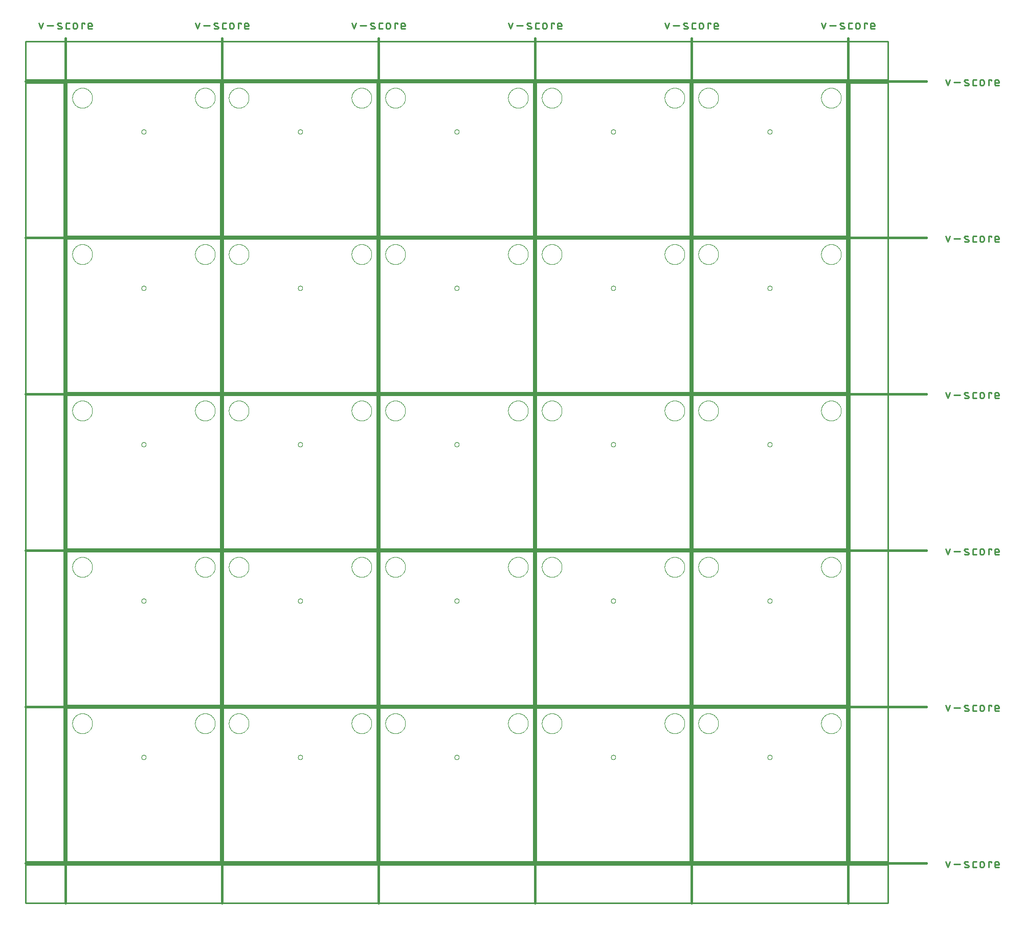
<source format=gko>
G04 EAGLE Gerber RS-274X export*
G75*
%MOMM*%
%FSLAX34Y34*%
%LPD*%
%IN*%
%IPPOS*%
%AMOC8*
5,1,8,0,0,1.08239X$1,22.5*%
G01*
%ADD10C,0.203200*%
%ADD11C,0.381000*%
%ADD12C,0.279400*%
%ADD13C,0.254000*%
%ADD14C,0.000000*%


D10*
X0Y0D02*
X0Y254000D01*
X254000Y254000D01*
X254000Y0D01*
X0Y0D01*
X259080Y0D02*
X259080Y254000D01*
X513080Y254000D01*
X513080Y0D01*
X259080Y0D01*
X518160Y0D02*
X518160Y254000D01*
X772160Y254000D01*
X772160Y0D01*
X518160Y0D01*
X777240Y0D02*
X777240Y254000D01*
X1031240Y254000D01*
X1031240Y0D01*
X777240Y0D01*
X1036320Y0D02*
X1036320Y254000D01*
X1290320Y254000D01*
X1290320Y0D01*
X1036320Y0D01*
X0Y259080D02*
X0Y513080D01*
X254000Y513080D01*
X254000Y259080D01*
X0Y259080D01*
X259080Y259080D02*
X259080Y513080D01*
X513080Y513080D01*
X513080Y259080D01*
X259080Y259080D01*
X518160Y259080D02*
X518160Y513080D01*
X772160Y513080D01*
X772160Y259080D01*
X518160Y259080D01*
X777240Y259080D02*
X777240Y513080D01*
X1031240Y513080D01*
X1031240Y259080D01*
X777240Y259080D01*
X1036320Y259080D02*
X1036320Y513080D01*
X1290320Y513080D01*
X1290320Y259080D01*
X1036320Y259080D01*
X0Y518160D02*
X0Y772160D01*
X254000Y772160D01*
X254000Y518160D01*
X0Y518160D01*
X259080Y518160D02*
X259080Y772160D01*
X513080Y772160D01*
X513080Y518160D01*
X259080Y518160D01*
X518160Y518160D02*
X518160Y772160D01*
X772160Y772160D01*
X772160Y518160D01*
X518160Y518160D01*
X777240Y518160D02*
X777240Y772160D01*
X1031240Y772160D01*
X1031240Y518160D01*
X777240Y518160D01*
X1036320Y518160D02*
X1036320Y772160D01*
X1290320Y772160D01*
X1290320Y518160D01*
X1036320Y518160D01*
X0Y777240D02*
X0Y1031240D01*
X254000Y1031240D01*
X254000Y777240D01*
X0Y777240D01*
X259080Y777240D02*
X259080Y1031240D01*
X513080Y1031240D01*
X513080Y777240D01*
X259080Y777240D01*
X518160Y777240D02*
X518160Y1031240D01*
X772160Y1031240D01*
X772160Y777240D01*
X518160Y777240D01*
X777240Y777240D02*
X777240Y1031240D01*
X1031240Y1031240D01*
X1031240Y777240D01*
X777240Y777240D01*
X1036320Y777240D02*
X1036320Y1031240D01*
X1290320Y1031240D01*
X1290320Y777240D01*
X1036320Y777240D01*
X0Y1036320D02*
X0Y1290320D01*
X254000Y1290320D01*
X254000Y1036320D01*
X0Y1036320D01*
X259080Y1036320D02*
X259080Y1290320D01*
X513080Y1290320D01*
X513080Y1036320D01*
X259080Y1036320D01*
X518160Y1036320D02*
X518160Y1290320D01*
X772160Y1290320D01*
X772160Y1036320D01*
X518160Y1036320D01*
X777240Y1036320D02*
X777240Y1290320D01*
X1031240Y1290320D01*
X1031240Y1036320D01*
X777240Y1036320D01*
X1036320Y1036320D02*
X1036320Y1290320D01*
X1290320Y1290320D01*
X1290320Y1036320D01*
X1036320Y1036320D01*
D11*
X-2540Y1363980D02*
X-2540Y-68580D01*
D12*
X-42921Y1379347D02*
X-46251Y1389338D01*
X-39590Y1389338D02*
X-42921Y1379347D01*
X-32806Y1385175D02*
X-22815Y1385175D01*
X-14261Y1385175D02*
X-10098Y1383510D01*
X-14261Y1385174D02*
X-14346Y1385210D01*
X-14429Y1385250D01*
X-14510Y1385293D01*
X-14590Y1385340D01*
X-14667Y1385390D01*
X-14743Y1385443D01*
X-14816Y1385499D01*
X-14886Y1385559D01*
X-14954Y1385621D01*
X-15019Y1385686D01*
X-15081Y1385754D01*
X-15141Y1385825D01*
X-15197Y1385898D01*
X-15250Y1385973D01*
X-15300Y1386051D01*
X-15346Y1386130D01*
X-15389Y1386212D01*
X-15429Y1386295D01*
X-15465Y1386380D01*
X-15497Y1386466D01*
X-15526Y1386554D01*
X-15550Y1386643D01*
X-15571Y1386733D01*
X-15588Y1386823D01*
X-15602Y1386914D01*
X-15611Y1387006D01*
X-15616Y1387098D01*
X-15618Y1387190D01*
X-15616Y1387282D01*
X-15609Y1387374D01*
X-15599Y1387466D01*
X-15585Y1387557D01*
X-15567Y1387648D01*
X-15545Y1387737D01*
X-15519Y1387826D01*
X-15489Y1387913D01*
X-15456Y1387999D01*
X-15419Y1388083D01*
X-15379Y1388166D01*
X-15335Y1388247D01*
X-15288Y1388326D01*
X-15237Y1388403D01*
X-15183Y1388478D01*
X-15126Y1388551D01*
X-15066Y1388621D01*
X-15003Y1388688D01*
X-14937Y1388752D01*
X-14869Y1388814D01*
X-14798Y1388873D01*
X-14724Y1388928D01*
X-14648Y1388981D01*
X-14570Y1389030D01*
X-14490Y1389076D01*
X-14409Y1389118D01*
X-14325Y1389157D01*
X-14240Y1389192D01*
X-14153Y1389223D01*
X-14065Y1389251D01*
X-13976Y1389275D01*
X-13886Y1389295D01*
X-13796Y1389312D01*
X-13704Y1389324D01*
X-13612Y1389333D01*
X-13520Y1389337D01*
X-13428Y1389338D01*
X-13201Y1389332D01*
X-12974Y1389321D01*
X-12747Y1389304D01*
X-12521Y1389281D01*
X-12295Y1389254D01*
X-12070Y1389220D01*
X-11846Y1389182D01*
X-11623Y1389138D01*
X-11401Y1389089D01*
X-11180Y1389034D01*
X-10961Y1388974D01*
X-10743Y1388909D01*
X-10527Y1388838D01*
X-10313Y1388763D01*
X-10100Y1388682D01*
X-9890Y1388596D01*
X-9681Y1388505D01*
X-10098Y1383510D02*
X-10013Y1383474D01*
X-9930Y1383434D01*
X-9849Y1383391D01*
X-9769Y1383344D01*
X-9692Y1383294D01*
X-9616Y1383241D01*
X-9543Y1383185D01*
X-9473Y1383125D01*
X-9405Y1383063D01*
X-9340Y1382998D01*
X-9278Y1382930D01*
X-9218Y1382859D01*
X-9162Y1382786D01*
X-9109Y1382711D01*
X-9059Y1382633D01*
X-9013Y1382554D01*
X-8970Y1382472D01*
X-8930Y1382389D01*
X-8894Y1382304D01*
X-8862Y1382218D01*
X-8833Y1382130D01*
X-8809Y1382041D01*
X-8788Y1381951D01*
X-8771Y1381861D01*
X-8757Y1381770D01*
X-8748Y1381678D01*
X-8743Y1381586D01*
X-8741Y1381494D01*
X-8743Y1381402D01*
X-8750Y1381310D01*
X-8760Y1381218D01*
X-8774Y1381127D01*
X-8792Y1381036D01*
X-8814Y1380947D01*
X-8840Y1380858D01*
X-8870Y1380771D01*
X-8903Y1380685D01*
X-8940Y1380601D01*
X-8980Y1380518D01*
X-9024Y1380437D01*
X-9071Y1380358D01*
X-9122Y1380281D01*
X-9176Y1380206D01*
X-9233Y1380133D01*
X-9293Y1380063D01*
X-9356Y1379996D01*
X-9422Y1379932D01*
X-9490Y1379870D01*
X-9561Y1379811D01*
X-9635Y1379756D01*
X-9711Y1379703D01*
X-9789Y1379654D01*
X-9869Y1379608D01*
X-9950Y1379566D01*
X-10034Y1379527D01*
X-10119Y1379492D01*
X-10206Y1379461D01*
X-10294Y1379433D01*
X-10383Y1379409D01*
X-10473Y1379389D01*
X-10563Y1379372D01*
X-10655Y1379360D01*
X-10747Y1379351D01*
X-10839Y1379347D01*
X-10931Y1379346D01*
X-10931Y1379347D02*
X-11265Y1379356D01*
X-11598Y1379373D01*
X-11931Y1379397D01*
X-12264Y1379430D01*
X-12595Y1379470D01*
X-12926Y1379518D01*
X-13255Y1379574D01*
X-13583Y1379637D01*
X-13909Y1379709D01*
X-14233Y1379788D01*
X-14556Y1379874D01*
X-14876Y1379969D01*
X-15194Y1380071D01*
X-15510Y1380180D01*
X562Y1379347D02*
X3892Y1379347D01*
X562Y1379347D02*
X464Y1379349D01*
X366Y1379355D01*
X268Y1379364D01*
X171Y1379378D01*
X75Y1379395D01*
X-21Y1379416D01*
X-116Y1379441D01*
X-210Y1379469D01*
X-303Y1379501D01*
X-394Y1379537D01*
X-484Y1379576D01*
X-572Y1379619D01*
X-659Y1379666D01*
X-743Y1379715D01*
X-826Y1379768D01*
X-906Y1379824D01*
X-985Y1379883D01*
X-1060Y1379946D01*
X-1134Y1380011D01*
X-1204Y1380079D01*
X-1272Y1380149D01*
X-1338Y1380223D01*
X-1400Y1380299D01*
X-1459Y1380377D01*
X-1515Y1380457D01*
X-1568Y1380540D01*
X-1618Y1380624D01*
X-1664Y1380711D01*
X-1707Y1380799D01*
X-1746Y1380889D01*
X-1782Y1380980D01*
X-1814Y1381073D01*
X-1842Y1381167D01*
X-1867Y1381262D01*
X-1888Y1381358D01*
X-1905Y1381454D01*
X-1919Y1381551D01*
X-1928Y1381649D01*
X-1934Y1381747D01*
X-1936Y1381845D01*
X-1936Y1386840D01*
X-1934Y1386938D01*
X-1928Y1387036D01*
X-1919Y1387134D01*
X-1905Y1387231D01*
X-1888Y1387327D01*
X-1867Y1387423D01*
X-1842Y1387518D01*
X-1814Y1387612D01*
X-1782Y1387705D01*
X-1746Y1387796D01*
X-1707Y1387886D01*
X-1664Y1387974D01*
X-1617Y1388061D01*
X-1568Y1388145D01*
X-1515Y1388228D01*
X-1459Y1388308D01*
X-1400Y1388386D01*
X-1337Y1388462D01*
X-1272Y1388536D01*
X-1204Y1388606D01*
X-1134Y1388674D01*
X-1060Y1388739D01*
X-984Y1388802D01*
X-906Y1388861D01*
X-826Y1388917D01*
X-743Y1388970D01*
X-659Y1389019D01*
X-572Y1389066D01*
X-484Y1389109D01*
X-394Y1389148D01*
X-303Y1389184D01*
X-210Y1389216D01*
X-116Y1389244D01*
X-21Y1389269D01*
X75Y1389290D01*
X171Y1389307D01*
X268Y1389321D01*
X366Y1389330D01*
X464Y1389336D01*
X562Y1389338D01*
X3892Y1389338D01*
X10022Y1386007D02*
X10022Y1382677D01*
X10022Y1386007D02*
X10024Y1386121D01*
X10030Y1386234D01*
X10039Y1386348D01*
X10053Y1386460D01*
X10070Y1386573D01*
X10092Y1386685D01*
X10117Y1386795D01*
X10145Y1386905D01*
X10178Y1387014D01*
X10214Y1387122D01*
X10254Y1387229D01*
X10298Y1387334D01*
X10345Y1387437D01*
X10395Y1387539D01*
X10449Y1387639D01*
X10507Y1387737D01*
X10568Y1387833D01*
X10631Y1387927D01*
X10699Y1388019D01*
X10769Y1388109D01*
X10842Y1388195D01*
X10918Y1388280D01*
X10997Y1388362D01*
X11079Y1388441D01*
X11164Y1388517D01*
X11250Y1388590D01*
X11340Y1388660D01*
X11432Y1388728D01*
X11526Y1388791D01*
X11622Y1388852D01*
X11720Y1388910D01*
X11820Y1388964D01*
X11922Y1389014D01*
X12025Y1389061D01*
X12130Y1389105D01*
X12237Y1389145D01*
X12345Y1389181D01*
X12454Y1389214D01*
X12564Y1389242D01*
X12674Y1389267D01*
X12786Y1389289D01*
X12899Y1389306D01*
X13011Y1389320D01*
X13125Y1389329D01*
X13238Y1389335D01*
X13352Y1389337D01*
X13466Y1389335D01*
X13579Y1389329D01*
X13693Y1389320D01*
X13805Y1389306D01*
X13918Y1389289D01*
X14030Y1389267D01*
X14140Y1389242D01*
X14250Y1389214D01*
X14359Y1389181D01*
X14467Y1389145D01*
X14574Y1389105D01*
X14679Y1389061D01*
X14782Y1389014D01*
X14884Y1388964D01*
X14984Y1388910D01*
X15082Y1388852D01*
X15178Y1388791D01*
X15272Y1388728D01*
X15364Y1388660D01*
X15454Y1388590D01*
X15540Y1388517D01*
X15625Y1388441D01*
X15707Y1388362D01*
X15786Y1388280D01*
X15862Y1388195D01*
X15935Y1388109D01*
X16005Y1388019D01*
X16073Y1387927D01*
X16136Y1387833D01*
X16197Y1387737D01*
X16255Y1387639D01*
X16309Y1387539D01*
X16359Y1387437D01*
X16406Y1387334D01*
X16450Y1387229D01*
X16490Y1387122D01*
X16526Y1387014D01*
X16559Y1386905D01*
X16587Y1386795D01*
X16612Y1386685D01*
X16634Y1386573D01*
X16651Y1386460D01*
X16665Y1386348D01*
X16674Y1386234D01*
X16680Y1386121D01*
X16682Y1386007D01*
X16682Y1382677D01*
X16680Y1382563D01*
X16674Y1382450D01*
X16665Y1382336D01*
X16651Y1382224D01*
X16634Y1382111D01*
X16612Y1381999D01*
X16587Y1381889D01*
X16559Y1381779D01*
X16526Y1381670D01*
X16490Y1381562D01*
X16450Y1381455D01*
X16406Y1381350D01*
X16359Y1381247D01*
X16309Y1381145D01*
X16255Y1381045D01*
X16197Y1380947D01*
X16136Y1380851D01*
X16073Y1380757D01*
X16005Y1380665D01*
X15935Y1380575D01*
X15862Y1380489D01*
X15786Y1380404D01*
X15707Y1380322D01*
X15625Y1380243D01*
X15540Y1380167D01*
X15454Y1380094D01*
X15364Y1380024D01*
X15272Y1379956D01*
X15178Y1379893D01*
X15082Y1379832D01*
X14984Y1379774D01*
X14884Y1379720D01*
X14782Y1379670D01*
X14679Y1379623D01*
X14574Y1379579D01*
X14467Y1379539D01*
X14359Y1379503D01*
X14250Y1379470D01*
X14140Y1379442D01*
X14030Y1379417D01*
X13918Y1379395D01*
X13805Y1379378D01*
X13693Y1379364D01*
X13579Y1379355D01*
X13466Y1379349D01*
X13352Y1379347D01*
X13238Y1379349D01*
X13125Y1379355D01*
X13011Y1379364D01*
X12899Y1379378D01*
X12786Y1379395D01*
X12674Y1379417D01*
X12564Y1379442D01*
X12454Y1379470D01*
X12345Y1379503D01*
X12237Y1379539D01*
X12130Y1379579D01*
X12025Y1379623D01*
X11922Y1379670D01*
X11820Y1379720D01*
X11720Y1379774D01*
X11622Y1379832D01*
X11526Y1379893D01*
X11432Y1379956D01*
X11340Y1380024D01*
X11250Y1380094D01*
X11164Y1380167D01*
X11079Y1380243D01*
X10997Y1380322D01*
X10918Y1380404D01*
X10842Y1380489D01*
X10769Y1380575D01*
X10699Y1380665D01*
X10631Y1380757D01*
X10568Y1380851D01*
X10507Y1380947D01*
X10449Y1381045D01*
X10395Y1381145D01*
X10345Y1381247D01*
X10298Y1381350D01*
X10254Y1381455D01*
X10214Y1381562D01*
X10178Y1381670D01*
X10145Y1381779D01*
X10117Y1381889D01*
X10092Y1381999D01*
X10070Y1382111D01*
X10053Y1382224D01*
X10039Y1382336D01*
X10030Y1382450D01*
X10024Y1382563D01*
X10022Y1382677D01*
X24218Y1379347D02*
X24218Y1389338D01*
X29213Y1389338D01*
X29213Y1387673D01*
X37008Y1379347D02*
X41171Y1379347D01*
X37008Y1379347D02*
X36910Y1379349D01*
X36812Y1379355D01*
X36714Y1379364D01*
X36617Y1379378D01*
X36521Y1379395D01*
X36425Y1379416D01*
X36330Y1379441D01*
X36236Y1379469D01*
X36143Y1379501D01*
X36052Y1379537D01*
X35962Y1379576D01*
X35874Y1379619D01*
X35787Y1379666D01*
X35703Y1379715D01*
X35620Y1379768D01*
X35540Y1379824D01*
X35462Y1379883D01*
X35386Y1379946D01*
X35312Y1380011D01*
X35242Y1380079D01*
X35174Y1380149D01*
X35109Y1380223D01*
X35046Y1380299D01*
X34987Y1380377D01*
X34931Y1380457D01*
X34878Y1380540D01*
X34829Y1380624D01*
X34782Y1380711D01*
X34739Y1380799D01*
X34700Y1380889D01*
X34664Y1380980D01*
X34632Y1381073D01*
X34604Y1381167D01*
X34579Y1381262D01*
X34558Y1381358D01*
X34541Y1381454D01*
X34527Y1381551D01*
X34518Y1381649D01*
X34512Y1381747D01*
X34510Y1381845D01*
X34510Y1386007D01*
X34511Y1386007D02*
X34513Y1386121D01*
X34519Y1386234D01*
X34528Y1386348D01*
X34542Y1386460D01*
X34559Y1386573D01*
X34581Y1386685D01*
X34606Y1386795D01*
X34634Y1386905D01*
X34667Y1387014D01*
X34703Y1387122D01*
X34743Y1387229D01*
X34787Y1387334D01*
X34834Y1387437D01*
X34884Y1387539D01*
X34938Y1387639D01*
X34996Y1387737D01*
X35057Y1387833D01*
X35120Y1387927D01*
X35188Y1388019D01*
X35258Y1388109D01*
X35331Y1388195D01*
X35407Y1388280D01*
X35486Y1388362D01*
X35568Y1388441D01*
X35653Y1388517D01*
X35739Y1388590D01*
X35829Y1388660D01*
X35921Y1388728D01*
X36015Y1388791D01*
X36111Y1388852D01*
X36209Y1388910D01*
X36309Y1388964D01*
X36411Y1389014D01*
X36514Y1389061D01*
X36619Y1389105D01*
X36726Y1389145D01*
X36834Y1389181D01*
X36943Y1389214D01*
X37053Y1389242D01*
X37163Y1389267D01*
X37275Y1389289D01*
X37388Y1389306D01*
X37500Y1389320D01*
X37614Y1389329D01*
X37727Y1389335D01*
X37841Y1389337D01*
X37955Y1389335D01*
X38068Y1389329D01*
X38182Y1389320D01*
X38294Y1389306D01*
X38407Y1389289D01*
X38519Y1389267D01*
X38629Y1389242D01*
X38739Y1389214D01*
X38848Y1389181D01*
X38956Y1389145D01*
X39063Y1389105D01*
X39168Y1389061D01*
X39271Y1389014D01*
X39373Y1388964D01*
X39473Y1388910D01*
X39571Y1388852D01*
X39667Y1388791D01*
X39761Y1388728D01*
X39853Y1388660D01*
X39943Y1388590D01*
X40029Y1388517D01*
X40114Y1388441D01*
X40196Y1388362D01*
X40275Y1388280D01*
X40351Y1388195D01*
X40424Y1388109D01*
X40494Y1388019D01*
X40562Y1387927D01*
X40625Y1387833D01*
X40686Y1387737D01*
X40744Y1387639D01*
X40798Y1387539D01*
X40848Y1387437D01*
X40895Y1387334D01*
X40939Y1387229D01*
X40979Y1387122D01*
X41015Y1387014D01*
X41048Y1386905D01*
X41076Y1386795D01*
X41101Y1386685D01*
X41123Y1386573D01*
X41140Y1386460D01*
X41154Y1386348D01*
X41163Y1386234D01*
X41169Y1386121D01*
X41171Y1386007D01*
X41171Y1384342D01*
X34510Y1384342D01*
D11*
X256540Y1363980D02*
X256540Y-68580D01*
D12*
X216159Y1379347D02*
X212829Y1389338D01*
X219490Y1389338D02*
X216159Y1379347D01*
X226274Y1385175D02*
X236265Y1385175D01*
X244819Y1385175D02*
X248982Y1383510D01*
X244819Y1385174D02*
X244734Y1385210D01*
X244651Y1385250D01*
X244570Y1385293D01*
X244490Y1385340D01*
X244413Y1385390D01*
X244337Y1385443D01*
X244264Y1385499D01*
X244194Y1385559D01*
X244126Y1385621D01*
X244061Y1385686D01*
X243999Y1385754D01*
X243939Y1385825D01*
X243883Y1385898D01*
X243830Y1385973D01*
X243780Y1386051D01*
X243734Y1386130D01*
X243691Y1386212D01*
X243651Y1386295D01*
X243615Y1386380D01*
X243583Y1386466D01*
X243554Y1386554D01*
X243530Y1386643D01*
X243509Y1386733D01*
X243492Y1386823D01*
X243478Y1386914D01*
X243469Y1387006D01*
X243464Y1387098D01*
X243462Y1387190D01*
X243464Y1387282D01*
X243471Y1387374D01*
X243481Y1387466D01*
X243495Y1387557D01*
X243513Y1387648D01*
X243535Y1387737D01*
X243561Y1387826D01*
X243591Y1387913D01*
X243624Y1387999D01*
X243661Y1388083D01*
X243701Y1388166D01*
X243745Y1388247D01*
X243792Y1388326D01*
X243843Y1388403D01*
X243897Y1388478D01*
X243954Y1388551D01*
X244014Y1388621D01*
X244077Y1388688D01*
X244143Y1388752D01*
X244211Y1388814D01*
X244282Y1388873D01*
X244356Y1388928D01*
X244432Y1388981D01*
X244510Y1389030D01*
X244590Y1389076D01*
X244671Y1389118D01*
X244755Y1389157D01*
X244840Y1389192D01*
X244927Y1389223D01*
X245015Y1389251D01*
X245104Y1389275D01*
X245194Y1389295D01*
X245284Y1389312D01*
X245376Y1389324D01*
X245468Y1389333D01*
X245560Y1389337D01*
X245652Y1389338D01*
X245879Y1389332D01*
X246106Y1389321D01*
X246333Y1389304D01*
X246559Y1389281D01*
X246785Y1389254D01*
X247010Y1389220D01*
X247234Y1389182D01*
X247457Y1389138D01*
X247679Y1389089D01*
X247900Y1389034D01*
X248119Y1388974D01*
X248337Y1388909D01*
X248553Y1388838D01*
X248767Y1388763D01*
X248980Y1388682D01*
X249190Y1388596D01*
X249399Y1388505D01*
X248982Y1383510D02*
X249067Y1383474D01*
X249150Y1383434D01*
X249231Y1383391D01*
X249311Y1383344D01*
X249388Y1383294D01*
X249464Y1383241D01*
X249537Y1383185D01*
X249607Y1383125D01*
X249675Y1383063D01*
X249740Y1382998D01*
X249802Y1382930D01*
X249862Y1382859D01*
X249918Y1382786D01*
X249971Y1382711D01*
X250021Y1382633D01*
X250067Y1382554D01*
X250110Y1382472D01*
X250150Y1382389D01*
X250186Y1382304D01*
X250218Y1382218D01*
X250247Y1382130D01*
X250271Y1382041D01*
X250292Y1381951D01*
X250309Y1381861D01*
X250323Y1381770D01*
X250332Y1381678D01*
X250337Y1381586D01*
X250339Y1381494D01*
X250337Y1381402D01*
X250330Y1381310D01*
X250320Y1381218D01*
X250306Y1381127D01*
X250288Y1381036D01*
X250266Y1380947D01*
X250240Y1380858D01*
X250210Y1380771D01*
X250177Y1380685D01*
X250140Y1380601D01*
X250100Y1380518D01*
X250056Y1380437D01*
X250009Y1380358D01*
X249958Y1380281D01*
X249904Y1380206D01*
X249847Y1380133D01*
X249787Y1380063D01*
X249724Y1379996D01*
X249658Y1379932D01*
X249590Y1379870D01*
X249519Y1379811D01*
X249445Y1379756D01*
X249369Y1379703D01*
X249291Y1379654D01*
X249211Y1379608D01*
X249130Y1379566D01*
X249046Y1379527D01*
X248961Y1379492D01*
X248874Y1379461D01*
X248786Y1379433D01*
X248697Y1379409D01*
X248607Y1379389D01*
X248517Y1379372D01*
X248425Y1379360D01*
X248333Y1379351D01*
X248241Y1379347D01*
X248149Y1379346D01*
X248149Y1379347D02*
X247815Y1379356D01*
X247482Y1379373D01*
X247149Y1379397D01*
X246816Y1379430D01*
X246485Y1379470D01*
X246154Y1379518D01*
X245825Y1379574D01*
X245497Y1379637D01*
X245171Y1379709D01*
X244847Y1379788D01*
X244524Y1379874D01*
X244204Y1379969D01*
X243886Y1380071D01*
X243570Y1380180D01*
X259642Y1379347D02*
X262972Y1379347D01*
X259642Y1379347D02*
X259544Y1379349D01*
X259446Y1379355D01*
X259348Y1379364D01*
X259251Y1379378D01*
X259155Y1379395D01*
X259059Y1379416D01*
X258964Y1379441D01*
X258870Y1379469D01*
X258777Y1379501D01*
X258686Y1379537D01*
X258596Y1379576D01*
X258508Y1379619D01*
X258421Y1379666D01*
X258337Y1379715D01*
X258254Y1379768D01*
X258174Y1379824D01*
X258096Y1379883D01*
X258020Y1379946D01*
X257946Y1380011D01*
X257876Y1380079D01*
X257808Y1380149D01*
X257743Y1380223D01*
X257680Y1380299D01*
X257621Y1380377D01*
X257565Y1380457D01*
X257512Y1380540D01*
X257463Y1380624D01*
X257416Y1380711D01*
X257373Y1380799D01*
X257334Y1380889D01*
X257298Y1380980D01*
X257266Y1381073D01*
X257238Y1381167D01*
X257213Y1381262D01*
X257192Y1381358D01*
X257175Y1381454D01*
X257161Y1381551D01*
X257152Y1381649D01*
X257146Y1381747D01*
X257144Y1381845D01*
X257144Y1386840D01*
X257146Y1386938D01*
X257152Y1387036D01*
X257161Y1387134D01*
X257175Y1387231D01*
X257192Y1387327D01*
X257213Y1387423D01*
X257238Y1387518D01*
X257266Y1387612D01*
X257298Y1387705D01*
X257334Y1387796D01*
X257373Y1387886D01*
X257416Y1387974D01*
X257463Y1388061D01*
X257512Y1388145D01*
X257565Y1388228D01*
X257621Y1388308D01*
X257680Y1388387D01*
X257743Y1388462D01*
X257808Y1388536D01*
X257876Y1388606D01*
X257946Y1388674D01*
X258020Y1388740D01*
X258096Y1388802D01*
X258174Y1388861D01*
X258254Y1388917D01*
X258337Y1388970D01*
X258421Y1389020D01*
X258508Y1389066D01*
X258596Y1389109D01*
X258686Y1389148D01*
X258777Y1389184D01*
X258870Y1389216D01*
X258964Y1389244D01*
X259059Y1389269D01*
X259155Y1389290D01*
X259251Y1389307D01*
X259348Y1389321D01*
X259446Y1389330D01*
X259544Y1389336D01*
X259642Y1389338D01*
X262972Y1389338D01*
X269102Y1386007D02*
X269102Y1382677D01*
X269102Y1386007D02*
X269104Y1386121D01*
X269110Y1386234D01*
X269119Y1386348D01*
X269133Y1386460D01*
X269150Y1386573D01*
X269172Y1386685D01*
X269197Y1386795D01*
X269225Y1386905D01*
X269258Y1387014D01*
X269294Y1387122D01*
X269334Y1387229D01*
X269378Y1387334D01*
X269425Y1387437D01*
X269475Y1387539D01*
X269529Y1387639D01*
X269587Y1387737D01*
X269648Y1387833D01*
X269711Y1387927D01*
X269779Y1388019D01*
X269849Y1388109D01*
X269922Y1388195D01*
X269998Y1388280D01*
X270077Y1388362D01*
X270159Y1388441D01*
X270244Y1388517D01*
X270330Y1388590D01*
X270420Y1388660D01*
X270512Y1388728D01*
X270606Y1388791D01*
X270702Y1388852D01*
X270800Y1388910D01*
X270900Y1388964D01*
X271002Y1389014D01*
X271105Y1389061D01*
X271210Y1389105D01*
X271317Y1389145D01*
X271425Y1389181D01*
X271534Y1389214D01*
X271644Y1389242D01*
X271754Y1389267D01*
X271866Y1389289D01*
X271979Y1389306D01*
X272091Y1389320D01*
X272205Y1389329D01*
X272318Y1389335D01*
X272432Y1389337D01*
X272546Y1389335D01*
X272659Y1389329D01*
X272773Y1389320D01*
X272885Y1389306D01*
X272998Y1389289D01*
X273110Y1389267D01*
X273220Y1389242D01*
X273330Y1389214D01*
X273439Y1389181D01*
X273547Y1389145D01*
X273654Y1389105D01*
X273759Y1389061D01*
X273862Y1389014D01*
X273964Y1388964D01*
X274064Y1388910D01*
X274162Y1388852D01*
X274258Y1388791D01*
X274352Y1388728D01*
X274444Y1388660D01*
X274534Y1388590D01*
X274620Y1388517D01*
X274705Y1388441D01*
X274787Y1388362D01*
X274866Y1388280D01*
X274942Y1388195D01*
X275015Y1388109D01*
X275085Y1388019D01*
X275153Y1387927D01*
X275216Y1387833D01*
X275277Y1387737D01*
X275335Y1387639D01*
X275389Y1387539D01*
X275439Y1387437D01*
X275486Y1387334D01*
X275530Y1387229D01*
X275570Y1387122D01*
X275606Y1387014D01*
X275639Y1386905D01*
X275667Y1386795D01*
X275692Y1386685D01*
X275714Y1386573D01*
X275731Y1386460D01*
X275745Y1386348D01*
X275754Y1386234D01*
X275760Y1386121D01*
X275762Y1386007D01*
X275762Y1382677D01*
X275760Y1382563D01*
X275754Y1382450D01*
X275745Y1382336D01*
X275731Y1382224D01*
X275714Y1382111D01*
X275692Y1381999D01*
X275667Y1381889D01*
X275639Y1381779D01*
X275606Y1381670D01*
X275570Y1381562D01*
X275530Y1381455D01*
X275486Y1381350D01*
X275439Y1381247D01*
X275389Y1381145D01*
X275335Y1381045D01*
X275277Y1380947D01*
X275216Y1380851D01*
X275153Y1380757D01*
X275085Y1380665D01*
X275015Y1380575D01*
X274942Y1380489D01*
X274866Y1380404D01*
X274787Y1380322D01*
X274705Y1380243D01*
X274620Y1380167D01*
X274534Y1380094D01*
X274444Y1380024D01*
X274352Y1379956D01*
X274258Y1379893D01*
X274162Y1379832D01*
X274064Y1379774D01*
X273964Y1379720D01*
X273862Y1379670D01*
X273759Y1379623D01*
X273654Y1379579D01*
X273547Y1379539D01*
X273439Y1379503D01*
X273330Y1379470D01*
X273220Y1379442D01*
X273110Y1379417D01*
X272998Y1379395D01*
X272885Y1379378D01*
X272773Y1379364D01*
X272659Y1379355D01*
X272546Y1379349D01*
X272432Y1379347D01*
X272318Y1379349D01*
X272205Y1379355D01*
X272091Y1379364D01*
X271979Y1379378D01*
X271866Y1379395D01*
X271754Y1379417D01*
X271644Y1379442D01*
X271534Y1379470D01*
X271425Y1379503D01*
X271317Y1379539D01*
X271210Y1379579D01*
X271105Y1379623D01*
X271002Y1379670D01*
X270900Y1379720D01*
X270800Y1379774D01*
X270702Y1379832D01*
X270606Y1379893D01*
X270512Y1379956D01*
X270420Y1380024D01*
X270330Y1380094D01*
X270244Y1380167D01*
X270159Y1380243D01*
X270077Y1380322D01*
X269998Y1380404D01*
X269922Y1380489D01*
X269849Y1380575D01*
X269779Y1380665D01*
X269711Y1380757D01*
X269648Y1380851D01*
X269587Y1380947D01*
X269529Y1381045D01*
X269475Y1381145D01*
X269425Y1381247D01*
X269378Y1381350D01*
X269334Y1381455D01*
X269294Y1381562D01*
X269258Y1381670D01*
X269225Y1381779D01*
X269197Y1381889D01*
X269172Y1381999D01*
X269150Y1382111D01*
X269133Y1382224D01*
X269119Y1382336D01*
X269110Y1382450D01*
X269104Y1382563D01*
X269102Y1382677D01*
X283298Y1379347D02*
X283298Y1389338D01*
X288293Y1389338D01*
X288293Y1387673D01*
X296088Y1379347D02*
X300251Y1379347D01*
X296088Y1379347D02*
X295990Y1379349D01*
X295892Y1379355D01*
X295794Y1379364D01*
X295697Y1379378D01*
X295601Y1379395D01*
X295505Y1379416D01*
X295410Y1379441D01*
X295316Y1379469D01*
X295223Y1379501D01*
X295132Y1379537D01*
X295042Y1379576D01*
X294954Y1379619D01*
X294867Y1379666D01*
X294783Y1379715D01*
X294700Y1379768D01*
X294620Y1379824D01*
X294542Y1379883D01*
X294466Y1379946D01*
X294392Y1380011D01*
X294322Y1380079D01*
X294254Y1380149D01*
X294189Y1380223D01*
X294126Y1380299D01*
X294067Y1380377D01*
X294011Y1380457D01*
X293958Y1380540D01*
X293909Y1380624D01*
X293862Y1380711D01*
X293819Y1380799D01*
X293780Y1380889D01*
X293744Y1380980D01*
X293712Y1381073D01*
X293684Y1381167D01*
X293659Y1381262D01*
X293638Y1381358D01*
X293621Y1381454D01*
X293607Y1381551D01*
X293598Y1381649D01*
X293592Y1381747D01*
X293590Y1381845D01*
X293590Y1386007D01*
X293591Y1386007D02*
X293593Y1386121D01*
X293599Y1386234D01*
X293608Y1386348D01*
X293622Y1386460D01*
X293639Y1386573D01*
X293661Y1386685D01*
X293686Y1386795D01*
X293714Y1386905D01*
X293747Y1387014D01*
X293783Y1387122D01*
X293823Y1387229D01*
X293867Y1387334D01*
X293914Y1387437D01*
X293964Y1387539D01*
X294018Y1387639D01*
X294076Y1387737D01*
X294137Y1387833D01*
X294200Y1387927D01*
X294268Y1388019D01*
X294338Y1388109D01*
X294411Y1388195D01*
X294487Y1388280D01*
X294566Y1388362D01*
X294648Y1388441D01*
X294733Y1388517D01*
X294819Y1388590D01*
X294909Y1388660D01*
X295001Y1388728D01*
X295095Y1388791D01*
X295191Y1388852D01*
X295289Y1388910D01*
X295389Y1388964D01*
X295491Y1389014D01*
X295594Y1389061D01*
X295699Y1389105D01*
X295806Y1389145D01*
X295914Y1389181D01*
X296023Y1389214D01*
X296133Y1389242D01*
X296243Y1389267D01*
X296355Y1389289D01*
X296468Y1389306D01*
X296580Y1389320D01*
X296694Y1389329D01*
X296807Y1389335D01*
X296921Y1389337D01*
X297035Y1389335D01*
X297148Y1389329D01*
X297262Y1389320D01*
X297374Y1389306D01*
X297487Y1389289D01*
X297599Y1389267D01*
X297709Y1389242D01*
X297819Y1389214D01*
X297928Y1389181D01*
X298036Y1389145D01*
X298143Y1389105D01*
X298248Y1389061D01*
X298351Y1389014D01*
X298453Y1388964D01*
X298553Y1388910D01*
X298651Y1388852D01*
X298747Y1388791D01*
X298841Y1388728D01*
X298933Y1388660D01*
X299023Y1388590D01*
X299109Y1388517D01*
X299194Y1388441D01*
X299276Y1388362D01*
X299355Y1388280D01*
X299431Y1388195D01*
X299504Y1388109D01*
X299574Y1388019D01*
X299642Y1387927D01*
X299705Y1387833D01*
X299766Y1387737D01*
X299824Y1387639D01*
X299878Y1387539D01*
X299928Y1387437D01*
X299975Y1387334D01*
X300019Y1387229D01*
X300059Y1387122D01*
X300095Y1387014D01*
X300128Y1386905D01*
X300156Y1386795D01*
X300181Y1386685D01*
X300203Y1386573D01*
X300220Y1386460D01*
X300234Y1386348D01*
X300243Y1386234D01*
X300249Y1386121D01*
X300251Y1386007D01*
X300251Y1384342D01*
X293590Y1384342D01*
D11*
X515620Y1363980D02*
X515620Y-68580D01*
D12*
X475239Y1379347D02*
X471909Y1389338D01*
X478570Y1389338D02*
X475239Y1379347D01*
X485354Y1385175D02*
X495345Y1385175D01*
X503899Y1385175D02*
X508062Y1383510D01*
X503899Y1385174D02*
X503814Y1385210D01*
X503731Y1385250D01*
X503650Y1385293D01*
X503570Y1385340D01*
X503493Y1385390D01*
X503417Y1385443D01*
X503344Y1385499D01*
X503274Y1385559D01*
X503206Y1385621D01*
X503141Y1385686D01*
X503079Y1385754D01*
X503019Y1385825D01*
X502963Y1385898D01*
X502910Y1385973D01*
X502860Y1386051D01*
X502814Y1386130D01*
X502771Y1386212D01*
X502731Y1386295D01*
X502695Y1386380D01*
X502663Y1386466D01*
X502634Y1386554D01*
X502610Y1386643D01*
X502589Y1386733D01*
X502572Y1386823D01*
X502558Y1386914D01*
X502549Y1387006D01*
X502544Y1387098D01*
X502542Y1387190D01*
X502544Y1387282D01*
X502551Y1387374D01*
X502561Y1387466D01*
X502575Y1387557D01*
X502593Y1387648D01*
X502615Y1387737D01*
X502641Y1387826D01*
X502671Y1387913D01*
X502704Y1387999D01*
X502741Y1388083D01*
X502781Y1388166D01*
X502825Y1388247D01*
X502872Y1388326D01*
X502923Y1388403D01*
X502977Y1388478D01*
X503034Y1388551D01*
X503094Y1388621D01*
X503157Y1388688D01*
X503223Y1388752D01*
X503291Y1388814D01*
X503362Y1388873D01*
X503436Y1388928D01*
X503512Y1388981D01*
X503590Y1389030D01*
X503670Y1389076D01*
X503751Y1389118D01*
X503835Y1389157D01*
X503920Y1389192D01*
X504007Y1389223D01*
X504095Y1389251D01*
X504184Y1389275D01*
X504274Y1389295D01*
X504364Y1389312D01*
X504456Y1389324D01*
X504548Y1389333D01*
X504640Y1389337D01*
X504732Y1389338D01*
X504959Y1389332D01*
X505186Y1389321D01*
X505413Y1389304D01*
X505639Y1389281D01*
X505865Y1389254D01*
X506090Y1389220D01*
X506314Y1389182D01*
X506537Y1389138D01*
X506759Y1389089D01*
X506980Y1389034D01*
X507199Y1388974D01*
X507417Y1388909D01*
X507633Y1388838D01*
X507847Y1388763D01*
X508060Y1388682D01*
X508270Y1388596D01*
X508479Y1388505D01*
X508062Y1383510D02*
X508147Y1383474D01*
X508230Y1383434D01*
X508311Y1383391D01*
X508391Y1383344D01*
X508468Y1383294D01*
X508544Y1383241D01*
X508617Y1383185D01*
X508687Y1383125D01*
X508755Y1383063D01*
X508820Y1382998D01*
X508882Y1382930D01*
X508942Y1382859D01*
X508998Y1382786D01*
X509051Y1382711D01*
X509101Y1382633D01*
X509147Y1382554D01*
X509190Y1382472D01*
X509230Y1382389D01*
X509266Y1382304D01*
X509298Y1382218D01*
X509327Y1382130D01*
X509351Y1382041D01*
X509372Y1381951D01*
X509389Y1381861D01*
X509403Y1381770D01*
X509412Y1381678D01*
X509417Y1381586D01*
X509419Y1381494D01*
X509417Y1381402D01*
X509410Y1381310D01*
X509400Y1381218D01*
X509386Y1381127D01*
X509368Y1381036D01*
X509346Y1380947D01*
X509320Y1380858D01*
X509290Y1380771D01*
X509257Y1380685D01*
X509220Y1380601D01*
X509180Y1380518D01*
X509136Y1380437D01*
X509089Y1380358D01*
X509038Y1380281D01*
X508984Y1380206D01*
X508927Y1380133D01*
X508867Y1380063D01*
X508804Y1379996D01*
X508738Y1379932D01*
X508670Y1379870D01*
X508599Y1379811D01*
X508525Y1379756D01*
X508449Y1379703D01*
X508371Y1379654D01*
X508291Y1379608D01*
X508210Y1379566D01*
X508126Y1379527D01*
X508041Y1379492D01*
X507954Y1379461D01*
X507866Y1379433D01*
X507777Y1379409D01*
X507687Y1379389D01*
X507597Y1379372D01*
X507505Y1379360D01*
X507413Y1379351D01*
X507321Y1379347D01*
X507229Y1379346D01*
X507229Y1379347D02*
X506895Y1379356D01*
X506562Y1379373D01*
X506229Y1379397D01*
X505896Y1379430D01*
X505565Y1379470D01*
X505234Y1379518D01*
X504905Y1379574D01*
X504577Y1379637D01*
X504251Y1379709D01*
X503927Y1379788D01*
X503604Y1379874D01*
X503284Y1379969D01*
X502966Y1380071D01*
X502650Y1380180D01*
X518722Y1379347D02*
X522052Y1379347D01*
X518722Y1379347D02*
X518624Y1379349D01*
X518526Y1379355D01*
X518428Y1379364D01*
X518331Y1379378D01*
X518235Y1379395D01*
X518139Y1379416D01*
X518044Y1379441D01*
X517950Y1379469D01*
X517857Y1379501D01*
X517766Y1379537D01*
X517676Y1379576D01*
X517588Y1379619D01*
X517501Y1379666D01*
X517417Y1379715D01*
X517334Y1379768D01*
X517254Y1379824D01*
X517176Y1379883D01*
X517100Y1379946D01*
X517026Y1380011D01*
X516956Y1380079D01*
X516888Y1380149D01*
X516823Y1380223D01*
X516760Y1380299D01*
X516701Y1380377D01*
X516645Y1380457D01*
X516592Y1380540D01*
X516543Y1380624D01*
X516496Y1380711D01*
X516453Y1380799D01*
X516414Y1380889D01*
X516378Y1380980D01*
X516346Y1381073D01*
X516318Y1381167D01*
X516293Y1381262D01*
X516272Y1381358D01*
X516255Y1381454D01*
X516241Y1381551D01*
X516232Y1381649D01*
X516226Y1381747D01*
X516224Y1381845D01*
X516224Y1386840D01*
X516226Y1386938D01*
X516232Y1387036D01*
X516241Y1387134D01*
X516255Y1387231D01*
X516272Y1387327D01*
X516293Y1387423D01*
X516318Y1387518D01*
X516346Y1387612D01*
X516378Y1387705D01*
X516414Y1387796D01*
X516453Y1387886D01*
X516496Y1387974D01*
X516543Y1388061D01*
X516592Y1388145D01*
X516645Y1388228D01*
X516701Y1388308D01*
X516760Y1388387D01*
X516823Y1388462D01*
X516888Y1388536D01*
X516956Y1388606D01*
X517026Y1388674D01*
X517100Y1388740D01*
X517176Y1388802D01*
X517254Y1388861D01*
X517334Y1388917D01*
X517417Y1388970D01*
X517501Y1389020D01*
X517588Y1389066D01*
X517676Y1389109D01*
X517766Y1389148D01*
X517857Y1389184D01*
X517950Y1389216D01*
X518044Y1389244D01*
X518139Y1389269D01*
X518235Y1389290D01*
X518331Y1389307D01*
X518428Y1389321D01*
X518526Y1389330D01*
X518624Y1389336D01*
X518722Y1389338D01*
X522052Y1389338D01*
X528182Y1386007D02*
X528182Y1382677D01*
X528182Y1386007D02*
X528184Y1386121D01*
X528190Y1386234D01*
X528199Y1386348D01*
X528213Y1386460D01*
X528230Y1386573D01*
X528252Y1386685D01*
X528277Y1386795D01*
X528305Y1386905D01*
X528338Y1387014D01*
X528374Y1387122D01*
X528414Y1387229D01*
X528458Y1387334D01*
X528505Y1387437D01*
X528555Y1387539D01*
X528609Y1387639D01*
X528667Y1387737D01*
X528728Y1387833D01*
X528791Y1387927D01*
X528859Y1388019D01*
X528929Y1388109D01*
X529002Y1388195D01*
X529078Y1388280D01*
X529157Y1388362D01*
X529239Y1388441D01*
X529324Y1388517D01*
X529410Y1388590D01*
X529500Y1388660D01*
X529592Y1388728D01*
X529686Y1388791D01*
X529782Y1388852D01*
X529880Y1388910D01*
X529980Y1388964D01*
X530082Y1389014D01*
X530185Y1389061D01*
X530290Y1389105D01*
X530397Y1389145D01*
X530505Y1389181D01*
X530614Y1389214D01*
X530724Y1389242D01*
X530834Y1389267D01*
X530946Y1389289D01*
X531059Y1389306D01*
X531171Y1389320D01*
X531285Y1389329D01*
X531398Y1389335D01*
X531512Y1389337D01*
X531626Y1389335D01*
X531739Y1389329D01*
X531853Y1389320D01*
X531965Y1389306D01*
X532078Y1389289D01*
X532190Y1389267D01*
X532300Y1389242D01*
X532410Y1389214D01*
X532519Y1389181D01*
X532627Y1389145D01*
X532734Y1389105D01*
X532839Y1389061D01*
X532942Y1389014D01*
X533044Y1388964D01*
X533144Y1388910D01*
X533242Y1388852D01*
X533338Y1388791D01*
X533432Y1388728D01*
X533524Y1388660D01*
X533614Y1388590D01*
X533700Y1388517D01*
X533785Y1388441D01*
X533867Y1388362D01*
X533946Y1388280D01*
X534022Y1388195D01*
X534095Y1388109D01*
X534165Y1388019D01*
X534233Y1387927D01*
X534296Y1387833D01*
X534357Y1387737D01*
X534415Y1387639D01*
X534469Y1387539D01*
X534519Y1387437D01*
X534566Y1387334D01*
X534610Y1387229D01*
X534650Y1387122D01*
X534686Y1387014D01*
X534719Y1386905D01*
X534747Y1386795D01*
X534772Y1386685D01*
X534794Y1386573D01*
X534811Y1386460D01*
X534825Y1386348D01*
X534834Y1386234D01*
X534840Y1386121D01*
X534842Y1386007D01*
X534842Y1382677D01*
X534840Y1382563D01*
X534834Y1382450D01*
X534825Y1382336D01*
X534811Y1382224D01*
X534794Y1382111D01*
X534772Y1381999D01*
X534747Y1381889D01*
X534719Y1381779D01*
X534686Y1381670D01*
X534650Y1381562D01*
X534610Y1381455D01*
X534566Y1381350D01*
X534519Y1381247D01*
X534469Y1381145D01*
X534415Y1381045D01*
X534357Y1380947D01*
X534296Y1380851D01*
X534233Y1380757D01*
X534165Y1380665D01*
X534095Y1380575D01*
X534022Y1380489D01*
X533946Y1380404D01*
X533867Y1380322D01*
X533785Y1380243D01*
X533700Y1380167D01*
X533614Y1380094D01*
X533524Y1380024D01*
X533432Y1379956D01*
X533338Y1379893D01*
X533242Y1379832D01*
X533144Y1379774D01*
X533044Y1379720D01*
X532942Y1379670D01*
X532839Y1379623D01*
X532734Y1379579D01*
X532627Y1379539D01*
X532519Y1379503D01*
X532410Y1379470D01*
X532300Y1379442D01*
X532190Y1379417D01*
X532078Y1379395D01*
X531965Y1379378D01*
X531853Y1379364D01*
X531739Y1379355D01*
X531626Y1379349D01*
X531512Y1379347D01*
X531398Y1379349D01*
X531285Y1379355D01*
X531171Y1379364D01*
X531059Y1379378D01*
X530946Y1379395D01*
X530834Y1379417D01*
X530724Y1379442D01*
X530614Y1379470D01*
X530505Y1379503D01*
X530397Y1379539D01*
X530290Y1379579D01*
X530185Y1379623D01*
X530082Y1379670D01*
X529980Y1379720D01*
X529880Y1379774D01*
X529782Y1379832D01*
X529686Y1379893D01*
X529592Y1379956D01*
X529500Y1380024D01*
X529410Y1380094D01*
X529324Y1380167D01*
X529239Y1380243D01*
X529157Y1380322D01*
X529078Y1380404D01*
X529002Y1380489D01*
X528929Y1380575D01*
X528859Y1380665D01*
X528791Y1380757D01*
X528728Y1380851D01*
X528667Y1380947D01*
X528609Y1381045D01*
X528555Y1381145D01*
X528505Y1381247D01*
X528458Y1381350D01*
X528414Y1381455D01*
X528374Y1381562D01*
X528338Y1381670D01*
X528305Y1381779D01*
X528277Y1381889D01*
X528252Y1381999D01*
X528230Y1382111D01*
X528213Y1382224D01*
X528199Y1382336D01*
X528190Y1382450D01*
X528184Y1382563D01*
X528182Y1382677D01*
X542378Y1379347D02*
X542378Y1389338D01*
X547373Y1389338D01*
X547373Y1387673D01*
X555168Y1379347D02*
X559331Y1379347D01*
X555168Y1379347D02*
X555070Y1379349D01*
X554972Y1379355D01*
X554874Y1379364D01*
X554777Y1379378D01*
X554681Y1379395D01*
X554585Y1379416D01*
X554490Y1379441D01*
X554396Y1379469D01*
X554303Y1379501D01*
X554212Y1379537D01*
X554122Y1379576D01*
X554034Y1379619D01*
X553947Y1379666D01*
X553863Y1379715D01*
X553780Y1379768D01*
X553700Y1379824D01*
X553622Y1379883D01*
X553546Y1379946D01*
X553472Y1380011D01*
X553402Y1380079D01*
X553334Y1380149D01*
X553269Y1380223D01*
X553206Y1380299D01*
X553147Y1380377D01*
X553091Y1380457D01*
X553038Y1380540D01*
X552989Y1380624D01*
X552942Y1380711D01*
X552899Y1380799D01*
X552860Y1380889D01*
X552824Y1380980D01*
X552792Y1381073D01*
X552764Y1381167D01*
X552739Y1381262D01*
X552718Y1381358D01*
X552701Y1381454D01*
X552687Y1381551D01*
X552678Y1381649D01*
X552672Y1381747D01*
X552670Y1381845D01*
X552670Y1386007D01*
X552671Y1386007D02*
X552673Y1386121D01*
X552679Y1386234D01*
X552688Y1386348D01*
X552702Y1386460D01*
X552719Y1386573D01*
X552741Y1386685D01*
X552766Y1386795D01*
X552794Y1386905D01*
X552827Y1387014D01*
X552863Y1387122D01*
X552903Y1387229D01*
X552947Y1387334D01*
X552994Y1387437D01*
X553044Y1387539D01*
X553098Y1387639D01*
X553156Y1387737D01*
X553217Y1387833D01*
X553280Y1387927D01*
X553348Y1388019D01*
X553418Y1388109D01*
X553491Y1388195D01*
X553567Y1388280D01*
X553646Y1388362D01*
X553728Y1388441D01*
X553813Y1388517D01*
X553899Y1388590D01*
X553989Y1388660D01*
X554081Y1388728D01*
X554175Y1388791D01*
X554271Y1388852D01*
X554369Y1388910D01*
X554469Y1388964D01*
X554571Y1389014D01*
X554674Y1389061D01*
X554779Y1389105D01*
X554886Y1389145D01*
X554994Y1389181D01*
X555103Y1389214D01*
X555213Y1389242D01*
X555323Y1389267D01*
X555435Y1389289D01*
X555548Y1389306D01*
X555660Y1389320D01*
X555774Y1389329D01*
X555887Y1389335D01*
X556001Y1389337D01*
X556115Y1389335D01*
X556228Y1389329D01*
X556342Y1389320D01*
X556454Y1389306D01*
X556567Y1389289D01*
X556679Y1389267D01*
X556789Y1389242D01*
X556899Y1389214D01*
X557008Y1389181D01*
X557116Y1389145D01*
X557223Y1389105D01*
X557328Y1389061D01*
X557431Y1389014D01*
X557533Y1388964D01*
X557633Y1388910D01*
X557731Y1388852D01*
X557827Y1388791D01*
X557921Y1388728D01*
X558013Y1388660D01*
X558103Y1388590D01*
X558189Y1388517D01*
X558274Y1388441D01*
X558356Y1388362D01*
X558435Y1388280D01*
X558511Y1388195D01*
X558584Y1388109D01*
X558654Y1388019D01*
X558722Y1387927D01*
X558785Y1387833D01*
X558846Y1387737D01*
X558904Y1387639D01*
X558958Y1387539D01*
X559008Y1387437D01*
X559055Y1387334D01*
X559099Y1387229D01*
X559139Y1387122D01*
X559175Y1387014D01*
X559208Y1386905D01*
X559236Y1386795D01*
X559261Y1386685D01*
X559283Y1386573D01*
X559300Y1386460D01*
X559314Y1386348D01*
X559323Y1386234D01*
X559329Y1386121D01*
X559331Y1386007D01*
X559331Y1384342D01*
X552670Y1384342D01*
D11*
X774700Y1363980D02*
X774700Y-68580D01*
D12*
X734319Y1379347D02*
X730989Y1389338D01*
X737650Y1389338D02*
X734319Y1379347D01*
X744434Y1385175D02*
X754425Y1385175D01*
X762979Y1385175D02*
X767142Y1383510D01*
X762979Y1385174D02*
X762894Y1385210D01*
X762811Y1385250D01*
X762730Y1385293D01*
X762650Y1385340D01*
X762573Y1385390D01*
X762497Y1385443D01*
X762424Y1385499D01*
X762354Y1385559D01*
X762286Y1385621D01*
X762221Y1385686D01*
X762159Y1385754D01*
X762099Y1385825D01*
X762043Y1385898D01*
X761990Y1385973D01*
X761940Y1386051D01*
X761894Y1386130D01*
X761851Y1386212D01*
X761811Y1386295D01*
X761775Y1386380D01*
X761743Y1386466D01*
X761714Y1386554D01*
X761690Y1386643D01*
X761669Y1386733D01*
X761652Y1386823D01*
X761638Y1386914D01*
X761629Y1387006D01*
X761624Y1387098D01*
X761622Y1387190D01*
X761624Y1387282D01*
X761631Y1387374D01*
X761641Y1387466D01*
X761655Y1387557D01*
X761673Y1387648D01*
X761695Y1387737D01*
X761721Y1387826D01*
X761751Y1387913D01*
X761784Y1387999D01*
X761821Y1388083D01*
X761861Y1388166D01*
X761905Y1388247D01*
X761952Y1388326D01*
X762003Y1388403D01*
X762057Y1388478D01*
X762114Y1388551D01*
X762174Y1388621D01*
X762237Y1388688D01*
X762303Y1388752D01*
X762371Y1388814D01*
X762442Y1388873D01*
X762516Y1388928D01*
X762592Y1388981D01*
X762670Y1389030D01*
X762750Y1389076D01*
X762831Y1389118D01*
X762915Y1389157D01*
X763000Y1389192D01*
X763087Y1389223D01*
X763175Y1389251D01*
X763264Y1389275D01*
X763354Y1389295D01*
X763444Y1389312D01*
X763536Y1389324D01*
X763628Y1389333D01*
X763720Y1389337D01*
X763812Y1389338D01*
X764039Y1389332D01*
X764266Y1389321D01*
X764493Y1389304D01*
X764719Y1389281D01*
X764945Y1389254D01*
X765170Y1389220D01*
X765394Y1389182D01*
X765617Y1389138D01*
X765839Y1389089D01*
X766060Y1389034D01*
X766279Y1388974D01*
X766497Y1388909D01*
X766713Y1388838D01*
X766927Y1388763D01*
X767140Y1388682D01*
X767350Y1388596D01*
X767559Y1388505D01*
X767142Y1383510D02*
X767227Y1383474D01*
X767310Y1383434D01*
X767391Y1383391D01*
X767471Y1383344D01*
X767548Y1383294D01*
X767624Y1383241D01*
X767697Y1383185D01*
X767767Y1383125D01*
X767835Y1383063D01*
X767900Y1382998D01*
X767962Y1382930D01*
X768022Y1382859D01*
X768078Y1382786D01*
X768131Y1382711D01*
X768181Y1382633D01*
X768227Y1382554D01*
X768270Y1382472D01*
X768310Y1382389D01*
X768346Y1382304D01*
X768378Y1382218D01*
X768407Y1382130D01*
X768431Y1382041D01*
X768452Y1381951D01*
X768469Y1381861D01*
X768483Y1381770D01*
X768492Y1381678D01*
X768497Y1381586D01*
X768499Y1381494D01*
X768497Y1381402D01*
X768490Y1381310D01*
X768480Y1381218D01*
X768466Y1381127D01*
X768448Y1381036D01*
X768426Y1380947D01*
X768400Y1380858D01*
X768370Y1380771D01*
X768337Y1380685D01*
X768300Y1380601D01*
X768260Y1380518D01*
X768216Y1380437D01*
X768169Y1380358D01*
X768118Y1380281D01*
X768064Y1380206D01*
X768007Y1380133D01*
X767947Y1380063D01*
X767884Y1379996D01*
X767818Y1379932D01*
X767750Y1379870D01*
X767679Y1379811D01*
X767605Y1379756D01*
X767529Y1379703D01*
X767451Y1379654D01*
X767371Y1379608D01*
X767290Y1379566D01*
X767206Y1379527D01*
X767121Y1379492D01*
X767034Y1379461D01*
X766946Y1379433D01*
X766857Y1379409D01*
X766767Y1379389D01*
X766677Y1379372D01*
X766585Y1379360D01*
X766493Y1379351D01*
X766401Y1379347D01*
X766309Y1379346D01*
X766309Y1379347D02*
X765975Y1379356D01*
X765642Y1379373D01*
X765309Y1379397D01*
X764976Y1379430D01*
X764645Y1379470D01*
X764314Y1379518D01*
X763985Y1379574D01*
X763657Y1379637D01*
X763331Y1379709D01*
X763007Y1379788D01*
X762684Y1379874D01*
X762364Y1379969D01*
X762046Y1380071D01*
X761730Y1380180D01*
X777802Y1379347D02*
X781132Y1379347D01*
X777802Y1379347D02*
X777704Y1379349D01*
X777606Y1379355D01*
X777508Y1379364D01*
X777411Y1379378D01*
X777315Y1379395D01*
X777219Y1379416D01*
X777124Y1379441D01*
X777030Y1379469D01*
X776937Y1379501D01*
X776846Y1379537D01*
X776756Y1379576D01*
X776668Y1379619D01*
X776581Y1379666D01*
X776497Y1379715D01*
X776414Y1379768D01*
X776334Y1379824D01*
X776256Y1379883D01*
X776180Y1379946D01*
X776106Y1380011D01*
X776036Y1380079D01*
X775968Y1380149D01*
X775903Y1380223D01*
X775840Y1380299D01*
X775781Y1380377D01*
X775725Y1380457D01*
X775672Y1380540D01*
X775623Y1380624D01*
X775576Y1380711D01*
X775533Y1380799D01*
X775494Y1380889D01*
X775458Y1380980D01*
X775426Y1381073D01*
X775398Y1381167D01*
X775373Y1381262D01*
X775352Y1381358D01*
X775335Y1381454D01*
X775321Y1381551D01*
X775312Y1381649D01*
X775306Y1381747D01*
X775304Y1381845D01*
X775304Y1386840D01*
X775306Y1386938D01*
X775312Y1387036D01*
X775321Y1387134D01*
X775335Y1387231D01*
X775352Y1387327D01*
X775373Y1387423D01*
X775398Y1387518D01*
X775426Y1387612D01*
X775458Y1387705D01*
X775494Y1387796D01*
X775533Y1387886D01*
X775576Y1387974D01*
X775623Y1388061D01*
X775672Y1388145D01*
X775725Y1388228D01*
X775781Y1388308D01*
X775840Y1388387D01*
X775903Y1388462D01*
X775968Y1388536D01*
X776036Y1388606D01*
X776106Y1388674D01*
X776180Y1388740D01*
X776256Y1388802D01*
X776334Y1388861D01*
X776414Y1388917D01*
X776497Y1388970D01*
X776581Y1389020D01*
X776668Y1389066D01*
X776756Y1389109D01*
X776846Y1389148D01*
X776937Y1389184D01*
X777030Y1389216D01*
X777124Y1389244D01*
X777219Y1389269D01*
X777315Y1389290D01*
X777411Y1389307D01*
X777508Y1389321D01*
X777606Y1389330D01*
X777704Y1389336D01*
X777802Y1389338D01*
X781132Y1389338D01*
X787262Y1386007D02*
X787262Y1382677D01*
X787262Y1386007D02*
X787264Y1386121D01*
X787270Y1386234D01*
X787279Y1386348D01*
X787293Y1386460D01*
X787310Y1386573D01*
X787332Y1386685D01*
X787357Y1386795D01*
X787385Y1386905D01*
X787418Y1387014D01*
X787454Y1387122D01*
X787494Y1387229D01*
X787538Y1387334D01*
X787585Y1387437D01*
X787635Y1387539D01*
X787689Y1387639D01*
X787747Y1387737D01*
X787808Y1387833D01*
X787871Y1387927D01*
X787939Y1388019D01*
X788009Y1388109D01*
X788082Y1388195D01*
X788158Y1388280D01*
X788237Y1388362D01*
X788319Y1388441D01*
X788404Y1388517D01*
X788490Y1388590D01*
X788580Y1388660D01*
X788672Y1388728D01*
X788766Y1388791D01*
X788862Y1388852D01*
X788960Y1388910D01*
X789060Y1388964D01*
X789162Y1389014D01*
X789265Y1389061D01*
X789370Y1389105D01*
X789477Y1389145D01*
X789585Y1389181D01*
X789694Y1389214D01*
X789804Y1389242D01*
X789914Y1389267D01*
X790026Y1389289D01*
X790139Y1389306D01*
X790251Y1389320D01*
X790365Y1389329D01*
X790478Y1389335D01*
X790592Y1389337D01*
X790706Y1389335D01*
X790819Y1389329D01*
X790933Y1389320D01*
X791045Y1389306D01*
X791158Y1389289D01*
X791270Y1389267D01*
X791380Y1389242D01*
X791490Y1389214D01*
X791599Y1389181D01*
X791707Y1389145D01*
X791814Y1389105D01*
X791919Y1389061D01*
X792022Y1389014D01*
X792124Y1388964D01*
X792224Y1388910D01*
X792322Y1388852D01*
X792418Y1388791D01*
X792512Y1388728D01*
X792604Y1388660D01*
X792694Y1388590D01*
X792780Y1388517D01*
X792865Y1388441D01*
X792947Y1388362D01*
X793026Y1388280D01*
X793102Y1388195D01*
X793175Y1388109D01*
X793245Y1388019D01*
X793313Y1387927D01*
X793376Y1387833D01*
X793437Y1387737D01*
X793495Y1387639D01*
X793549Y1387539D01*
X793599Y1387437D01*
X793646Y1387334D01*
X793690Y1387229D01*
X793730Y1387122D01*
X793766Y1387014D01*
X793799Y1386905D01*
X793827Y1386795D01*
X793852Y1386685D01*
X793874Y1386573D01*
X793891Y1386460D01*
X793905Y1386348D01*
X793914Y1386234D01*
X793920Y1386121D01*
X793922Y1386007D01*
X793922Y1382677D01*
X793920Y1382563D01*
X793914Y1382450D01*
X793905Y1382336D01*
X793891Y1382224D01*
X793874Y1382111D01*
X793852Y1381999D01*
X793827Y1381889D01*
X793799Y1381779D01*
X793766Y1381670D01*
X793730Y1381562D01*
X793690Y1381455D01*
X793646Y1381350D01*
X793599Y1381247D01*
X793549Y1381145D01*
X793495Y1381045D01*
X793437Y1380947D01*
X793376Y1380851D01*
X793313Y1380757D01*
X793245Y1380665D01*
X793175Y1380575D01*
X793102Y1380489D01*
X793026Y1380404D01*
X792947Y1380322D01*
X792865Y1380243D01*
X792780Y1380167D01*
X792694Y1380094D01*
X792604Y1380024D01*
X792512Y1379956D01*
X792418Y1379893D01*
X792322Y1379832D01*
X792224Y1379774D01*
X792124Y1379720D01*
X792022Y1379670D01*
X791919Y1379623D01*
X791814Y1379579D01*
X791707Y1379539D01*
X791599Y1379503D01*
X791490Y1379470D01*
X791380Y1379442D01*
X791270Y1379417D01*
X791158Y1379395D01*
X791045Y1379378D01*
X790933Y1379364D01*
X790819Y1379355D01*
X790706Y1379349D01*
X790592Y1379347D01*
X790478Y1379349D01*
X790365Y1379355D01*
X790251Y1379364D01*
X790139Y1379378D01*
X790026Y1379395D01*
X789914Y1379417D01*
X789804Y1379442D01*
X789694Y1379470D01*
X789585Y1379503D01*
X789477Y1379539D01*
X789370Y1379579D01*
X789265Y1379623D01*
X789162Y1379670D01*
X789060Y1379720D01*
X788960Y1379774D01*
X788862Y1379832D01*
X788766Y1379893D01*
X788672Y1379956D01*
X788580Y1380024D01*
X788490Y1380094D01*
X788404Y1380167D01*
X788319Y1380243D01*
X788237Y1380322D01*
X788158Y1380404D01*
X788082Y1380489D01*
X788009Y1380575D01*
X787939Y1380665D01*
X787871Y1380757D01*
X787808Y1380851D01*
X787747Y1380947D01*
X787689Y1381045D01*
X787635Y1381145D01*
X787585Y1381247D01*
X787538Y1381350D01*
X787494Y1381455D01*
X787454Y1381562D01*
X787418Y1381670D01*
X787385Y1381779D01*
X787357Y1381889D01*
X787332Y1381999D01*
X787310Y1382111D01*
X787293Y1382224D01*
X787279Y1382336D01*
X787270Y1382450D01*
X787264Y1382563D01*
X787262Y1382677D01*
X801458Y1379347D02*
X801458Y1389338D01*
X806453Y1389338D01*
X806453Y1387673D01*
X814248Y1379347D02*
X818411Y1379347D01*
X814248Y1379347D02*
X814150Y1379349D01*
X814052Y1379355D01*
X813954Y1379364D01*
X813857Y1379378D01*
X813761Y1379395D01*
X813665Y1379416D01*
X813570Y1379441D01*
X813476Y1379469D01*
X813383Y1379501D01*
X813292Y1379537D01*
X813202Y1379576D01*
X813114Y1379619D01*
X813027Y1379666D01*
X812943Y1379715D01*
X812860Y1379768D01*
X812780Y1379824D01*
X812702Y1379883D01*
X812626Y1379946D01*
X812552Y1380011D01*
X812482Y1380079D01*
X812414Y1380149D01*
X812349Y1380223D01*
X812286Y1380299D01*
X812227Y1380377D01*
X812171Y1380457D01*
X812118Y1380540D01*
X812069Y1380624D01*
X812022Y1380711D01*
X811979Y1380799D01*
X811940Y1380889D01*
X811904Y1380980D01*
X811872Y1381073D01*
X811844Y1381167D01*
X811819Y1381262D01*
X811798Y1381358D01*
X811781Y1381454D01*
X811767Y1381551D01*
X811758Y1381649D01*
X811752Y1381747D01*
X811750Y1381845D01*
X811750Y1386007D01*
X811751Y1386007D02*
X811753Y1386121D01*
X811759Y1386234D01*
X811768Y1386348D01*
X811782Y1386460D01*
X811799Y1386573D01*
X811821Y1386685D01*
X811846Y1386795D01*
X811874Y1386905D01*
X811907Y1387014D01*
X811943Y1387122D01*
X811983Y1387229D01*
X812027Y1387334D01*
X812074Y1387437D01*
X812124Y1387539D01*
X812178Y1387639D01*
X812236Y1387737D01*
X812297Y1387833D01*
X812360Y1387927D01*
X812428Y1388019D01*
X812498Y1388109D01*
X812571Y1388195D01*
X812647Y1388280D01*
X812726Y1388362D01*
X812808Y1388441D01*
X812893Y1388517D01*
X812979Y1388590D01*
X813069Y1388660D01*
X813161Y1388728D01*
X813255Y1388791D01*
X813351Y1388852D01*
X813449Y1388910D01*
X813549Y1388964D01*
X813651Y1389014D01*
X813754Y1389061D01*
X813859Y1389105D01*
X813966Y1389145D01*
X814074Y1389181D01*
X814183Y1389214D01*
X814293Y1389242D01*
X814403Y1389267D01*
X814515Y1389289D01*
X814628Y1389306D01*
X814740Y1389320D01*
X814854Y1389329D01*
X814967Y1389335D01*
X815081Y1389337D01*
X815195Y1389335D01*
X815308Y1389329D01*
X815422Y1389320D01*
X815534Y1389306D01*
X815647Y1389289D01*
X815759Y1389267D01*
X815869Y1389242D01*
X815979Y1389214D01*
X816088Y1389181D01*
X816196Y1389145D01*
X816303Y1389105D01*
X816408Y1389061D01*
X816511Y1389014D01*
X816613Y1388964D01*
X816713Y1388910D01*
X816811Y1388852D01*
X816907Y1388791D01*
X817001Y1388728D01*
X817093Y1388660D01*
X817183Y1388590D01*
X817269Y1388517D01*
X817354Y1388441D01*
X817436Y1388362D01*
X817515Y1388280D01*
X817591Y1388195D01*
X817664Y1388109D01*
X817734Y1388019D01*
X817802Y1387927D01*
X817865Y1387833D01*
X817926Y1387737D01*
X817984Y1387639D01*
X818038Y1387539D01*
X818088Y1387437D01*
X818135Y1387334D01*
X818179Y1387229D01*
X818219Y1387122D01*
X818255Y1387014D01*
X818288Y1386905D01*
X818316Y1386795D01*
X818341Y1386685D01*
X818363Y1386573D01*
X818380Y1386460D01*
X818394Y1386348D01*
X818403Y1386234D01*
X818409Y1386121D01*
X818411Y1386007D01*
X818411Y1384342D01*
X811750Y1384342D01*
D11*
X1033780Y1363980D02*
X1033780Y-68580D01*
D12*
X993399Y1379347D02*
X990069Y1389338D01*
X996730Y1389338D02*
X993399Y1379347D01*
X1003514Y1385175D02*
X1013505Y1385175D01*
X1022059Y1385175D02*
X1026222Y1383510D01*
X1022059Y1385174D02*
X1021974Y1385210D01*
X1021891Y1385250D01*
X1021810Y1385293D01*
X1021730Y1385340D01*
X1021653Y1385390D01*
X1021577Y1385443D01*
X1021504Y1385499D01*
X1021434Y1385559D01*
X1021366Y1385621D01*
X1021301Y1385686D01*
X1021239Y1385754D01*
X1021179Y1385825D01*
X1021123Y1385898D01*
X1021070Y1385973D01*
X1021020Y1386051D01*
X1020974Y1386130D01*
X1020931Y1386212D01*
X1020891Y1386295D01*
X1020855Y1386380D01*
X1020823Y1386466D01*
X1020794Y1386554D01*
X1020770Y1386643D01*
X1020749Y1386733D01*
X1020732Y1386823D01*
X1020718Y1386914D01*
X1020709Y1387006D01*
X1020704Y1387098D01*
X1020702Y1387190D01*
X1020704Y1387282D01*
X1020711Y1387374D01*
X1020721Y1387466D01*
X1020735Y1387557D01*
X1020753Y1387648D01*
X1020775Y1387737D01*
X1020801Y1387826D01*
X1020831Y1387913D01*
X1020864Y1387999D01*
X1020901Y1388083D01*
X1020941Y1388166D01*
X1020985Y1388247D01*
X1021032Y1388326D01*
X1021083Y1388403D01*
X1021137Y1388478D01*
X1021194Y1388551D01*
X1021254Y1388621D01*
X1021317Y1388688D01*
X1021383Y1388752D01*
X1021451Y1388814D01*
X1021522Y1388873D01*
X1021596Y1388928D01*
X1021672Y1388981D01*
X1021750Y1389030D01*
X1021830Y1389076D01*
X1021911Y1389118D01*
X1021995Y1389157D01*
X1022080Y1389192D01*
X1022167Y1389223D01*
X1022255Y1389251D01*
X1022344Y1389275D01*
X1022434Y1389295D01*
X1022524Y1389312D01*
X1022616Y1389324D01*
X1022708Y1389333D01*
X1022800Y1389337D01*
X1022892Y1389338D01*
X1023119Y1389332D01*
X1023346Y1389321D01*
X1023573Y1389304D01*
X1023799Y1389281D01*
X1024025Y1389254D01*
X1024250Y1389220D01*
X1024474Y1389182D01*
X1024697Y1389138D01*
X1024919Y1389089D01*
X1025140Y1389034D01*
X1025359Y1388974D01*
X1025577Y1388909D01*
X1025793Y1388838D01*
X1026007Y1388763D01*
X1026220Y1388682D01*
X1026430Y1388596D01*
X1026639Y1388505D01*
X1026222Y1383510D02*
X1026307Y1383474D01*
X1026390Y1383434D01*
X1026471Y1383391D01*
X1026551Y1383344D01*
X1026628Y1383294D01*
X1026704Y1383241D01*
X1026777Y1383185D01*
X1026847Y1383125D01*
X1026915Y1383063D01*
X1026980Y1382998D01*
X1027042Y1382930D01*
X1027102Y1382859D01*
X1027158Y1382786D01*
X1027211Y1382711D01*
X1027261Y1382633D01*
X1027307Y1382554D01*
X1027350Y1382472D01*
X1027390Y1382389D01*
X1027426Y1382304D01*
X1027458Y1382218D01*
X1027487Y1382130D01*
X1027511Y1382041D01*
X1027532Y1381951D01*
X1027549Y1381861D01*
X1027563Y1381770D01*
X1027572Y1381678D01*
X1027577Y1381586D01*
X1027579Y1381494D01*
X1027577Y1381402D01*
X1027570Y1381310D01*
X1027560Y1381218D01*
X1027546Y1381127D01*
X1027528Y1381036D01*
X1027506Y1380947D01*
X1027480Y1380858D01*
X1027450Y1380771D01*
X1027417Y1380685D01*
X1027380Y1380601D01*
X1027340Y1380518D01*
X1027296Y1380437D01*
X1027249Y1380358D01*
X1027198Y1380281D01*
X1027144Y1380206D01*
X1027087Y1380133D01*
X1027027Y1380063D01*
X1026964Y1379996D01*
X1026898Y1379932D01*
X1026830Y1379870D01*
X1026759Y1379811D01*
X1026685Y1379756D01*
X1026609Y1379703D01*
X1026531Y1379654D01*
X1026451Y1379608D01*
X1026370Y1379566D01*
X1026286Y1379527D01*
X1026201Y1379492D01*
X1026114Y1379461D01*
X1026026Y1379433D01*
X1025937Y1379409D01*
X1025847Y1379389D01*
X1025757Y1379372D01*
X1025665Y1379360D01*
X1025573Y1379351D01*
X1025481Y1379347D01*
X1025389Y1379346D01*
X1025389Y1379347D02*
X1025055Y1379356D01*
X1024722Y1379373D01*
X1024389Y1379397D01*
X1024056Y1379430D01*
X1023725Y1379470D01*
X1023394Y1379518D01*
X1023065Y1379574D01*
X1022737Y1379637D01*
X1022411Y1379709D01*
X1022087Y1379788D01*
X1021764Y1379874D01*
X1021444Y1379969D01*
X1021126Y1380071D01*
X1020810Y1380180D01*
X1036882Y1379347D02*
X1040212Y1379347D01*
X1036882Y1379347D02*
X1036784Y1379349D01*
X1036686Y1379355D01*
X1036588Y1379364D01*
X1036491Y1379378D01*
X1036395Y1379395D01*
X1036299Y1379416D01*
X1036204Y1379441D01*
X1036110Y1379469D01*
X1036017Y1379501D01*
X1035926Y1379537D01*
X1035836Y1379576D01*
X1035748Y1379619D01*
X1035661Y1379666D01*
X1035577Y1379715D01*
X1035494Y1379768D01*
X1035414Y1379824D01*
X1035336Y1379883D01*
X1035260Y1379946D01*
X1035186Y1380011D01*
X1035116Y1380079D01*
X1035048Y1380149D01*
X1034983Y1380223D01*
X1034920Y1380299D01*
X1034861Y1380377D01*
X1034805Y1380457D01*
X1034752Y1380540D01*
X1034703Y1380624D01*
X1034656Y1380711D01*
X1034613Y1380799D01*
X1034574Y1380889D01*
X1034538Y1380980D01*
X1034506Y1381073D01*
X1034478Y1381167D01*
X1034453Y1381262D01*
X1034432Y1381358D01*
X1034415Y1381454D01*
X1034401Y1381551D01*
X1034392Y1381649D01*
X1034386Y1381747D01*
X1034384Y1381845D01*
X1034384Y1386840D01*
X1034386Y1386938D01*
X1034392Y1387036D01*
X1034401Y1387134D01*
X1034415Y1387231D01*
X1034432Y1387327D01*
X1034453Y1387423D01*
X1034478Y1387518D01*
X1034506Y1387612D01*
X1034538Y1387705D01*
X1034574Y1387796D01*
X1034613Y1387886D01*
X1034656Y1387974D01*
X1034703Y1388061D01*
X1034752Y1388145D01*
X1034805Y1388228D01*
X1034861Y1388308D01*
X1034920Y1388387D01*
X1034983Y1388462D01*
X1035048Y1388536D01*
X1035116Y1388606D01*
X1035186Y1388674D01*
X1035260Y1388740D01*
X1035336Y1388802D01*
X1035414Y1388861D01*
X1035494Y1388917D01*
X1035577Y1388970D01*
X1035661Y1389020D01*
X1035748Y1389066D01*
X1035836Y1389109D01*
X1035926Y1389148D01*
X1036017Y1389184D01*
X1036110Y1389216D01*
X1036204Y1389244D01*
X1036299Y1389269D01*
X1036395Y1389290D01*
X1036491Y1389307D01*
X1036588Y1389321D01*
X1036686Y1389330D01*
X1036784Y1389336D01*
X1036882Y1389338D01*
X1040212Y1389338D01*
X1046342Y1386007D02*
X1046342Y1382677D01*
X1046342Y1386007D02*
X1046344Y1386121D01*
X1046350Y1386234D01*
X1046359Y1386348D01*
X1046373Y1386460D01*
X1046390Y1386573D01*
X1046412Y1386685D01*
X1046437Y1386795D01*
X1046465Y1386905D01*
X1046498Y1387014D01*
X1046534Y1387122D01*
X1046574Y1387229D01*
X1046618Y1387334D01*
X1046665Y1387437D01*
X1046715Y1387539D01*
X1046769Y1387639D01*
X1046827Y1387737D01*
X1046888Y1387833D01*
X1046951Y1387927D01*
X1047019Y1388019D01*
X1047089Y1388109D01*
X1047162Y1388195D01*
X1047238Y1388280D01*
X1047317Y1388362D01*
X1047399Y1388441D01*
X1047484Y1388517D01*
X1047570Y1388590D01*
X1047660Y1388660D01*
X1047752Y1388728D01*
X1047846Y1388791D01*
X1047942Y1388852D01*
X1048040Y1388910D01*
X1048140Y1388964D01*
X1048242Y1389014D01*
X1048345Y1389061D01*
X1048450Y1389105D01*
X1048557Y1389145D01*
X1048665Y1389181D01*
X1048774Y1389214D01*
X1048884Y1389242D01*
X1048994Y1389267D01*
X1049106Y1389289D01*
X1049219Y1389306D01*
X1049331Y1389320D01*
X1049445Y1389329D01*
X1049558Y1389335D01*
X1049672Y1389337D01*
X1049786Y1389335D01*
X1049899Y1389329D01*
X1050013Y1389320D01*
X1050125Y1389306D01*
X1050238Y1389289D01*
X1050350Y1389267D01*
X1050460Y1389242D01*
X1050570Y1389214D01*
X1050679Y1389181D01*
X1050787Y1389145D01*
X1050894Y1389105D01*
X1050999Y1389061D01*
X1051102Y1389014D01*
X1051204Y1388964D01*
X1051304Y1388910D01*
X1051402Y1388852D01*
X1051498Y1388791D01*
X1051592Y1388728D01*
X1051684Y1388660D01*
X1051774Y1388590D01*
X1051860Y1388517D01*
X1051945Y1388441D01*
X1052027Y1388362D01*
X1052106Y1388280D01*
X1052182Y1388195D01*
X1052255Y1388109D01*
X1052325Y1388019D01*
X1052393Y1387927D01*
X1052456Y1387833D01*
X1052517Y1387737D01*
X1052575Y1387639D01*
X1052629Y1387539D01*
X1052679Y1387437D01*
X1052726Y1387334D01*
X1052770Y1387229D01*
X1052810Y1387122D01*
X1052846Y1387014D01*
X1052879Y1386905D01*
X1052907Y1386795D01*
X1052932Y1386685D01*
X1052954Y1386573D01*
X1052971Y1386460D01*
X1052985Y1386348D01*
X1052994Y1386234D01*
X1053000Y1386121D01*
X1053002Y1386007D01*
X1053002Y1382677D01*
X1053000Y1382563D01*
X1052994Y1382450D01*
X1052985Y1382336D01*
X1052971Y1382224D01*
X1052954Y1382111D01*
X1052932Y1381999D01*
X1052907Y1381889D01*
X1052879Y1381779D01*
X1052846Y1381670D01*
X1052810Y1381562D01*
X1052770Y1381455D01*
X1052726Y1381350D01*
X1052679Y1381247D01*
X1052629Y1381145D01*
X1052575Y1381045D01*
X1052517Y1380947D01*
X1052456Y1380851D01*
X1052393Y1380757D01*
X1052325Y1380665D01*
X1052255Y1380575D01*
X1052182Y1380489D01*
X1052106Y1380404D01*
X1052027Y1380322D01*
X1051945Y1380243D01*
X1051860Y1380167D01*
X1051774Y1380094D01*
X1051684Y1380024D01*
X1051592Y1379956D01*
X1051498Y1379893D01*
X1051402Y1379832D01*
X1051304Y1379774D01*
X1051204Y1379720D01*
X1051102Y1379670D01*
X1050999Y1379623D01*
X1050894Y1379579D01*
X1050787Y1379539D01*
X1050679Y1379503D01*
X1050570Y1379470D01*
X1050460Y1379442D01*
X1050350Y1379417D01*
X1050238Y1379395D01*
X1050125Y1379378D01*
X1050013Y1379364D01*
X1049899Y1379355D01*
X1049786Y1379349D01*
X1049672Y1379347D01*
X1049558Y1379349D01*
X1049445Y1379355D01*
X1049331Y1379364D01*
X1049219Y1379378D01*
X1049106Y1379395D01*
X1048994Y1379417D01*
X1048884Y1379442D01*
X1048774Y1379470D01*
X1048665Y1379503D01*
X1048557Y1379539D01*
X1048450Y1379579D01*
X1048345Y1379623D01*
X1048242Y1379670D01*
X1048140Y1379720D01*
X1048040Y1379774D01*
X1047942Y1379832D01*
X1047846Y1379893D01*
X1047752Y1379956D01*
X1047660Y1380024D01*
X1047570Y1380094D01*
X1047484Y1380167D01*
X1047399Y1380243D01*
X1047317Y1380322D01*
X1047238Y1380404D01*
X1047162Y1380489D01*
X1047089Y1380575D01*
X1047019Y1380665D01*
X1046951Y1380757D01*
X1046888Y1380851D01*
X1046827Y1380947D01*
X1046769Y1381045D01*
X1046715Y1381145D01*
X1046665Y1381247D01*
X1046618Y1381350D01*
X1046574Y1381455D01*
X1046534Y1381562D01*
X1046498Y1381670D01*
X1046465Y1381779D01*
X1046437Y1381889D01*
X1046412Y1381999D01*
X1046390Y1382111D01*
X1046373Y1382224D01*
X1046359Y1382336D01*
X1046350Y1382450D01*
X1046344Y1382563D01*
X1046342Y1382677D01*
X1060538Y1379347D02*
X1060538Y1389338D01*
X1065533Y1389338D01*
X1065533Y1387673D01*
X1073328Y1379347D02*
X1077491Y1379347D01*
X1073328Y1379347D02*
X1073230Y1379349D01*
X1073132Y1379355D01*
X1073034Y1379364D01*
X1072937Y1379378D01*
X1072841Y1379395D01*
X1072745Y1379416D01*
X1072650Y1379441D01*
X1072556Y1379469D01*
X1072463Y1379501D01*
X1072372Y1379537D01*
X1072282Y1379576D01*
X1072194Y1379619D01*
X1072107Y1379666D01*
X1072023Y1379715D01*
X1071940Y1379768D01*
X1071860Y1379824D01*
X1071782Y1379883D01*
X1071706Y1379946D01*
X1071632Y1380011D01*
X1071562Y1380079D01*
X1071494Y1380149D01*
X1071429Y1380223D01*
X1071366Y1380299D01*
X1071307Y1380377D01*
X1071251Y1380457D01*
X1071198Y1380540D01*
X1071149Y1380624D01*
X1071102Y1380711D01*
X1071059Y1380799D01*
X1071020Y1380889D01*
X1070984Y1380980D01*
X1070952Y1381073D01*
X1070924Y1381167D01*
X1070899Y1381262D01*
X1070878Y1381358D01*
X1070861Y1381454D01*
X1070847Y1381551D01*
X1070838Y1381649D01*
X1070832Y1381747D01*
X1070830Y1381845D01*
X1070830Y1386007D01*
X1070831Y1386007D02*
X1070833Y1386121D01*
X1070839Y1386234D01*
X1070848Y1386348D01*
X1070862Y1386460D01*
X1070879Y1386573D01*
X1070901Y1386685D01*
X1070926Y1386795D01*
X1070954Y1386905D01*
X1070987Y1387014D01*
X1071023Y1387122D01*
X1071063Y1387229D01*
X1071107Y1387334D01*
X1071154Y1387437D01*
X1071204Y1387539D01*
X1071258Y1387639D01*
X1071316Y1387737D01*
X1071377Y1387833D01*
X1071440Y1387927D01*
X1071508Y1388019D01*
X1071578Y1388109D01*
X1071651Y1388195D01*
X1071727Y1388280D01*
X1071806Y1388362D01*
X1071888Y1388441D01*
X1071973Y1388517D01*
X1072059Y1388590D01*
X1072149Y1388660D01*
X1072241Y1388728D01*
X1072335Y1388791D01*
X1072431Y1388852D01*
X1072529Y1388910D01*
X1072629Y1388964D01*
X1072731Y1389014D01*
X1072834Y1389061D01*
X1072939Y1389105D01*
X1073046Y1389145D01*
X1073154Y1389181D01*
X1073263Y1389214D01*
X1073373Y1389242D01*
X1073483Y1389267D01*
X1073595Y1389289D01*
X1073708Y1389306D01*
X1073820Y1389320D01*
X1073934Y1389329D01*
X1074047Y1389335D01*
X1074161Y1389337D01*
X1074275Y1389335D01*
X1074388Y1389329D01*
X1074502Y1389320D01*
X1074614Y1389306D01*
X1074727Y1389289D01*
X1074839Y1389267D01*
X1074949Y1389242D01*
X1075059Y1389214D01*
X1075168Y1389181D01*
X1075276Y1389145D01*
X1075383Y1389105D01*
X1075488Y1389061D01*
X1075591Y1389014D01*
X1075693Y1388964D01*
X1075793Y1388910D01*
X1075891Y1388852D01*
X1075987Y1388791D01*
X1076081Y1388728D01*
X1076173Y1388660D01*
X1076263Y1388590D01*
X1076349Y1388517D01*
X1076434Y1388441D01*
X1076516Y1388362D01*
X1076595Y1388280D01*
X1076671Y1388195D01*
X1076744Y1388109D01*
X1076814Y1388019D01*
X1076882Y1387927D01*
X1076945Y1387833D01*
X1077006Y1387737D01*
X1077064Y1387639D01*
X1077118Y1387539D01*
X1077168Y1387437D01*
X1077215Y1387334D01*
X1077259Y1387229D01*
X1077299Y1387122D01*
X1077335Y1387014D01*
X1077368Y1386905D01*
X1077396Y1386795D01*
X1077421Y1386685D01*
X1077443Y1386573D01*
X1077460Y1386460D01*
X1077474Y1386348D01*
X1077483Y1386234D01*
X1077489Y1386121D01*
X1077491Y1386007D01*
X1077491Y1384342D01*
X1070830Y1384342D01*
D11*
X1292860Y1363980D02*
X1292860Y-68580D01*
D12*
X1252479Y1379347D02*
X1249149Y1389338D01*
X1255810Y1389338D02*
X1252479Y1379347D01*
X1262594Y1385175D02*
X1272585Y1385175D01*
X1281139Y1385175D02*
X1285302Y1383510D01*
X1281139Y1385174D02*
X1281054Y1385210D01*
X1280971Y1385250D01*
X1280890Y1385293D01*
X1280810Y1385340D01*
X1280733Y1385390D01*
X1280657Y1385443D01*
X1280584Y1385499D01*
X1280514Y1385559D01*
X1280446Y1385621D01*
X1280381Y1385686D01*
X1280319Y1385754D01*
X1280259Y1385825D01*
X1280203Y1385898D01*
X1280150Y1385973D01*
X1280100Y1386051D01*
X1280054Y1386130D01*
X1280011Y1386212D01*
X1279971Y1386295D01*
X1279935Y1386380D01*
X1279903Y1386466D01*
X1279874Y1386554D01*
X1279850Y1386643D01*
X1279829Y1386733D01*
X1279812Y1386823D01*
X1279798Y1386914D01*
X1279789Y1387006D01*
X1279784Y1387098D01*
X1279782Y1387190D01*
X1279784Y1387282D01*
X1279791Y1387374D01*
X1279801Y1387466D01*
X1279815Y1387557D01*
X1279833Y1387648D01*
X1279855Y1387737D01*
X1279881Y1387826D01*
X1279911Y1387913D01*
X1279944Y1387999D01*
X1279981Y1388083D01*
X1280021Y1388166D01*
X1280065Y1388247D01*
X1280112Y1388326D01*
X1280163Y1388403D01*
X1280217Y1388478D01*
X1280274Y1388551D01*
X1280334Y1388621D01*
X1280397Y1388688D01*
X1280463Y1388752D01*
X1280531Y1388814D01*
X1280602Y1388873D01*
X1280676Y1388928D01*
X1280752Y1388981D01*
X1280830Y1389030D01*
X1280910Y1389076D01*
X1280991Y1389118D01*
X1281075Y1389157D01*
X1281160Y1389192D01*
X1281247Y1389223D01*
X1281335Y1389251D01*
X1281424Y1389275D01*
X1281514Y1389295D01*
X1281604Y1389312D01*
X1281696Y1389324D01*
X1281788Y1389333D01*
X1281880Y1389337D01*
X1281972Y1389338D01*
X1282199Y1389332D01*
X1282426Y1389321D01*
X1282653Y1389304D01*
X1282879Y1389281D01*
X1283105Y1389254D01*
X1283330Y1389220D01*
X1283554Y1389182D01*
X1283777Y1389138D01*
X1283999Y1389089D01*
X1284220Y1389034D01*
X1284439Y1388974D01*
X1284657Y1388909D01*
X1284873Y1388838D01*
X1285087Y1388763D01*
X1285300Y1388682D01*
X1285510Y1388596D01*
X1285719Y1388505D01*
X1285302Y1383510D02*
X1285387Y1383474D01*
X1285470Y1383434D01*
X1285551Y1383391D01*
X1285631Y1383344D01*
X1285708Y1383294D01*
X1285784Y1383241D01*
X1285857Y1383185D01*
X1285927Y1383125D01*
X1285995Y1383063D01*
X1286060Y1382998D01*
X1286122Y1382930D01*
X1286182Y1382859D01*
X1286238Y1382786D01*
X1286291Y1382711D01*
X1286341Y1382633D01*
X1286387Y1382554D01*
X1286430Y1382472D01*
X1286470Y1382389D01*
X1286506Y1382304D01*
X1286538Y1382218D01*
X1286567Y1382130D01*
X1286591Y1382041D01*
X1286612Y1381951D01*
X1286629Y1381861D01*
X1286643Y1381770D01*
X1286652Y1381678D01*
X1286657Y1381586D01*
X1286659Y1381494D01*
X1286657Y1381402D01*
X1286650Y1381310D01*
X1286640Y1381218D01*
X1286626Y1381127D01*
X1286608Y1381036D01*
X1286586Y1380947D01*
X1286560Y1380858D01*
X1286530Y1380771D01*
X1286497Y1380685D01*
X1286460Y1380601D01*
X1286420Y1380518D01*
X1286376Y1380437D01*
X1286329Y1380358D01*
X1286278Y1380281D01*
X1286224Y1380206D01*
X1286167Y1380133D01*
X1286107Y1380063D01*
X1286044Y1379996D01*
X1285978Y1379932D01*
X1285910Y1379870D01*
X1285839Y1379811D01*
X1285765Y1379756D01*
X1285689Y1379703D01*
X1285611Y1379654D01*
X1285531Y1379608D01*
X1285450Y1379566D01*
X1285366Y1379527D01*
X1285281Y1379492D01*
X1285194Y1379461D01*
X1285106Y1379433D01*
X1285017Y1379409D01*
X1284927Y1379389D01*
X1284837Y1379372D01*
X1284745Y1379360D01*
X1284653Y1379351D01*
X1284561Y1379347D01*
X1284469Y1379346D01*
X1284469Y1379347D02*
X1284135Y1379356D01*
X1283802Y1379373D01*
X1283469Y1379397D01*
X1283136Y1379430D01*
X1282805Y1379470D01*
X1282474Y1379518D01*
X1282145Y1379574D01*
X1281817Y1379637D01*
X1281491Y1379709D01*
X1281167Y1379788D01*
X1280844Y1379874D01*
X1280524Y1379969D01*
X1280206Y1380071D01*
X1279890Y1380180D01*
X1295962Y1379347D02*
X1299292Y1379347D01*
X1295962Y1379347D02*
X1295864Y1379349D01*
X1295766Y1379355D01*
X1295668Y1379364D01*
X1295571Y1379378D01*
X1295475Y1379395D01*
X1295379Y1379416D01*
X1295284Y1379441D01*
X1295190Y1379469D01*
X1295097Y1379501D01*
X1295006Y1379537D01*
X1294916Y1379576D01*
X1294828Y1379619D01*
X1294741Y1379666D01*
X1294657Y1379715D01*
X1294574Y1379768D01*
X1294494Y1379824D01*
X1294416Y1379883D01*
X1294340Y1379946D01*
X1294266Y1380011D01*
X1294196Y1380079D01*
X1294128Y1380149D01*
X1294063Y1380223D01*
X1294000Y1380299D01*
X1293941Y1380377D01*
X1293885Y1380457D01*
X1293832Y1380540D01*
X1293783Y1380624D01*
X1293736Y1380711D01*
X1293693Y1380799D01*
X1293654Y1380889D01*
X1293618Y1380980D01*
X1293586Y1381073D01*
X1293558Y1381167D01*
X1293533Y1381262D01*
X1293512Y1381358D01*
X1293495Y1381454D01*
X1293481Y1381551D01*
X1293472Y1381649D01*
X1293466Y1381747D01*
X1293464Y1381845D01*
X1293464Y1386840D01*
X1293466Y1386938D01*
X1293472Y1387036D01*
X1293481Y1387134D01*
X1293495Y1387231D01*
X1293512Y1387327D01*
X1293533Y1387423D01*
X1293558Y1387518D01*
X1293586Y1387612D01*
X1293618Y1387705D01*
X1293654Y1387796D01*
X1293693Y1387886D01*
X1293736Y1387974D01*
X1293783Y1388061D01*
X1293832Y1388145D01*
X1293885Y1388228D01*
X1293941Y1388308D01*
X1294000Y1388387D01*
X1294063Y1388462D01*
X1294128Y1388536D01*
X1294196Y1388606D01*
X1294266Y1388674D01*
X1294340Y1388740D01*
X1294416Y1388802D01*
X1294494Y1388861D01*
X1294574Y1388917D01*
X1294657Y1388970D01*
X1294741Y1389020D01*
X1294828Y1389066D01*
X1294916Y1389109D01*
X1295006Y1389148D01*
X1295097Y1389184D01*
X1295190Y1389216D01*
X1295284Y1389244D01*
X1295379Y1389269D01*
X1295475Y1389290D01*
X1295571Y1389307D01*
X1295668Y1389321D01*
X1295766Y1389330D01*
X1295864Y1389336D01*
X1295962Y1389338D01*
X1299292Y1389338D01*
X1305422Y1386007D02*
X1305422Y1382677D01*
X1305422Y1386007D02*
X1305424Y1386121D01*
X1305430Y1386234D01*
X1305439Y1386348D01*
X1305453Y1386460D01*
X1305470Y1386573D01*
X1305492Y1386685D01*
X1305517Y1386795D01*
X1305545Y1386905D01*
X1305578Y1387014D01*
X1305614Y1387122D01*
X1305654Y1387229D01*
X1305698Y1387334D01*
X1305745Y1387437D01*
X1305795Y1387539D01*
X1305849Y1387639D01*
X1305907Y1387737D01*
X1305968Y1387833D01*
X1306031Y1387927D01*
X1306099Y1388019D01*
X1306169Y1388109D01*
X1306242Y1388195D01*
X1306318Y1388280D01*
X1306397Y1388362D01*
X1306479Y1388441D01*
X1306564Y1388517D01*
X1306650Y1388590D01*
X1306740Y1388660D01*
X1306832Y1388728D01*
X1306926Y1388791D01*
X1307022Y1388852D01*
X1307120Y1388910D01*
X1307220Y1388964D01*
X1307322Y1389014D01*
X1307425Y1389061D01*
X1307530Y1389105D01*
X1307637Y1389145D01*
X1307745Y1389181D01*
X1307854Y1389214D01*
X1307964Y1389242D01*
X1308074Y1389267D01*
X1308186Y1389289D01*
X1308299Y1389306D01*
X1308411Y1389320D01*
X1308525Y1389329D01*
X1308638Y1389335D01*
X1308752Y1389337D01*
X1308866Y1389335D01*
X1308979Y1389329D01*
X1309093Y1389320D01*
X1309205Y1389306D01*
X1309318Y1389289D01*
X1309430Y1389267D01*
X1309540Y1389242D01*
X1309650Y1389214D01*
X1309759Y1389181D01*
X1309867Y1389145D01*
X1309974Y1389105D01*
X1310079Y1389061D01*
X1310182Y1389014D01*
X1310284Y1388964D01*
X1310384Y1388910D01*
X1310482Y1388852D01*
X1310578Y1388791D01*
X1310672Y1388728D01*
X1310764Y1388660D01*
X1310854Y1388590D01*
X1310940Y1388517D01*
X1311025Y1388441D01*
X1311107Y1388362D01*
X1311186Y1388280D01*
X1311262Y1388195D01*
X1311335Y1388109D01*
X1311405Y1388019D01*
X1311473Y1387927D01*
X1311536Y1387833D01*
X1311597Y1387737D01*
X1311655Y1387639D01*
X1311709Y1387539D01*
X1311759Y1387437D01*
X1311806Y1387334D01*
X1311850Y1387229D01*
X1311890Y1387122D01*
X1311926Y1387014D01*
X1311959Y1386905D01*
X1311987Y1386795D01*
X1312012Y1386685D01*
X1312034Y1386573D01*
X1312051Y1386460D01*
X1312065Y1386348D01*
X1312074Y1386234D01*
X1312080Y1386121D01*
X1312082Y1386007D01*
X1312082Y1382677D01*
X1312080Y1382563D01*
X1312074Y1382450D01*
X1312065Y1382336D01*
X1312051Y1382224D01*
X1312034Y1382111D01*
X1312012Y1381999D01*
X1311987Y1381889D01*
X1311959Y1381779D01*
X1311926Y1381670D01*
X1311890Y1381562D01*
X1311850Y1381455D01*
X1311806Y1381350D01*
X1311759Y1381247D01*
X1311709Y1381145D01*
X1311655Y1381045D01*
X1311597Y1380947D01*
X1311536Y1380851D01*
X1311473Y1380757D01*
X1311405Y1380665D01*
X1311335Y1380575D01*
X1311262Y1380489D01*
X1311186Y1380404D01*
X1311107Y1380322D01*
X1311025Y1380243D01*
X1310940Y1380167D01*
X1310854Y1380094D01*
X1310764Y1380024D01*
X1310672Y1379956D01*
X1310578Y1379893D01*
X1310482Y1379832D01*
X1310384Y1379774D01*
X1310284Y1379720D01*
X1310182Y1379670D01*
X1310079Y1379623D01*
X1309974Y1379579D01*
X1309867Y1379539D01*
X1309759Y1379503D01*
X1309650Y1379470D01*
X1309540Y1379442D01*
X1309430Y1379417D01*
X1309318Y1379395D01*
X1309205Y1379378D01*
X1309093Y1379364D01*
X1308979Y1379355D01*
X1308866Y1379349D01*
X1308752Y1379347D01*
X1308638Y1379349D01*
X1308525Y1379355D01*
X1308411Y1379364D01*
X1308299Y1379378D01*
X1308186Y1379395D01*
X1308074Y1379417D01*
X1307964Y1379442D01*
X1307854Y1379470D01*
X1307745Y1379503D01*
X1307637Y1379539D01*
X1307530Y1379579D01*
X1307425Y1379623D01*
X1307322Y1379670D01*
X1307220Y1379720D01*
X1307120Y1379774D01*
X1307022Y1379832D01*
X1306926Y1379893D01*
X1306832Y1379956D01*
X1306740Y1380024D01*
X1306650Y1380094D01*
X1306564Y1380167D01*
X1306479Y1380243D01*
X1306397Y1380322D01*
X1306318Y1380404D01*
X1306242Y1380489D01*
X1306169Y1380575D01*
X1306099Y1380665D01*
X1306031Y1380757D01*
X1305968Y1380851D01*
X1305907Y1380947D01*
X1305849Y1381045D01*
X1305795Y1381145D01*
X1305745Y1381247D01*
X1305698Y1381350D01*
X1305654Y1381455D01*
X1305614Y1381562D01*
X1305578Y1381670D01*
X1305545Y1381779D01*
X1305517Y1381889D01*
X1305492Y1381999D01*
X1305470Y1382111D01*
X1305453Y1382224D01*
X1305439Y1382336D01*
X1305430Y1382450D01*
X1305424Y1382563D01*
X1305422Y1382677D01*
X1319618Y1379347D02*
X1319618Y1389338D01*
X1324613Y1389338D01*
X1324613Y1387673D01*
X1332408Y1379347D02*
X1336571Y1379347D01*
X1332408Y1379347D02*
X1332310Y1379349D01*
X1332212Y1379355D01*
X1332114Y1379364D01*
X1332017Y1379378D01*
X1331921Y1379395D01*
X1331825Y1379416D01*
X1331730Y1379441D01*
X1331636Y1379469D01*
X1331543Y1379501D01*
X1331452Y1379537D01*
X1331362Y1379576D01*
X1331274Y1379619D01*
X1331187Y1379666D01*
X1331103Y1379715D01*
X1331020Y1379768D01*
X1330940Y1379824D01*
X1330862Y1379883D01*
X1330786Y1379946D01*
X1330712Y1380011D01*
X1330642Y1380079D01*
X1330574Y1380149D01*
X1330509Y1380223D01*
X1330446Y1380299D01*
X1330387Y1380377D01*
X1330331Y1380457D01*
X1330278Y1380540D01*
X1330229Y1380624D01*
X1330182Y1380711D01*
X1330139Y1380799D01*
X1330100Y1380889D01*
X1330064Y1380980D01*
X1330032Y1381073D01*
X1330004Y1381167D01*
X1329979Y1381262D01*
X1329958Y1381358D01*
X1329941Y1381454D01*
X1329927Y1381551D01*
X1329918Y1381649D01*
X1329912Y1381747D01*
X1329910Y1381845D01*
X1329910Y1386007D01*
X1329911Y1386007D02*
X1329913Y1386121D01*
X1329919Y1386234D01*
X1329928Y1386348D01*
X1329942Y1386460D01*
X1329959Y1386573D01*
X1329981Y1386685D01*
X1330006Y1386795D01*
X1330034Y1386905D01*
X1330067Y1387014D01*
X1330103Y1387122D01*
X1330143Y1387229D01*
X1330187Y1387334D01*
X1330234Y1387437D01*
X1330284Y1387539D01*
X1330338Y1387639D01*
X1330396Y1387737D01*
X1330457Y1387833D01*
X1330520Y1387927D01*
X1330588Y1388019D01*
X1330658Y1388109D01*
X1330731Y1388195D01*
X1330807Y1388280D01*
X1330886Y1388362D01*
X1330968Y1388441D01*
X1331053Y1388517D01*
X1331139Y1388590D01*
X1331229Y1388660D01*
X1331321Y1388728D01*
X1331415Y1388791D01*
X1331511Y1388852D01*
X1331609Y1388910D01*
X1331709Y1388964D01*
X1331811Y1389014D01*
X1331914Y1389061D01*
X1332019Y1389105D01*
X1332126Y1389145D01*
X1332234Y1389181D01*
X1332343Y1389214D01*
X1332453Y1389242D01*
X1332563Y1389267D01*
X1332675Y1389289D01*
X1332788Y1389306D01*
X1332900Y1389320D01*
X1333014Y1389329D01*
X1333127Y1389335D01*
X1333241Y1389337D01*
X1333355Y1389335D01*
X1333468Y1389329D01*
X1333582Y1389320D01*
X1333694Y1389306D01*
X1333807Y1389289D01*
X1333919Y1389267D01*
X1334029Y1389242D01*
X1334139Y1389214D01*
X1334248Y1389181D01*
X1334356Y1389145D01*
X1334463Y1389105D01*
X1334568Y1389061D01*
X1334671Y1389014D01*
X1334773Y1388964D01*
X1334873Y1388910D01*
X1334971Y1388852D01*
X1335067Y1388791D01*
X1335161Y1388728D01*
X1335253Y1388660D01*
X1335343Y1388590D01*
X1335429Y1388517D01*
X1335514Y1388441D01*
X1335596Y1388362D01*
X1335675Y1388280D01*
X1335751Y1388195D01*
X1335824Y1388109D01*
X1335894Y1388019D01*
X1335962Y1387927D01*
X1336025Y1387833D01*
X1336086Y1387737D01*
X1336144Y1387639D01*
X1336198Y1387539D01*
X1336248Y1387437D01*
X1336295Y1387334D01*
X1336339Y1387229D01*
X1336379Y1387122D01*
X1336415Y1387014D01*
X1336448Y1386905D01*
X1336476Y1386795D01*
X1336501Y1386685D01*
X1336523Y1386573D01*
X1336540Y1386460D01*
X1336554Y1386348D01*
X1336563Y1386234D01*
X1336569Y1386121D01*
X1336571Y1386007D01*
X1336571Y1384342D01*
X1329910Y1384342D01*
D11*
X1422400Y-2540D02*
X-68580Y-2540D01*
D12*
X1454889Y-42D02*
X1458219Y-10033D01*
X1461550Y-42D01*
X1468334Y-4205D02*
X1478325Y-4205D01*
X1486879Y-4205D02*
X1491042Y-5870D01*
X1486879Y-4206D02*
X1486794Y-4170D01*
X1486711Y-4130D01*
X1486630Y-4087D01*
X1486550Y-4040D01*
X1486473Y-3990D01*
X1486397Y-3937D01*
X1486324Y-3881D01*
X1486254Y-3821D01*
X1486186Y-3759D01*
X1486121Y-3694D01*
X1486059Y-3626D01*
X1485999Y-3555D01*
X1485943Y-3482D01*
X1485890Y-3407D01*
X1485840Y-3329D01*
X1485794Y-3250D01*
X1485751Y-3168D01*
X1485711Y-3085D01*
X1485675Y-3000D01*
X1485643Y-2914D01*
X1485614Y-2826D01*
X1485590Y-2737D01*
X1485569Y-2647D01*
X1485552Y-2557D01*
X1485538Y-2466D01*
X1485529Y-2374D01*
X1485524Y-2282D01*
X1485522Y-2190D01*
X1485524Y-2098D01*
X1485531Y-2006D01*
X1485541Y-1914D01*
X1485555Y-1823D01*
X1485573Y-1732D01*
X1485595Y-1643D01*
X1485621Y-1554D01*
X1485651Y-1467D01*
X1485684Y-1381D01*
X1485721Y-1297D01*
X1485761Y-1214D01*
X1485805Y-1133D01*
X1485852Y-1054D01*
X1485903Y-977D01*
X1485957Y-902D01*
X1486014Y-829D01*
X1486074Y-759D01*
X1486137Y-692D01*
X1486203Y-628D01*
X1486271Y-566D01*
X1486342Y-507D01*
X1486416Y-452D01*
X1486492Y-399D01*
X1486570Y-350D01*
X1486650Y-304D01*
X1486731Y-262D01*
X1486815Y-223D01*
X1486900Y-188D01*
X1486987Y-157D01*
X1487075Y-129D01*
X1487164Y-105D01*
X1487254Y-85D01*
X1487344Y-68D01*
X1487436Y-56D01*
X1487528Y-47D01*
X1487620Y-43D01*
X1487712Y-42D01*
X1487939Y-48D01*
X1488166Y-59D01*
X1488393Y-76D01*
X1488619Y-99D01*
X1488845Y-126D01*
X1489070Y-160D01*
X1489294Y-198D01*
X1489517Y-242D01*
X1489739Y-291D01*
X1489960Y-346D01*
X1490179Y-406D01*
X1490397Y-471D01*
X1490613Y-542D01*
X1490827Y-617D01*
X1491040Y-698D01*
X1491250Y-784D01*
X1491459Y-875D01*
X1491042Y-5870D02*
X1491127Y-5906D01*
X1491210Y-5946D01*
X1491291Y-5989D01*
X1491371Y-6036D01*
X1491448Y-6086D01*
X1491524Y-6139D01*
X1491597Y-6195D01*
X1491667Y-6255D01*
X1491735Y-6317D01*
X1491800Y-6382D01*
X1491862Y-6450D01*
X1491922Y-6521D01*
X1491978Y-6594D01*
X1492031Y-6669D01*
X1492081Y-6747D01*
X1492127Y-6826D01*
X1492170Y-6908D01*
X1492210Y-6991D01*
X1492246Y-7076D01*
X1492278Y-7162D01*
X1492307Y-7250D01*
X1492331Y-7339D01*
X1492352Y-7429D01*
X1492369Y-7519D01*
X1492383Y-7610D01*
X1492392Y-7702D01*
X1492397Y-7794D01*
X1492399Y-7886D01*
X1492397Y-7978D01*
X1492390Y-8070D01*
X1492380Y-8162D01*
X1492366Y-8253D01*
X1492348Y-8344D01*
X1492326Y-8433D01*
X1492300Y-8522D01*
X1492270Y-8609D01*
X1492237Y-8695D01*
X1492200Y-8779D01*
X1492160Y-8862D01*
X1492116Y-8943D01*
X1492069Y-9022D01*
X1492018Y-9099D01*
X1491964Y-9174D01*
X1491907Y-9247D01*
X1491847Y-9317D01*
X1491784Y-9384D01*
X1491718Y-9448D01*
X1491650Y-9510D01*
X1491579Y-9569D01*
X1491505Y-9624D01*
X1491429Y-9677D01*
X1491351Y-9726D01*
X1491271Y-9772D01*
X1491190Y-9814D01*
X1491106Y-9853D01*
X1491021Y-9888D01*
X1490934Y-9919D01*
X1490846Y-9947D01*
X1490757Y-9971D01*
X1490667Y-9991D01*
X1490577Y-10008D01*
X1490485Y-10020D01*
X1490393Y-10029D01*
X1490301Y-10033D01*
X1490209Y-10034D01*
X1490209Y-10033D02*
X1489875Y-10024D01*
X1489542Y-10007D01*
X1489209Y-9983D01*
X1488876Y-9950D01*
X1488545Y-9910D01*
X1488214Y-9862D01*
X1487885Y-9806D01*
X1487557Y-9743D01*
X1487231Y-9671D01*
X1486907Y-9592D01*
X1486584Y-9506D01*
X1486264Y-9411D01*
X1485946Y-9309D01*
X1485630Y-9200D01*
X1501702Y-10033D02*
X1505032Y-10033D01*
X1501702Y-10033D02*
X1501604Y-10031D01*
X1501506Y-10025D01*
X1501408Y-10016D01*
X1501311Y-10002D01*
X1501215Y-9985D01*
X1501119Y-9964D01*
X1501024Y-9939D01*
X1500930Y-9911D01*
X1500837Y-9879D01*
X1500746Y-9843D01*
X1500656Y-9804D01*
X1500568Y-9761D01*
X1500481Y-9714D01*
X1500397Y-9665D01*
X1500314Y-9612D01*
X1500234Y-9556D01*
X1500156Y-9497D01*
X1500080Y-9435D01*
X1500006Y-9369D01*
X1499936Y-9301D01*
X1499868Y-9231D01*
X1499803Y-9157D01*
X1499740Y-9082D01*
X1499681Y-9003D01*
X1499625Y-8923D01*
X1499572Y-8840D01*
X1499523Y-8756D01*
X1499476Y-8669D01*
X1499433Y-8581D01*
X1499394Y-8491D01*
X1499358Y-8400D01*
X1499326Y-8307D01*
X1499298Y-8213D01*
X1499273Y-8118D01*
X1499252Y-8022D01*
X1499235Y-7926D01*
X1499221Y-7829D01*
X1499212Y-7731D01*
X1499206Y-7633D01*
X1499204Y-7535D01*
X1499204Y-2540D01*
X1499206Y-2442D01*
X1499212Y-2344D01*
X1499221Y-2246D01*
X1499235Y-2149D01*
X1499252Y-2053D01*
X1499273Y-1957D01*
X1499298Y-1862D01*
X1499326Y-1768D01*
X1499358Y-1675D01*
X1499394Y-1584D01*
X1499433Y-1494D01*
X1499476Y-1406D01*
X1499523Y-1319D01*
X1499572Y-1235D01*
X1499625Y-1152D01*
X1499681Y-1072D01*
X1499740Y-994D01*
X1499803Y-918D01*
X1499868Y-844D01*
X1499936Y-774D01*
X1500006Y-706D01*
X1500080Y-641D01*
X1500156Y-578D01*
X1500234Y-519D01*
X1500314Y-463D01*
X1500397Y-410D01*
X1500481Y-361D01*
X1500568Y-314D01*
X1500656Y-271D01*
X1500746Y-232D01*
X1500837Y-196D01*
X1500930Y-164D01*
X1501024Y-136D01*
X1501119Y-111D01*
X1501215Y-90D01*
X1501311Y-73D01*
X1501408Y-59D01*
X1501506Y-50D01*
X1501604Y-44D01*
X1501702Y-42D01*
X1505032Y-42D01*
X1511162Y-3373D02*
X1511162Y-6703D01*
X1511162Y-3373D02*
X1511164Y-3259D01*
X1511170Y-3146D01*
X1511179Y-3032D01*
X1511193Y-2920D01*
X1511210Y-2807D01*
X1511232Y-2695D01*
X1511257Y-2585D01*
X1511285Y-2475D01*
X1511318Y-2366D01*
X1511354Y-2258D01*
X1511394Y-2151D01*
X1511438Y-2046D01*
X1511485Y-1943D01*
X1511535Y-1841D01*
X1511589Y-1741D01*
X1511647Y-1643D01*
X1511708Y-1547D01*
X1511771Y-1453D01*
X1511839Y-1361D01*
X1511909Y-1271D01*
X1511982Y-1185D01*
X1512058Y-1100D01*
X1512137Y-1018D01*
X1512219Y-939D01*
X1512304Y-863D01*
X1512390Y-790D01*
X1512480Y-720D01*
X1512572Y-652D01*
X1512666Y-589D01*
X1512762Y-528D01*
X1512860Y-470D01*
X1512960Y-416D01*
X1513062Y-366D01*
X1513165Y-319D01*
X1513270Y-275D01*
X1513377Y-235D01*
X1513485Y-199D01*
X1513594Y-166D01*
X1513704Y-138D01*
X1513814Y-113D01*
X1513926Y-91D01*
X1514039Y-74D01*
X1514151Y-60D01*
X1514265Y-51D01*
X1514378Y-45D01*
X1514492Y-43D01*
X1514606Y-45D01*
X1514719Y-51D01*
X1514833Y-60D01*
X1514945Y-74D01*
X1515058Y-91D01*
X1515170Y-113D01*
X1515280Y-138D01*
X1515390Y-166D01*
X1515499Y-199D01*
X1515607Y-235D01*
X1515714Y-275D01*
X1515819Y-319D01*
X1515922Y-366D01*
X1516024Y-416D01*
X1516124Y-470D01*
X1516222Y-528D01*
X1516318Y-589D01*
X1516412Y-652D01*
X1516504Y-720D01*
X1516594Y-790D01*
X1516680Y-863D01*
X1516765Y-939D01*
X1516847Y-1018D01*
X1516926Y-1100D01*
X1517002Y-1185D01*
X1517075Y-1271D01*
X1517145Y-1361D01*
X1517213Y-1453D01*
X1517276Y-1547D01*
X1517337Y-1643D01*
X1517395Y-1741D01*
X1517449Y-1841D01*
X1517499Y-1943D01*
X1517546Y-2046D01*
X1517590Y-2151D01*
X1517630Y-2258D01*
X1517666Y-2366D01*
X1517699Y-2475D01*
X1517727Y-2585D01*
X1517752Y-2695D01*
X1517774Y-2807D01*
X1517791Y-2920D01*
X1517805Y-3032D01*
X1517814Y-3146D01*
X1517820Y-3259D01*
X1517822Y-3373D01*
X1517822Y-6703D01*
X1517820Y-6817D01*
X1517814Y-6930D01*
X1517805Y-7044D01*
X1517791Y-7156D01*
X1517774Y-7269D01*
X1517752Y-7381D01*
X1517727Y-7491D01*
X1517699Y-7601D01*
X1517666Y-7710D01*
X1517630Y-7818D01*
X1517590Y-7925D01*
X1517546Y-8030D01*
X1517499Y-8133D01*
X1517449Y-8235D01*
X1517395Y-8335D01*
X1517337Y-8433D01*
X1517276Y-8529D01*
X1517213Y-8623D01*
X1517145Y-8715D01*
X1517075Y-8805D01*
X1517002Y-8891D01*
X1516926Y-8976D01*
X1516847Y-9058D01*
X1516765Y-9137D01*
X1516680Y-9213D01*
X1516594Y-9286D01*
X1516504Y-9356D01*
X1516412Y-9424D01*
X1516318Y-9487D01*
X1516222Y-9548D01*
X1516124Y-9606D01*
X1516024Y-9660D01*
X1515922Y-9710D01*
X1515819Y-9757D01*
X1515714Y-9801D01*
X1515607Y-9841D01*
X1515499Y-9877D01*
X1515390Y-9910D01*
X1515280Y-9938D01*
X1515170Y-9963D01*
X1515058Y-9985D01*
X1514945Y-10002D01*
X1514833Y-10016D01*
X1514719Y-10025D01*
X1514606Y-10031D01*
X1514492Y-10033D01*
X1514378Y-10031D01*
X1514265Y-10025D01*
X1514151Y-10016D01*
X1514039Y-10002D01*
X1513926Y-9985D01*
X1513814Y-9963D01*
X1513704Y-9938D01*
X1513594Y-9910D01*
X1513485Y-9877D01*
X1513377Y-9841D01*
X1513270Y-9801D01*
X1513165Y-9757D01*
X1513062Y-9710D01*
X1512960Y-9660D01*
X1512860Y-9606D01*
X1512762Y-9548D01*
X1512666Y-9487D01*
X1512572Y-9424D01*
X1512480Y-9356D01*
X1512390Y-9286D01*
X1512304Y-9213D01*
X1512219Y-9137D01*
X1512137Y-9058D01*
X1512058Y-8976D01*
X1511982Y-8891D01*
X1511909Y-8805D01*
X1511839Y-8715D01*
X1511771Y-8623D01*
X1511708Y-8529D01*
X1511647Y-8433D01*
X1511589Y-8335D01*
X1511535Y-8235D01*
X1511485Y-8133D01*
X1511438Y-8030D01*
X1511394Y-7925D01*
X1511354Y-7818D01*
X1511318Y-7710D01*
X1511285Y-7601D01*
X1511257Y-7491D01*
X1511232Y-7381D01*
X1511210Y-7269D01*
X1511193Y-7156D01*
X1511179Y-7044D01*
X1511170Y-6930D01*
X1511164Y-6817D01*
X1511162Y-6703D01*
X1525358Y-10033D02*
X1525358Y-42D01*
X1530353Y-42D01*
X1530353Y-1707D01*
X1538148Y-10033D02*
X1542311Y-10033D01*
X1538148Y-10033D02*
X1538050Y-10031D01*
X1537952Y-10025D01*
X1537854Y-10016D01*
X1537757Y-10002D01*
X1537661Y-9985D01*
X1537565Y-9964D01*
X1537470Y-9939D01*
X1537376Y-9911D01*
X1537283Y-9879D01*
X1537192Y-9843D01*
X1537102Y-9804D01*
X1537014Y-9761D01*
X1536927Y-9714D01*
X1536843Y-9665D01*
X1536760Y-9612D01*
X1536680Y-9556D01*
X1536602Y-9497D01*
X1536526Y-9435D01*
X1536452Y-9369D01*
X1536382Y-9301D01*
X1536314Y-9231D01*
X1536249Y-9157D01*
X1536186Y-9082D01*
X1536127Y-9003D01*
X1536071Y-8923D01*
X1536018Y-8840D01*
X1535969Y-8756D01*
X1535922Y-8669D01*
X1535879Y-8581D01*
X1535840Y-8491D01*
X1535804Y-8400D01*
X1535772Y-8307D01*
X1535744Y-8213D01*
X1535719Y-8118D01*
X1535698Y-8022D01*
X1535681Y-7926D01*
X1535667Y-7829D01*
X1535658Y-7731D01*
X1535652Y-7633D01*
X1535650Y-7535D01*
X1535650Y-3373D01*
X1535651Y-3373D02*
X1535653Y-3259D01*
X1535659Y-3146D01*
X1535668Y-3032D01*
X1535682Y-2920D01*
X1535699Y-2807D01*
X1535721Y-2695D01*
X1535746Y-2585D01*
X1535774Y-2475D01*
X1535807Y-2366D01*
X1535843Y-2258D01*
X1535883Y-2151D01*
X1535927Y-2046D01*
X1535974Y-1943D01*
X1536024Y-1841D01*
X1536078Y-1741D01*
X1536136Y-1643D01*
X1536197Y-1547D01*
X1536260Y-1453D01*
X1536328Y-1361D01*
X1536398Y-1271D01*
X1536471Y-1185D01*
X1536547Y-1100D01*
X1536626Y-1018D01*
X1536708Y-939D01*
X1536793Y-863D01*
X1536879Y-790D01*
X1536969Y-720D01*
X1537061Y-652D01*
X1537155Y-589D01*
X1537251Y-528D01*
X1537349Y-470D01*
X1537449Y-416D01*
X1537551Y-366D01*
X1537654Y-319D01*
X1537759Y-275D01*
X1537866Y-235D01*
X1537974Y-199D01*
X1538083Y-166D01*
X1538193Y-138D01*
X1538303Y-113D01*
X1538415Y-91D01*
X1538528Y-74D01*
X1538640Y-60D01*
X1538754Y-51D01*
X1538867Y-45D01*
X1538981Y-43D01*
X1539095Y-45D01*
X1539208Y-51D01*
X1539322Y-60D01*
X1539434Y-74D01*
X1539547Y-91D01*
X1539659Y-113D01*
X1539769Y-138D01*
X1539879Y-166D01*
X1539988Y-199D01*
X1540096Y-235D01*
X1540203Y-275D01*
X1540308Y-319D01*
X1540411Y-366D01*
X1540513Y-416D01*
X1540613Y-470D01*
X1540711Y-528D01*
X1540807Y-589D01*
X1540901Y-652D01*
X1540993Y-720D01*
X1541083Y-790D01*
X1541169Y-863D01*
X1541254Y-939D01*
X1541336Y-1018D01*
X1541415Y-1100D01*
X1541491Y-1185D01*
X1541564Y-1271D01*
X1541634Y-1361D01*
X1541702Y-1453D01*
X1541765Y-1547D01*
X1541826Y-1643D01*
X1541884Y-1741D01*
X1541938Y-1841D01*
X1541988Y-1943D01*
X1542035Y-2046D01*
X1542079Y-2151D01*
X1542119Y-2258D01*
X1542155Y-2366D01*
X1542188Y-2475D01*
X1542216Y-2585D01*
X1542241Y-2695D01*
X1542263Y-2807D01*
X1542280Y-2920D01*
X1542294Y-3032D01*
X1542303Y-3146D01*
X1542309Y-3259D01*
X1542311Y-3373D01*
X1542311Y-5038D01*
X1535650Y-5038D01*
D11*
X1422400Y256540D02*
X-68580Y256540D01*
D12*
X1454889Y259038D02*
X1458219Y249047D01*
X1461550Y259038D01*
X1468334Y254875D02*
X1478325Y254875D01*
X1486879Y254875D02*
X1491042Y253210D01*
X1486879Y254874D02*
X1486794Y254910D01*
X1486711Y254950D01*
X1486630Y254993D01*
X1486550Y255040D01*
X1486473Y255090D01*
X1486397Y255143D01*
X1486324Y255199D01*
X1486254Y255259D01*
X1486186Y255321D01*
X1486121Y255386D01*
X1486059Y255454D01*
X1485999Y255525D01*
X1485943Y255598D01*
X1485890Y255673D01*
X1485840Y255751D01*
X1485794Y255830D01*
X1485751Y255912D01*
X1485711Y255995D01*
X1485675Y256080D01*
X1485643Y256166D01*
X1485614Y256254D01*
X1485590Y256343D01*
X1485569Y256433D01*
X1485552Y256523D01*
X1485538Y256614D01*
X1485529Y256706D01*
X1485524Y256798D01*
X1485522Y256890D01*
X1485524Y256982D01*
X1485531Y257074D01*
X1485541Y257166D01*
X1485555Y257257D01*
X1485573Y257348D01*
X1485595Y257437D01*
X1485621Y257526D01*
X1485651Y257613D01*
X1485684Y257699D01*
X1485721Y257783D01*
X1485761Y257866D01*
X1485805Y257947D01*
X1485852Y258026D01*
X1485903Y258103D01*
X1485957Y258178D01*
X1486014Y258251D01*
X1486074Y258321D01*
X1486137Y258388D01*
X1486203Y258452D01*
X1486271Y258514D01*
X1486342Y258573D01*
X1486416Y258628D01*
X1486492Y258681D01*
X1486570Y258730D01*
X1486650Y258776D01*
X1486731Y258818D01*
X1486815Y258857D01*
X1486900Y258892D01*
X1486987Y258923D01*
X1487075Y258951D01*
X1487164Y258975D01*
X1487254Y258995D01*
X1487344Y259012D01*
X1487436Y259024D01*
X1487528Y259033D01*
X1487620Y259037D01*
X1487712Y259038D01*
X1487939Y259032D01*
X1488166Y259021D01*
X1488393Y259004D01*
X1488619Y258981D01*
X1488845Y258954D01*
X1489070Y258920D01*
X1489294Y258882D01*
X1489517Y258838D01*
X1489739Y258789D01*
X1489960Y258734D01*
X1490179Y258674D01*
X1490397Y258609D01*
X1490613Y258538D01*
X1490827Y258463D01*
X1491040Y258382D01*
X1491250Y258296D01*
X1491459Y258205D01*
X1491042Y253210D02*
X1491127Y253174D01*
X1491210Y253134D01*
X1491291Y253091D01*
X1491371Y253044D01*
X1491448Y252994D01*
X1491524Y252941D01*
X1491597Y252885D01*
X1491667Y252825D01*
X1491735Y252763D01*
X1491800Y252698D01*
X1491862Y252630D01*
X1491922Y252559D01*
X1491978Y252486D01*
X1492031Y252411D01*
X1492081Y252333D01*
X1492127Y252254D01*
X1492170Y252172D01*
X1492210Y252089D01*
X1492246Y252004D01*
X1492278Y251918D01*
X1492307Y251830D01*
X1492331Y251741D01*
X1492352Y251651D01*
X1492369Y251561D01*
X1492383Y251470D01*
X1492392Y251378D01*
X1492397Y251286D01*
X1492399Y251194D01*
X1492397Y251102D01*
X1492390Y251010D01*
X1492380Y250918D01*
X1492366Y250827D01*
X1492348Y250736D01*
X1492326Y250647D01*
X1492300Y250558D01*
X1492270Y250471D01*
X1492237Y250385D01*
X1492200Y250301D01*
X1492160Y250218D01*
X1492116Y250137D01*
X1492069Y250058D01*
X1492018Y249981D01*
X1491964Y249906D01*
X1491907Y249833D01*
X1491847Y249763D01*
X1491784Y249696D01*
X1491718Y249632D01*
X1491650Y249570D01*
X1491579Y249511D01*
X1491505Y249456D01*
X1491429Y249403D01*
X1491351Y249354D01*
X1491271Y249308D01*
X1491190Y249266D01*
X1491106Y249227D01*
X1491021Y249192D01*
X1490934Y249161D01*
X1490846Y249133D01*
X1490757Y249109D01*
X1490667Y249089D01*
X1490577Y249072D01*
X1490485Y249060D01*
X1490393Y249051D01*
X1490301Y249047D01*
X1490209Y249046D01*
X1490209Y249047D02*
X1489875Y249056D01*
X1489542Y249073D01*
X1489209Y249097D01*
X1488876Y249130D01*
X1488545Y249170D01*
X1488214Y249218D01*
X1487885Y249274D01*
X1487557Y249337D01*
X1487231Y249409D01*
X1486907Y249488D01*
X1486584Y249574D01*
X1486264Y249669D01*
X1485946Y249771D01*
X1485630Y249880D01*
X1501702Y249047D02*
X1505032Y249047D01*
X1501702Y249047D02*
X1501604Y249049D01*
X1501506Y249055D01*
X1501408Y249064D01*
X1501311Y249078D01*
X1501215Y249095D01*
X1501119Y249116D01*
X1501024Y249141D01*
X1500930Y249169D01*
X1500837Y249201D01*
X1500746Y249237D01*
X1500656Y249276D01*
X1500568Y249319D01*
X1500481Y249366D01*
X1500397Y249415D01*
X1500314Y249468D01*
X1500234Y249524D01*
X1500156Y249583D01*
X1500080Y249646D01*
X1500006Y249711D01*
X1499936Y249779D01*
X1499868Y249849D01*
X1499803Y249923D01*
X1499740Y249999D01*
X1499681Y250077D01*
X1499625Y250157D01*
X1499572Y250240D01*
X1499523Y250324D01*
X1499476Y250411D01*
X1499433Y250499D01*
X1499394Y250589D01*
X1499358Y250680D01*
X1499326Y250773D01*
X1499298Y250867D01*
X1499273Y250962D01*
X1499252Y251058D01*
X1499235Y251154D01*
X1499221Y251251D01*
X1499212Y251349D01*
X1499206Y251447D01*
X1499204Y251545D01*
X1499204Y256540D01*
X1499206Y256638D01*
X1499212Y256736D01*
X1499221Y256834D01*
X1499235Y256931D01*
X1499252Y257027D01*
X1499273Y257123D01*
X1499298Y257218D01*
X1499326Y257312D01*
X1499358Y257405D01*
X1499394Y257496D01*
X1499433Y257586D01*
X1499476Y257674D01*
X1499523Y257761D01*
X1499572Y257845D01*
X1499625Y257928D01*
X1499681Y258008D01*
X1499740Y258087D01*
X1499803Y258162D01*
X1499868Y258236D01*
X1499936Y258306D01*
X1500006Y258374D01*
X1500080Y258440D01*
X1500156Y258502D01*
X1500234Y258561D01*
X1500314Y258617D01*
X1500397Y258670D01*
X1500481Y258720D01*
X1500568Y258766D01*
X1500656Y258809D01*
X1500746Y258848D01*
X1500837Y258884D01*
X1500930Y258916D01*
X1501024Y258944D01*
X1501119Y258969D01*
X1501215Y258990D01*
X1501311Y259007D01*
X1501408Y259021D01*
X1501506Y259030D01*
X1501604Y259036D01*
X1501702Y259038D01*
X1505032Y259038D01*
X1511162Y255707D02*
X1511162Y252377D01*
X1511162Y255707D02*
X1511164Y255821D01*
X1511170Y255934D01*
X1511179Y256048D01*
X1511193Y256160D01*
X1511210Y256273D01*
X1511232Y256385D01*
X1511257Y256495D01*
X1511285Y256605D01*
X1511318Y256714D01*
X1511354Y256822D01*
X1511394Y256929D01*
X1511438Y257034D01*
X1511485Y257137D01*
X1511535Y257239D01*
X1511589Y257339D01*
X1511647Y257437D01*
X1511708Y257533D01*
X1511771Y257627D01*
X1511839Y257719D01*
X1511909Y257809D01*
X1511982Y257895D01*
X1512058Y257980D01*
X1512137Y258062D01*
X1512219Y258141D01*
X1512304Y258217D01*
X1512390Y258290D01*
X1512480Y258360D01*
X1512572Y258428D01*
X1512666Y258491D01*
X1512762Y258552D01*
X1512860Y258610D01*
X1512960Y258664D01*
X1513062Y258714D01*
X1513165Y258761D01*
X1513270Y258805D01*
X1513377Y258845D01*
X1513485Y258881D01*
X1513594Y258914D01*
X1513704Y258942D01*
X1513814Y258967D01*
X1513926Y258989D01*
X1514039Y259006D01*
X1514151Y259020D01*
X1514265Y259029D01*
X1514378Y259035D01*
X1514492Y259037D01*
X1514606Y259035D01*
X1514719Y259029D01*
X1514833Y259020D01*
X1514945Y259006D01*
X1515058Y258989D01*
X1515170Y258967D01*
X1515280Y258942D01*
X1515390Y258914D01*
X1515499Y258881D01*
X1515607Y258845D01*
X1515714Y258805D01*
X1515819Y258761D01*
X1515922Y258714D01*
X1516024Y258664D01*
X1516124Y258610D01*
X1516222Y258552D01*
X1516318Y258491D01*
X1516412Y258428D01*
X1516504Y258360D01*
X1516594Y258290D01*
X1516680Y258217D01*
X1516765Y258141D01*
X1516847Y258062D01*
X1516926Y257980D01*
X1517002Y257895D01*
X1517075Y257809D01*
X1517145Y257719D01*
X1517213Y257627D01*
X1517276Y257533D01*
X1517337Y257437D01*
X1517395Y257339D01*
X1517449Y257239D01*
X1517499Y257137D01*
X1517546Y257034D01*
X1517590Y256929D01*
X1517630Y256822D01*
X1517666Y256714D01*
X1517699Y256605D01*
X1517727Y256495D01*
X1517752Y256385D01*
X1517774Y256273D01*
X1517791Y256160D01*
X1517805Y256048D01*
X1517814Y255934D01*
X1517820Y255821D01*
X1517822Y255707D01*
X1517822Y252377D01*
X1517820Y252263D01*
X1517814Y252150D01*
X1517805Y252036D01*
X1517791Y251924D01*
X1517774Y251811D01*
X1517752Y251699D01*
X1517727Y251589D01*
X1517699Y251479D01*
X1517666Y251370D01*
X1517630Y251262D01*
X1517590Y251155D01*
X1517546Y251050D01*
X1517499Y250947D01*
X1517449Y250845D01*
X1517395Y250745D01*
X1517337Y250647D01*
X1517276Y250551D01*
X1517213Y250457D01*
X1517145Y250365D01*
X1517075Y250275D01*
X1517002Y250189D01*
X1516926Y250104D01*
X1516847Y250022D01*
X1516765Y249943D01*
X1516680Y249867D01*
X1516594Y249794D01*
X1516504Y249724D01*
X1516412Y249656D01*
X1516318Y249593D01*
X1516222Y249532D01*
X1516124Y249474D01*
X1516024Y249420D01*
X1515922Y249370D01*
X1515819Y249323D01*
X1515714Y249279D01*
X1515607Y249239D01*
X1515499Y249203D01*
X1515390Y249170D01*
X1515280Y249142D01*
X1515170Y249117D01*
X1515058Y249095D01*
X1514945Y249078D01*
X1514833Y249064D01*
X1514719Y249055D01*
X1514606Y249049D01*
X1514492Y249047D01*
X1514378Y249049D01*
X1514265Y249055D01*
X1514151Y249064D01*
X1514039Y249078D01*
X1513926Y249095D01*
X1513814Y249117D01*
X1513704Y249142D01*
X1513594Y249170D01*
X1513485Y249203D01*
X1513377Y249239D01*
X1513270Y249279D01*
X1513165Y249323D01*
X1513062Y249370D01*
X1512960Y249420D01*
X1512860Y249474D01*
X1512762Y249532D01*
X1512666Y249593D01*
X1512572Y249656D01*
X1512480Y249724D01*
X1512390Y249794D01*
X1512304Y249867D01*
X1512219Y249943D01*
X1512137Y250022D01*
X1512058Y250104D01*
X1511982Y250189D01*
X1511909Y250275D01*
X1511839Y250365D01*
X1511771Y250457D01*
X1511708Y250551D01*
X1511647Y250647D01*
X1511589Y250745D01*
X1511535Y250845D01*
X1511485Y250947D01*
X1511438Y251050D01*
X1511394Y251155D01*
X1511354Y251262D01*
X1511318Y251370D01*
X1511285Y251479D01*
X1511257Y251589D01*
X1511232Y251699D01*
X1511210Y251811D01*
X1511193Y251924D01*
X1511179Y252036D01*
X1511170Y252150D01*
X1511164Y252263D01*
X1511162Y252377D01*
X1525358Y249047D02*
X1525358Y259038D01*
X1530353Y259038D01*
X1530353Y257373D01*
X1538148Y249047D02*
X1542311Y249047D01*
X1538148Y249047D02*
X1538050Y249049D01*
X1537952Y249055D01*
X1537854Y249064D01*
X1537757Y249078D01*
X1537661Y249095D01*
X1537565Y249116D01*
X1537470Y249141D01*
X1537376Y249169D01*
X1537283Y249201D01*
X1537192Y249237D01*
X1537102Y249276D01*
X1537014Y249319D01*
X1536927Y249366D01*
X1536843Y249415D01*
X1536760Y249468D01*
X1536680Y249524D01*
X1536602Y249583D01*
X1536526Y249646D01*
X1536452Y249711D01*
X1536382Y249779D01*
X1536314Y249849D01*
X1536249Y249923D01*
X1536186Y249999D01*
X1536127Y250077D01*
X1536071Y250157D01*
X1536018Y250240D01*
X1535969Y250324D01*
X1535922Y250411D01*
X1535879Y250499D01*
X1535840Y250589D01*
X1535804Y250680D01*
X1535772Y250773D01*
X1535744Y250867D01*
X1535719Y250962D01*
X1535698Y251058D01*
X1535681Y251154D01*
X1535667Y251251D01*
X1535658Y251349D01*
X1535652Y251447D01*
X1535650Y251545D01*
X1535650Y255707D01*
X1535651Y255707D02*
X1535653Y255821D01*
X1535659Y255934D01*
X1535668Y256048D01*
X1535682Y256160D01*
X1535699Y256273D01*
X1535721Y256385D01*
X1535746Y256495D01*
X1535774Y256605D01*
X1535807Y256714D01*
X1535843Y256822D01*
X1535883Y256929D01*
X1535927Y257034D01*
X1535974Y257137D01*
X1536024Y257239D01*
X1536078Y257339D01*
X1536136Y257437D01*
X1536197Y257533D01*
X1536260Y257627D01*
X1536328Y257719D01*
X1536398Y257809D01*
X1536471Y257895D01*
X1536547Y257980D01*
X1536626Y258062D01*
X1536708Y258141D01*
X1536793Y258217D01*
X1536879Y258290D01*
X1536969Y258360D01*
X1537061Y258428D01*
X1537155Y258491D01*
X1537251Y258552D01*
X1537349Y258610D01*
X1537449Y258664D01*
X1537551Y258714D01*
X1537654Y258761D01*
X1537759Y258805D01*
X1537866Y258845D01*
X1537974Y258881D01*
X1538083Y258914D01*
X1538193Y258942D01*
X1538303Y258967D01*
X1538415Y258989D01*
X1538528Y259006D01*
X1538640Y259020D01*
X1538754Y259029D01*
X1538867Y259035D01*
X1538981Y259037D01*
X1539095Y259035D01*
X1539208Y259029D01*
X1539322Y259020D01*
X1539434Y259006D01*
X1539547Y258989D01*
X1539659Y258967D01*
X1539769Y258942D01*
X1539879Y258914D01*
X1539988Y258881D01*
X1540096Y258845D01*
X1540203Y258805D01*
X1540308Y258761D01*
X1540411Y258714D01*
X1540513Y258664D01*
X1540613Y258610D01*
X1540711Y258552D01*
X1540807Y258491D01*
X1540901Y258428D01*
X1540993Y258360D01*
X1541083Y258290D01*
X1541169Y258217D01*
X1541254Y258141D01*
X1541336Y258062D01*
X1541415Y257980D01*
X1541491Y257895D01*
X1541564Y257809D01*
X1541634Y257719D01*
X1541702Y257627D01*
X1541765Y257533D01*
X1541826Y257437D01*
X1541884Y257339D01*
X1541938Y257239D01*
X1541988Y257137D01*
X1542035Y257034D01*
X1542079Y256929D01*
X1542119Y256822D01*
X1542155Y256714D01*
X1542188Y256605D01*
X1542216Y256495D01*
X1542241Y256385D01*
X1542263Y256273D01*
X1542280Y256160D01*
X1542294Y256048D01*
X1542303Y255934D01*
X1542309Y255821D01*
X1542311Y255707D01*
X1542311Y254042D01*
X1535650Y254042D01*
D11*
X1422400Y515620D02*
X-68580Y515620D01*
D12*
X1454889Y518118D02*
X1458219Y508127D01*
X1461550Y518118D01*
X1468334Y513955D02*
X1478325Y513955D01*
X1486879Y513955D02*
X1491042Y512290D01*
X1486879Y513954D02*
X1486794Y513990D01*
X1486711Y514030D01*
X1486630Y514073D01*
X1486550Y514120D01*
X1486473Y514170D01*
X1486397Y514223D01*
X1486324Y514279D01*
X1486254Y514339D01*
X1486186Y514401D01*
X1486121Y514466D01*
X1486059Y514534D01*
X1485999Y514605D01*
X1485943Y514678D01*
X1485890Y514753D01*
X1485840Y514831D01*
X1485794Y514910D01*
X1485751Y514992D01*
X1485711Y515075D01*
X1485675Y515160D01*
X1485643Y515246D01*
X1485614Y515334D01*
X1485590Y515423D01*
X1485569Y515513D01*
X1485552Y515603D01*
X1485538Y515694D01*
X1485529Y515786D01*
X1485524Y515878D01*
X1485522Y515970D01*
X1485524Y516062D01*
X1485531Y516154D01*
X1485541Y516246D01*
X1485555Y516337D01*
X1485573Y516428D01*
X1485595Y516517D01*
X1485621Y516606D01*
X1485651Y516693D01*
X1485684Y516779D01*
X1485721Y516863D01*
X1485761Y516946D01*
X1485805Y517027D01*
X1485852Y517106D01*
X1485903Y517183D01*
X1485957Y517258D01*
X1486014Y517331D01*
X1486074Y517401D01*
X1486137Y517468D01*
X1486203Y517532D01*
X1486271Y517594D01*
X1486342Y517653D01*
X1486416Y517708D01*
X1486492Y517761D01*
X1486570Y517810D01*
X1486650Y517856D01*
X1486731Y517898D01*
X1486815Y517937D01*
X1486900Y517972D01*
X1486987Y518003D01*
X1487075Y518031D01*
X1487164Y518055D01*
X1487254Y518075D01*
X1487344Y518092D01*
X1487436Y518104D01*
X1487528Y518113D01*
X1487620Y518117D01*
X1487712Y518118D01*
X1487939Y518112D01*
X1488166Y518101D01*
X1488393Y518084D01*
X1488619Y518061D01*
X1488845Y518034D01*
X1489070Y518000D01*
X1489294Y517962D01*
X1489517Y517918D01*
X1489739Y517869D01*
X1489960Y517814D01*
X1490179Y517754D01*
X1490397Y517689D01*
X1490613Y517618D01*
X1490827Y517543D01*
X1491040Y517462D01*
X1491250Y517376D01*
X1491459Y517285D01*
X1491042Y512290D02*
X1491127Y512254D01*
X1491210Y512214D01*
X1491291Y512171D01*
X1491371Y512124D01*
X1491448Y512074D01*
X1491524Y512021D01*
X1491597Y511965D01*
X1491667Y511905D01*
X1491735Y511843D01*
X1491800Y511778D01*
X1491862Y511710D01*
X1491922Y511639D01*
X1491978Y511566D01*
X1492031Y511491D01*
X1492081Y511413D01*
X1492127Y511334D01*
X1492170Y511252D01*
X1492210Y511169D01*
X1492246Y511084D01*
X1492278Y510998D01*
X1492307Y510910D01*
X1492331Y510821D01*
X1492352Y510731D01*
X1492369Y510641D01*
X1492383Y510550D01*
X1492392Y510458D01*
X1492397Y510366D01*
X1492399Y510274D01*
X1492397Y510182D01*
X1492390Y510090D01*
X1492380Y509998D01*
X1492366Y509907D01*
X1492348Y509816D01*
X1492326Y509727D01*
X1492300Y509638D01*
X1492270Y509551D01*
X1492237Y509465D01*
X1492200Y509381D01*
X1492160Y509298D01*
X1492116Y509217D01*
X1492069Y509138D01*
X1492018Y509061D01*
X1491964Y508986D01*
X1491907Y508913D01*
X1491847Y508843D01*
X1491784Y508776D01*
X1491718Y508712D01*
X1491650Y508650D01*
X1491579Y508591D01*
X1491505Y508536D01*
X1491429Y508483D01*
X1491351Y508434D01*
X1491271Y508388D01*
X1491190Y508346D01*
X1491106Y508307D01*
X1491021Y508272D01*
X1490934Y508241D01*
X1490846Y508213D01*
X1490757Y508189D01*
X1490667Y508169D01*
X1490577Y508152D01*
X1490485Y508140D01*
X1490393Y508131D01*
X1490301Y508127D01*
X1490209Y508126D01*
X1490209Y508127D02*
X1489875Y508136D01*
X1489542Y508153D01*
X1489209Y508177D01*
X1488876Y508210D01*
X1488545Y508250D01*
X1488214Y508298D01*
X1487885Y508354D01*
X1487557Y508417D01*
X1487231Y508489D01*
X1486907Y508568D01*
X1486584Y508654D01*
X1486264Y508749D01*
X1485946Y508851D01*
X1485630Y508960D01*
X1501702Y508127D02*
X1505032Y508127D01*
X1501702Y508127D02*
X1501604Y508129D01*
X1501506Y508135D01*
X1501408Y508144D01*
X1501311Y508158D01*
X1501215Y508175D01*
X1501119Y508196D01*
X1501024Y508221D01*
X1500930Y508249D01*
X1500837Y508281D01*
X1500746Y508317D01*
X1500656Y508356D01*
X1500568Y508399D01*
X1500481Y508446D01*
X1500397Y508495D01*
X1500314Y508548D01*
X1500234Y508604D01*
X1500156Y508663D01*
X1500080Y508726D01*
X1500006Y508791D01*
X1499936Y508859D01*
X1499868Y508929D01*
X1499803Y509003D01*
X1499740Y509079D01*
X1499681Y509157D01*
X1499625Y509237D01*
X1499572Y509320D01*
X1499523Y509404D01*
X1499476Y509491D01*
X1499433Y509579D01*
X1499394Y509669D01*
X1499358Y509760D01*
X1499326Y509853D01*
X1499298Y509947D01*
X1499273Y510042D01*
X1499252Y510138D01*
X1499235Y510234D01*
X1499221Y510331D01*
X1499212Y510429D01*
X1499206Y510527D01*
X1499204Y510625D01*
X1499204Y515620D01*
X1499206Y515718D01*
X1499212Y515816D01*
X1499221Y515914D01*
X1499235Y516011D01*
X1499252Y516107D01*
X1499273Y516203D01*
X1499298Y516298D01*
X1499326Y516392D01*
X1499358Y516485D01*
X1499394Y516576D01*
X1499433Y516666D01*
X1499476Y516754D01*
X1499523Y516841D01*
X1499572Y516925D01*
X1499625Y517008D01*
X1499681Y517088D01*
X1499740Y517167D01*
X1499803Y517242D01*
X1499868Y517316D01*
X1499936Y517386D01*
X1500006Y517454D01*
X1500080Y517520D01*
X1500156Y517582D01*
X1500234Y517641D01*
X1500314Y517697D01*
X1500397Y517750D01*
X1500481Y517800D01*
X1500568Y517846D01*
X1500656Y517889D01*
X1500746Y517928D01*
X1500837Y517964D01*
X1500930Y517996D01*
X1501024Y518024D01*
X1501119Y518049D01*
X1501215Y518070D01*
X1501311Y518087D01*
X1501408Y518101D01*
X1501506Y518110D01*
X1501604Y518116D01*
X1501702Y518118D01*
X1505032Y518118D01*
X1511162Y514787D02*
X1511162Y511457D01*
X1511162Y514787D02*
X1511164Y514901D01*
X1511170Y515014D01*
X1511179Y515128D01*
X1511193Y515240D01*
X1511210Y515353D01*
X1511232Y515465D01*
X1511257Y515575D01*
X1511285Y515685D01*
X1511318Y515794D01*
X1511354Y515902D01*
X1511394Y516009D01*
X1511438Y516114D01*
X1511485Y516217D01*
X1511535Y516319D01*
X1511589Y516419D01*
X1511647Y516517D01*
X1511708Y516613D01*
X1511771Y516707D01*
X1511839Y516799D01*
X1511909Y516889D01*
X1511982Y516975D01*
X1512058Y517060D01*
X1512137Y517142D01*
X1512219Y517221D01*
X1512304Y517297D01*
X1512390Y517370D01*
X1512480Y517440D01*
X1512572Y517508D01*
X1512666Y517571D01*
X1512762Y517632D01*
X1512860Y517690D01*
X1512960Y517744D01*
X1513062Y517794D01*
X1513165Y517841D01*
X1513270Y517885D01*
X1513377Y517925D01*
X1513485Y517961D01*
X1513594Y517994D01*
X1513704Y518022D01*
X1513814Y518047D01*
X1513926Y518069D01*
X1514039Y518086D01*
X1514151Y518100D01*
X1514265Y518109D01*
X1514378Y518115D01*
X1514492Y518117D01*
X1514606Y518115D01*
X1514719Y518109D01*
X1514833Y518100D01*
X1514945Y518086D01*
X1515058Y518069D01*
X1515170Y518047D01*
X1515280Y518022D01*
X1515390Y517994D01*
X1515499Y517961D01*
X1515607Y517925D01*
X1515714Y517885D01*
X1515819Y517841D01*
X1515922Y517794D01*
X1516024Y517744D01*
X1516124Y517690D01*
X1516222Y517632D01*
X1516318Y517571D01*
X1516412Y517508D01*
X1516504Y517440D01*
X1516594Y517370D01*
X1516680Y517297D01*
X1516765Y517221D01*
X1516847Y517142D01*
X1516926Y517060D01*
X1517002Y516975D01*
X1517075Y516889D01*
X1517145Y516799D01*
X1517213Y516707D01*
X1517276Y516613D01*
X1517337Y516517D01*
X1517395Y516419D01*
X1517449Y516319D01*
X1517499Y516217D01*
X1517546Y516114D01*
X1517590Y516009D01*
X1517630Y515902D01*
X1517666Y515794D01*
X1517699Y515685D01*
X1517727Y515575D01*
X1517752Y515465D01*
X1517774Y515353D01*
X1517791Y515240D01*
X1517805Y515128D01*
X1517814Y515014D01*
X1517820Y514901D01*
X1517822Y514787D01*
X1517822Y511457D01*
X1517820Y511343D01*
X1517814Y511230D01*
X1517805Y511116D01*
X1517791Y511004D01*
X1517774Y510891D01*
X1517752Y510779D01*
X1517727Y510669D01*
X1517699Y510559D01*
X1517666Y510450D01*
X1517630Y510342D01*
X1517590Y510235D01*
X1517546Y510130D01*
X1517499Y510027D01*
X1517449Y509925D01*
X1517395Y509825D01*
X1517337Y509727D01*
X1517276Y509631D01*
X1517213Y509537D01*
X1517145Y509445D01*
X1517075Y509355D01*
X1517002Y509269D01*
X1516926Y509184D01*
X1516847Y509102D01*
X1516765Y509023D01*
X1516680Y508947D01*
X1516594Y508874D01*
X1516504Y508804D01*
X1516412Y508736D01*
X1516318Y508673D01*
X1516222Y508612D01*
X1516124Y508554D01*
X1516024Y508500D01*
X1515922Y508450D01*
X1515819Y508403D01*
X1515714Y508359D01*
X1515607Y508319D01*
X1515499Y508283D01*
X1515390Y508250D01*
X1515280Y508222D01*
X1515170Y508197D01*
X1515058Y508175D01*
X1514945Y508158D01*
X1514833Y508144D01*
X1514719Y508135D01*
X1514606Y508129D01*
X1514492Y508127D01*
X1514378Y508129D01*
X1514265Y508135D01*
X1514151Y508144D01*
X1514039Y508158D01*
X1513926Y508175D01*
X1513814Y508197D01*
X1513704Y508222D01*
X1513594Y508250D01*
X1513485Y508283D01*
X1513377Y508319D01*
X1513270Y508359D01*
X1513165Y508403D01*
X1513062Y508450D01*
X1512960Y508500D01*
X1512860Y508554D01*
X1512762Y508612D01*
X1512666Y508673D01*
X1512572Y508736D01*
X1512480Y508804D01*
X1512390Y508874D01*
X1512304Y508947D01*
X1512219Y509023D01*
X1512137Y509102D01*
X1512058Y509184D01*
X1511982Y509269D01*
X1511909Y509355D01*
X1511839Y509445D01*
X1511771Y509537D01*
X1511708Y509631D01*
X1511647Y509727D01*
X1511589Y509825D01*
X1511535Y509925D01*
X1511485Y510027D01*
X1511438Y510130D01*
X1511394Y510235D01*
X1511354Y510342D01*
X1511318Y510450D01*
X1511285Y510559D01*
X1511257Y510669D01*
X1511232Y510779D01*
X1511210Y510891D01*
X1511193Y511004D01*
X1511179Y511116D01*
X1511170Y511230D01*
X1511164Y511343D01*
X1511162Y511457D01*
X1525358Y508127D02*
X1525358Y518118D01*
X1530353Y518118D01*
X1530353Y516453D01*
X1538148Y508127D02*
X1542311Y508127D01*
X1538148Y508127D02*
X1538050Y508129D01*
X1537952Y508135D01*
X1537854Y508144D01*
X1537757Y508158D01*
X1537661Y508175D01*
X1537565Y508196D01*
X1537470Y508221D01*
X1537376Y508249D01*
X1537283Y508281D01*
X1537192Y508317D01*
X1537102Y508356D01*
X1537014Y508399D01*
X1536927Y508446D01*
X1536843Y508495D01*
X1536760Y508548D01*
X1536680Y508604D01*
X1536602Y508663D01*
X1536526Y508726D01*
X1536452Y508791D01*
X1536382Y508859D01*
X1536314Y508929D01*
X1536249Y509003D01*
X1536186Y509079D01*
X1536127Y509157D01*
X1536071Y509237D01*
X1536018Y509320D01*
X1535969Y509404D01*
X1535922Y509491D01*
X1535879Y509579D01*
X1535840Y509669D01*
X1535804Y509760D01*
X1535772Y509853D01*
X1535744Y509947D01*
X1535719Y510042D01*
X1535698Y510138D01*
X1535681Y510234D01*
X1535667Y510331D01*
X1535658Y510429D01*
X1535652Y510527D01*
X1535650Y510625D01*
X1535650Y514787D01*
X1535651Y514787D02*
X1535653Y514901D01*
X1535659Y515014D01*
X1535668Y515128D01*
X1535682Y515240D01*
X1535699Y515353D01*
X1535721Y515465D01*
X1535746Y515575D01*
X1535774Y515685D01*
X1535807Y515794D01*
X1535843Y515902D01*
X1535883Y516009D01*
X1535927Y516114D01*
X1535974Y516217D01*
X1536024Y516319D01*
X1536078Y516419D01*
X1536136Y516517D01*
X1536197Y516613D01*
X1536260Y516707D01*
X1536328Y516799D01*
X1536398Y516889D01*
X1536471Y516975D01*
X1536547Y517060D01*
X1536626Y517142D01*
X1536708Y517221D01*
X1536793Y517297D01*
X1536879Y517370D01*
X1536969Y517440D01*
X1537061Y517508D01*
X1537155Y517571D01*
X1537251Y517632D01*
X1537349Y517690D01*
X1537449Y517744D01*
X1537551Y517794D01*
X1537654Y517841D01*
X1537759Y517885D01*
X1537866Y517925D01*
X1537974Y517961D01*
X1538083Y517994D01*
X1538193Y518022D01*
X1538303Y518047D01*
X1538415Y518069D01*
X1538528Y518086D01*
X1538640Y518100D01*
X1538754Y518109D01*
X1538867Y518115D01*
X1538981Y518117D01*
X1539095Y518115D01*
X1539208Y518109D01*
X1539322Y518100D01*
X1539434Y518086D01*
X1539547Y518069D01*
X1539659Y518047D01*
X1539769Y518022D01*
X1539879Y517994D01*
X1539988Y517961D01*
X1540096Y517925D01*
X1540203Y517885D01*
X1540308Y517841D01*
X1540411Y517794D01*
X1540513Y517744D01*
X1540613Y517690D01*
X1540711Y517632D01*
X1540807Y517571D01*
X1540901Y517508D01*
X1540993Y517440D01*
X1541083Y517370D01*
X1541169Y517297D01*
X1541254Y517221D01*
X1541336Y517142D01*
X1541415Y517060D01*
X1541491Y516975D01*
X1541564Y516889D01*
X1541634Y516799D01*
X1541702Y516707D01*
X1541765Y516613D01*
X1541826Y516517D01*
X1541884Y516419D01*
X1541938Y516319D01*
X1541988Y516217D01*
X1542035Y516114D01*
X1542079Y516009D01*
X1542119Y515902D01*
X1542155Y515794D01*
X1542188Y515685D01*
X1542216Y515575D01*
X1542241Y515465D01*
X1542263Y515353D01*
X1542280Y515240D01*
X1542294Y515128D01*
X1542303Y515014D01*
X1542309Y514901D01*
X1542311Y514787D01*
X1542311Y513122D01*
X1535650Y513122D01*
D11*
X1422400Y774700D02*
X-68580Y774700D01*
D12*
X1454889Y777198D02*
X1458219Y767207D01*
X1461550Y777198D01*
X1468334Y773035D02*
X1478325Y773035D01*
X1486879Y773035D02*
X1491042Y771370D01*
X1486879Y773034D02*
X1486794Y773070D01*
X1486711Y773110D01*
X1486630Y773153D01*
X1486550Y773200D01*
X1486473Y773250D01*
X1486397Y773303D01*
X1486324Y773359D01*
X1486254Y773419D01*
X1486186Y773481D01*
X1486121Y773546D01*
X1486059Y773614D01*
X1485999Y773685D01*
X1485943Y773758D01*
X1485890Y773833D01*
X1485840Y773911D01*
X1485794Y773990D01*
X1485751Y774072D01*
X1485711Y774155D01*
X1485675Y774240D01*
X1485643Y774326D01*
X1485614Y774414D01*
X1485590Y774503D01*
X1485569Y774593D01*
X1485552Y774683D01*
X1485538Y774774D01*
X1485529Y774866D01*
X1485524Y774958D01*
X1485522Y775050D01*
X1485524Y775142D01*
X1485531Y775234D01*
X1485541Y775326D01*
X1485555Y775417D01*
X1485573Y775508D01*
X1485595Y775597D01*
X1485621Y775686D01*
X1485651Y775773D01*
X1485684Y775859D01*
X1485721Y775943D01*
X1485761Y776026D01*
X1485805Y776107D01*
X1485852Y776186D01*
X1485903Y776263D01*
X1485957Y776338D01*
X1486014Y776411D01*
X1486074Y776481D01*
X1486137Y776548D01*
X1486203Y776612D01*
X1486271Y776674D01*
X1486342Y776733D01*
X1486416Y776788D01*
X1486492Y776841D01*
X1486570Y776890D01*
X1486650Y776936D01*
X1486731Y776978D01*
X1486815Y777017D01*
X1486900Y777052D01*
X1486987Y777083D01*
X1487075Y777111D01*
X1487164Y777135D01*
X1487254Y777155D01*
X1487344Y777172D01*
X1487436Y777184D01*
X1487528Y777193D01*
X1487620Y777197D01*
X1487712Y777198D01*
X1487939Y777192D01*
X1488166Y777181D01*
X1488393Y777164D01*
X1488619Y777141D01*
X1488845Y777114D01*
X1489070Y777080D01*
X1489294Y777042D01*
X1489517Y776998D01*
X1489739Y776949D01*
X1489960Y776894D01*
X1490179Y776834D01*
X1490397Y776769D01*
X1490613Y776698D01*
X1490827Y776623D01*
X1491040Y776542D01*
X1491250Y776456D01*
X1491459Y776365D01*
X1491042Y771370D02*
X1491127Y771334D01*
X1491210Y771294D01*
X1491291Y771251D01*
X1491371Y771204D01*
X1491448Y771154D01*
X1491524Y771101D01*
X1491597Y771045D01*
X1491667Y770985D01*
X1491735Y770923D01*
X1491800Y770858D01*
X1491862Y770790D01*
X1491922Y770719D01*
X1491978Y770646D01*
X1492031Y770571D01*
X1492081Y770493D01*
X1492127Y770414D01*
X1492170Y770332D01*
X1492210Y770249D01*
X1492246Y770164D01*
X1492278Y770078D01*
X1492307Y769990D01*
X1492331Y769901D01*
X1492352Y769811D01*
X1492369Y769721D01*
X1492383Y769630D01*
X1492392Y769538D01*
X1492397Y769446D01*
X1492399Y769354D01*
X1492397Y769262D01*
X1492390Y769170D01*
X1492380Y769078D01*
X1492366Y768987D01*
X1492348Y768896D01*
X1492326Y768807D01*
X1492300Y768718D01*
X1492270Y768631D01*
X1492237Y768545D01*
X1492200Y768461D01*
X1492160Y768378D01*
X1492116Y768297D01*
X1492069Y768218D01*
X1492018Y768141D01*
X1491964Y768066D01*
X1491907Y767993D01*
X1491847Y767923D01*
X1491784Y767856D01*
X1491718Y767792D01*
X1491650Y767730D01*
X1491579Y767671D01*
X1491505Y767616D01*
X1491429Y767563D01*
X1491351Y767514D01*
X1491271Y767468D01*
X1491190Y767426D01*
X1491106Y767387D01*
X1491021Y767352D01*
X1490934Y767321D01*
X1490846Y767293D01*
X1490757Y767269D01*
X1490667Y767249D01*
X1490577Y767232D01*
X1490485Y767220D01*
X1490393Y767211D01*
X1490301Y767207D01*
X1490209Y767206D01*
X1490209Y767207D02*
X1489875Y767216D01*
X1489542Y767233D01*
X1489209Y767257D01*
X1488876Y767290D01*
X1488545Y767330D01*
X1488214Y767378D01*
X1487885Y767434D01*
X1487557Y767497D01*
X1487231Y767569D01*
X1486907Y767648D01*
X1486584Y767734D01*
X1486264Y767829D01*
X1485946Y767931D01*
X1485630Y768040D01*
X1501702Y767207D02*
X1505032Y767207D01*
X1501702Y767207D02*
X1501604Y767209D01*
X1501506Y767215D01*
X1501408Y767224D01*
X1501311Y767238D01*
X1501215Y767255D01*
X1501119Y767276D01*
X1501024Y767301D01*
X1500930Y767329D01*
X1500837Y767361D01*
X1500746Y767397D01*
X1500656Y767436D01*
X1500568Y767479D01*
X1500481Y767526D01*
X1500397Y767575D01*
X1500314Y767628D01*
X1500234Y767684D01*
X1500156Y767743D01*
X1500080Y767806D01*
X1500006Y767871D01*
X1499936Y767939D01*
X1499868Y768009D01*
X1499803Y768083D01*
X1499740Y768159D01*
X1499681Y768237D01*
X1499625Y768317D01*
X1499572Y768400D01*
X1499523Y768484D01*
X1499476Y768571D01*
X1499433Y768659D01*
X1499394Y768749D01*
X1499358Y768840D01*
X1499326Y768933D01*
X1499298Y769027D01*
X1499273Y769122D01*
X1499252Y769218D01*
X1499235Y769314D01*
X1499221Y769411D01*
X1499212Y769509D01*
X1499206Y769607D01*
X1499204Y769705D01*
X1499204Y774700D01*
X1499206Y774798D01*
X1499212Y774896D01*
X1499221Y774994D01*
X1499235Y775091D01*
X1499252Y775187D01*
X1499273Y775283D01*
X1499298Y775378D01*
X1499326Y775472D01*
X1499358Y775565D01*
X1499394Y775656D01*
X1499433Y775746D01*
X1499476Y775834D01*
X1499523Y775921D01*
X1499572Y776005D01*
X1499625Y776088D01*
X1499681Y776168D01*
X1499740Y776247D01*
X1499803Y776322D01*
X1499868Y776396D01*
X1499936Y776466D01*
X1500006Y776534D01*
X1500080Y776600D01*
X1500156Y776662D01*
X1500234Y776721D01*
X1500314Y776777D01*
X1500397Y776830D01*
X1500481Y776880D01*
X1500568Y776926D01*
X1500656Y776969D01*
X1500746Y777008D01*
X1500837Y777044D01*
X1500930Y777076D01*
X1501024Y777104D01*
X1501119Y777129D01*
X1501215Y777150D01*
X1501311Y777167D01*
X1501408Y777181D01*
X1501506Y777190D01*
X1501604Y777196D01*
X1501702Y777198D01*
X1505032Y777198D01*
X1511162Y773867D02*
X1511162Y770537D01*
X1511162Y773867D02*
X1511164Y773981D01*
X1511170Y774094D01*
X1511179Y774208D01*
X1511193Y774320D01*
X1511210Y774433D01*
X1511232Y774545D01*
X1511257Y774655D01*
X1511285Y774765D01*
X1511318Y774874D01*
X1511354Y774982D01*
X1511394Y775089D01*
X1511438Y775194D01*
X1511485Y775297D01*
X1511535Y775399D01*
X1511589Y775499D01*
X1511647Y775597D01*
X1511708Y775693D01*
X1511771Y775787D01*
X1511839Y775879D01*
X1511909Y775969D01*
X1511982Y776055D01*
X1512058Y776140D01*
X1512137Y776222D01*
X1512219Y776301D01*
X1512304Y776377D01*
X1512390Y776450D01*
X1512480Y776520D01*
X1512572Y776588D01*
X1512666Y776651D01*
X1512762Y776712D01*
X1512860Y776770D01*
X1512960Y776824D01*
X1513062Y776874D01*
X1513165Y776921D01*
X1513270Y776965D01*
X1513377Y777005D01*
X1513485Y777041D01*
X1513594Y777074D01*
X1513704Y777102D01*
X1513814Y777127D01*
X1513926Y777149D01*
X1514039Y777166D01*
X1514151Y777180D01*
X1514265Y777189D01*
X1514378Y777195D01*
X1514492Y777197D01*
X1514606Y777195D01*
X1514719Y777189D01*
X1514833Y777180D01*
X1514945Y777166D01*
X1515058Y777149D01*
X1515170Y777127D01*
X1515280Y777102D01*
X1515390Y777074D01*
X1515499Y777041D01*
X1515607Y777005D01*
X1515714Y776965D01*
X1515819Y776921D01*
X1515922Y776874D01*
X1516024Y776824D01*
X1516124Y776770D01*
X1516222Y776712D01*
X1516318Y776651D01*
X1516412Y776588D01*
X1516504Y776520D01*
X1516594Y776450D01*
X1516680Y776377D01*
X1516765Y776301D01*
X1516847Y776222D01*
X1516926Y776140D01*
X1517002Y776055D01*
X1517075Y775969D01*
X1517145Y775879D01*
X1517213Y775787D01*
X1517276Y775693D01*
X1517337Y775597D01*
X1517395Y775499D01*
X1517449Y775399D01*
X1517499Y775297D01*
X1517546Y775194D01*
X1517590Y775089D01*
X1517630Y774982D01*
X1517666Y774874D01*
X1517699Y774765D01*
X1517727Y774655D01*
X1517752Y774545D01*
X1517774Y774433D01*
X1517791Y774320D01*
X1517805Y774208D01*
X1517814Y774094D01*
X1517820Y773981D01*
X1517822Y773867D01*
X1517822Y770537D01*
X1517820Y770423D01*
X1517814Y770310D01*
X1517805Y770196D01*
X1517791Y770084D01*
X1517774Y769971D01*
X1517752Y769859D01*
X1517727Y769749D01*
X1517699Y769639D01*
X1517666Y769530D01*
X1517630Y769422D01*
X1517590Y769315D01*
X1517546Y769210D01*
X1517499Y769107D01*
X1517449Y769005D01*
X1517395Y768905D01*
X1517337Y768807D01*
X1517276Y768711D01*
X1517213Y768617D01*
X1517145Y768525D01*
X1517075Y768435D01*
X1517002Y768349D01*
X1516926Y768264D01*
X1516847Y768182D01*
X1516765Y768103D01*
X1516680Y768027D01*
X1516594Y767954D01*
X1516504Y767884D01*
X1516412Y767816D01*
X1516318Y767753D01*
X1516222Y767692D01*
X1516124Y767634D01*
X1516024Y767580D01*
X1515922Y767530D01*
X1515819Y767483D01*
X1515714Y767439D01*
X1515607Y767399D01*
X1515499Y767363D01*
X1515390Y767330D01*
X1515280Y767302D01*
X1515170Y767277D01*
X1515058Y767255D01*
X1514945Y767238D01*
X1514833Y767224D01*
X1514719Y767215D01*
X1514606Y767209D01*
X1514492Y767207D01*
X1514378Y767209D01*
X1514265Y767215D01*
X1514151Y767224D01*
X1514039Y767238D01*
X1513926Y767255D01*
X1513814Y767277D01*
X1513704Y767302D01*
X1513594Y767330D01*
X1513485Y767363D01*
X1513377Y767399D01*
X1513270Y767439D01*
X1513165Y767483D01*
X1513062Y767530D01*
X1512960Y767580D01*
X1512860Y767634D01*
X1512762Y767692D01*
X1512666Y767753D01*
X1512572Y767816D01*
X1512480Y767884D01*
X1512390Y767954D01*
X1512304Y768027D01*
X1512219Y768103D01*
X1512137Y768182D01*
X1512058Y768264D01*
X1511982Y768349D01*
X1511909Y768435D01*
X1511839Y768525D01*
X1511771Y768617D01*
X1511708Y768711D01*
X1511647Y768807D01*
X1511589Y768905D01*
X1511535Y769005D01*
X1511485Y769107D01*
X1511438Y769210D01*
X1511394Y769315D01*
X1511354Y769422D01*
X1511318Y769530D01*
X1511285Y769639D01*
X1511257Y769749D01*
X1511232Y769859D01*
X1511210Y769971D01*
X1511193Y770084D01*
X1511179Y770196D01*
X1511170Y770310D01*
X1511164Y770423D01*
X1511162Y770537D01*
X1525358Y767207D02*
X1525358Y777198D01*
X1530353Y777198D01*
X1530353Y775533D01*
X1538148Y767207D02*
X1542311Y767207D01*
X1538148Y767207D02*
X1538050Y767209D01*
X1537952Y767215D01*
X1537854Y767224D01*
X1537757Y767238D01*
X1537661Y767255D01*
X1537565Y767276D01*
X1537470Y767301D01*
X1537376Y767329D01*
X1537283Y767361D01*
X1537192Y767397D01*
X1537102Y767436D01*
X1537014Y767479D01*
X1536927Y767526D01*
X1536843Y767575D01*
X1536760Y767628D01*
X1536680Y767684D01*
X1536602Y767743D01*
X1536526Y767806D01*
X1536452Y767871D01*
X1536382Y767939D01*
X1536314Y768009D01*
X1536249Y768083D01*
X1536186Y768159D01*
X1536127Y768237D01*
X1536071Y768317D01*
X1536018Y768400D01*
X1535969Y768484D01*
X1535922Y768571D01*
X1535879Y768659D01*
X1535840Y768749D01*
X1535804Y768840D01*
X1535772Y768933D01*
X1535744Y769027D01*
X1535719Y769122D01*
X1535698Y769218D01*
X1535681Y769314D01*
X1535667Y769411D01*
X1535658Y769509D01*
X1535652Y769607D01*
X1535650Y769705D01*
X1535650Y773867D01*
X1535651Y773867D02*
X1535653Y773981D01*
X1535659Y774094D01*
X1535668Y774208D01*
X1535682Y774320D01*
X1535699Y774433D01*
X1535721Y774545D01*
X1535746Y774655D01*
X1535774Y774765D01*
X1535807Y774874D01*
X1535843Y774982D01*
X1535883Y775089D01*
X1535927Y775194D01*
X1535974Y775297D01*
X1536024Y775399D01*
X1536078Y775499D01*
X1536136Y775597D01*
X1536197Y775693D01*
X1536260Y775787D01*
X1536328Y775879D01*
X1536398Y775969D01*
X1536471Y776055D01*
X1536547Y776140D01*
X1536626Y776222D01*
X1536708Y776301D01*
X1536793Y776377D01*
X1536879Y776450D01*
X1536969Y776520D01*
X1537061Y776588D01*
X1537155Y776651D01*
X1537251Y776712D01*
X1537349Y776770D01*
X1537449Y776824D01*
X1537551Y776874D01*
X1537654Y776921D01*
X1537759Y776965D01*
X1537866Y777005D01*
X1537974Y777041D01*
X1538083Y777074D01*
X1538193Y777102D01*
X1538303Y777127D01*
X1538415Y777149D01*
X1538528Y777166D01*
X1538640Y777180D01*
X1538754Y777189D01*
X1538867Y777195D01*
X1538981Y777197D01*
X1539095Y777195D01*
X1539208Y777189D01*
X1539322Y777180D01*
X1539434Y777166D01*
X1539547Y777149D01*
X1539659Y777127D01*
X1539769Y777102D01*
X1539879Y777074D01*
X1539988Y777041D01*
X1540096Y777005D01*
X1540203Y776965D01*
X1540308Y776921D01*
X1540411Y776874D01*
X1540513Y776824D01*
X1540613Y776770D01*
X1540711Y776712D01*
X1540807Y776651D01*
X1540901Y776588D01*
X1540993Y776520D01*
X1541083Y776450D01*
X1541169Y776377D01*
X1541254Y776301D01*
X1541336Y776222D01*
X1541415Y776140D01*
X1541491Y776055D01*
X1541564Y775969D01*
X1541634Y775879D01*
X1541702Y775787D01*
X1541765Y775693D01*
X1541826Y775597D01*
X1541884Y775499D01*
X1541938Y775399D01*
X1541988Y775297D01*
X1542035Y775194D01*
X1542079Y775089D01*
X1542119Y774982D01*
X1542155Y774874D01*
X1542188Y774765D01*
X1542216Y774655D01*
X1542241Y774545D01*
X1542263Y774433D01*
X1542280Y774320D01*
X1542294Y774208D01*
X1542303Y774094D01*
X1542309Y773981D01*
X1542311Y773867D01*
X1542311Y772202D01*
X1535650Y772202D01*
D11*
X1422400Y1033780D02*
X-68580Y1033780D01*
D12*
X1454889Y1036278D02*
X1458219Y1026287D01*
X1461550Y1036278D01*
X1468334Y1032115D02*
X1478325Y1032115D01*
X1486879Y1032115D02*
X1491042Y1030450D01*
X1486879Y1032114D02*
X1486794Y1032150D01*
X1486711Y1032190D01*
X1486630Y1032233D01*
X1486550Y1032280D01*
X1486473Y1032330D01*
X1486397Y1032383D01*
X1486324Y1032439D01*
X1486254Y1032499D01*
X1486186Y1032561D01*
X1486121Y1032626D01*
X1486059Y1032694D01*
X1485999Y1032765D01*
X1485943Y1032838D01*
X1485890Y1032913D01*
X1485840Y1032991D01*
X1485794Y1033070D01*
X1485751Y1033152D01*
X1485711Y1033235D01*
X1485675Y1033320D01*
X1485643Y1033406D01*
X1485614Y1033494D01*
X1485590Y1033583D01*
X1485569Y1033673D01*
X1485552Y1033763D01*
X1485538Y1033854D01*
X1485529Y1033946D01*
X1485524Y1034038D01*
X1485522Y1034130D01*
X1485524Y1034222D01*
X1485531Y1034314D01*
X1485541Y1034406D01*
X1485555Y1034497D01*
X1485573Y1034588D01*
X1485595Y1034677D01*
X1485621Y1034766D01*
X1485651Y1034853D01*
X1485684Y1034939D01*
X1485721Y1035023D01*
X1485761Y1035106D01*
X1485805Y1035187D01*
X1485852Y1035266D01*
X1485903Y1035343D01*
X1485957Y1035418D01*
X1486014Y1035491D01*
X1486074Y1035561D01*
X1486137Y1035628D01*
X1486203Y1035692D01*
X1486271Y1035754D01*
X1486342Y1035813D01*
X1486416Y1035868D01*
X1486492Y1035921D01*
X1486570Y1035970D01*
X1486650Y1036016D01*
X1486731Y1036058D01*
X1486815Y1036097D01*
X1486900Y1036132D01*
X1486987Y1036163D01*
X1487075Y1036191D01*
X1487164Y1036215D01*
X1487254Y1036235D01*
X1487344Y1036252D01*
X1487436Y1036264D01*
X1487528Y1036273D01*
X1487620Y1036277D01*
X1487712Y1036278D01*
X1487939Y1036272D01*
X1488166Y1036261D01*
X1488393Y1036244D01*
X1488619Y1036221D01*
X1488845Y1036194D01*
X1489070Y1036160D01*
X1489294Y1036122D01*
X1489517Y1036078D01*
X1489739Y1036029D01*
X1489960Y1035974D01*
X1490179Y1035914D01*
X1490397Y1035849D01*
X1490613Y1035778D01*
X1490827Y1035703D01*
X1491040Y1035622D01*
X1491250Y1035536D01*
X1491459Y1035445D01*
X1491042Y1030450D02*
X1491127Y1030414D01*
X1491210Y1030374D01*
X1491291Y1030331D01*
X1491371Y1030284D01*
X1491448Y1030234D01*
X1491524Y1030181D01*
X1491597Y1030125D01*
X1491667Y1030065D01*
X1491735Y1030003D01*
X1491800Y1029938D01*
X1491862Y1029870D01*
X1491922Y1029799D01*
X1491978Y1029726D01*
X1492031Y1029651D01*
X1492081Y1029573D01*
X1492127Y1029494D01*
X1492170Y1029412D01*
X1492210Y1029329D01*
X1492246Y1029244D01*
X1492278Y1029158D01*
X1492307Y1029070D01*
X1492331Y1028981D01*
X1492352Y1028891D01*
X1492369Y1028801D01*
X1492383Y1028710D01*
X1492392Y1028618D01*
X1492397Y1028526D01*
X1492399Y1028434D01*
X1492397Y1028342D01*
X1492390Y1028250D01*
X1492380Y1028158D01*
X1492366Y1028067D01*
X1492348Y1027976D01*
X1492326Y1027887D01*
X1492300Y1027798D01*
X1492270Y1027711D01*
X1492237Y1027625D01*
X1492200Y1027541D01*
X1492160Y1027458D01*
X1492116Y1027377D01*
X1492069Y1027298D01*
X1492018Y1027221D01*
X1491964Y1027146D01*
X1491907Y1027073D01*
X1491847Y1027003D01*
X1491784Y1026936D01*
X1491718Y1026872D01*
X1491650Y1026810D01*
X1491579Y1026751D01*
X1491505Y1026696D01*
X1491429Y1026643D01*
X1491351Y1026594D01*
X1491271Y1026548D01*
X1491190Y1026506D01*
X1491106Y1026467D01*
X1491021Y1026432D01*
X1490934Y1026401D01*
X1490846Y1026373D01*
X1490757Y1026349D01*
X1490667Y1026329D01*
X1490577Y1026312D01*
X1490485Y1026300D01*
X1490393Y1026291D01*
X1490301Y1026287D01*
X1490209Y1026286D01*
X1490209Y1026287D02*
X1489875Y1026296D01*
X1489542Y1026313D01*
X1489209Y1026337D01*
X1488876Y1026370D01*
X1488545Y1026410D01*
X1488214Y1026458D01*
X1487885Y1026514D01*
X1487557Y1026577D01*
X1487231Y1026649D01*
X1486907Y1026728D01*
X1486584Y1026814D01*
X1486264Y1026909D01*
X1485946Y1027011D01*
X1485630Y1027120D01*
X1501702Y1026287D02*
X1505032Y1026287D01*
X1501702Y1026287D02*
X1501604Y1026289D01*
X1501506Y1026295D01*
X1501408Y1026304D01*
X1501311Y1026318D01*
X1501215Y1026335D01*
X1501119Y1026356D01*
X1501024Y1026381D01*
X1500930Y1026409D01*
X1500837Y1026441D01*
X1500746Y1026477D01*
X1500656Y1026516D01*
X1500568Y1026559D01*
X1500481Y1026606D01*
X1500397Y1026655D01*
X1500314Y1026708D01*
X1500234Y1026764D01*
X1500156Y1026823D01*
X1500080Y1026886D01*
X1500006Y1026951D01*
X1499936Y1027019D01*
X1499868Y1027089D01*
X1499803Y1027163D01*
X1499740Y1027239D01*
X1499681Y1027317D01*
X1499625Y1027397D01*
X1499572Y1027480D01*
X1499523Y1027564D01*
X1499476Y1027651D01*
X1499433Y1027739D01*
X1499394Y1027829D01*
X1499358Y1027920D01*
X1499326Y1028013D01*
X1499298Y1028107D01*
X1499273Y1028202D01*
X1499252Y1028298D01*
X1499235Y1028394D01*
X1499221Y1028491D01*
X1499212Y1028589D01*
X1499206Y1028687D01*
X1499204Y1028785D01*
X1499204Y1033780D01*
X1499206Y1033878D01*
X1499212Y1033976D01*
X1499221Y1034074D01*
X1499235Y1034171D01*
X1499252Y1034267D01*
X1499273Y1034363D01*
X1499298Y1034458D01*
X1499326Y1034552D01*
X1499358Y1034645D01*
X1499394Y1034736D01*
X1499433Y1034826D01*
X1499476Y1034914D01*
X1499523Y1035001D01*
X1499572Y1035085D01*
X1499625Y1035168D01*
X1499681Y1035248D01*
X1499740Y1035327D01*
X1499803Y1035402D01*
X1499868Y1035476D01*
X1499936Y1035546D01*
X1500006Y1035614D01*
X1500080Y1035680D01*
X1500156Y1035742D01*
X1500234Y1035801D01*
X1500314Y1035857D01*
X1500397Y1035910D01*
X1500481Y1035960D01*
X1500568Y1036006D01*
X1500656Y1036049D01*
X1500746Y1036088D01*
X1500837Y1036124D01*
X1500930Y1036156D01*
X1501024Y1036184D01*
X1501119Y1036209D01*
X1501215Y1036230D01*
X1501311Y1036247D01*
X1501408Y1036261D01*
X1501506Y1036270D01*
X1501604Y1036276D01*
X1501702Y1036278D01*
X1505032Y1036278D01*
X1511162Y1032947D02*
X1511162Y1029617D01*
X1511162Y1032947D02*
X1511164Y1033061D01*
X1511170Y1033174D01*
X1511179Y1033288D01*
X1511193Y1033400D01*
X1511210Y1033513D01*
X1511232Y1033625D01*
X1511257Y1033735D01*
X1511285Y1033845D01*
X1511318Y1033954D01*
X1511354Y1034062D01*
X1511394Y1034169D01*
X1511438Y1034274D01*
X1511485Y1034377D01*
X1511535Y1034479D01*
X1511589Y1034579D01*
X1511647Y1034677D01*
X1511708Y1034773D01*
X1511771Y1034867D01*
X1511839Y1034959D01*
X1511909Y1035049D01*
X1511982Y1035135D01*
X1512058Y1035220D01*
X1512137Y1035302D01*
X1512219Y1035381D01*
X1512304Y1035457D01*
X1512390Y1035530D01*
X1512480Y1035600D01*
X1512572Y1035668D01*
X1512666Y1035731D01*
X1512762Y1035792D01*
X1512860Y1035850D01*
X1512960Y1035904D01*
X1513062Y1035954D01*
X1513165Y1036001D01*
X1513270Y1036045D01*
X1513377Y1036085D01*
X1513485Y1036121D01*
X1513594Y1036154D01*
X1513704Y1036182D01*
X1513814Y1036207D01*
X1513926Y1036229D01*
X1514039Y1036246D01*
X1514151Y1036260D01*
X1514265Y1036269D01*
X1514378Y1036275D01*
X1514492Y1036277D01*
X1514606Y1036275D01*
X1514719Y1036269D01*
X1514833Y1036260D01*
X1514945Y1036246D01*
X1515058Y1036229D01*
X1515170Y1036207D01*
X1515280Y1036182D01*
X1515390Y1036154D01*
X1515499Y1036121D01*
X1515607Y1036085D01*
X1515714Y1036045D01*
X1515819Y1036001D01*
X1515922Y1035954D01*
X1516024Y1035904D01*
X1516124Y1035850D01*
X1516222Y1035792D01*
X1516318Y1035731D01*
X1516412Y1035668D01*
X1516504Y1035600D01*
X1516594Y1035530D01*
X1516680Y1035457D01*
X1516765Y1035381D01*
X1516847Y1035302D01*
X1516926Y1035220D01*
X1517002Y1035135D01*
X1517075Y1035049D01*
X1517145Y1034959D01*
X1517213Y1034867D01*
X1517276Y1034773D01*
X1517337Y1034677D01*
X1517395Y1034579D01*
X1517449Y1034479D01*
X1517499Y1034377D01*
X1517546Y1034274D01*
X1517590Y1034169D01*
X1517630Y1034062D01*
X1517666Y1033954D01*
X1517699Y1033845D01*
X1517727Y1033735D01*
X1517752Y1033625D01*
X1517774Y1033513D01*
X1517791Y1033400D01*
X1517805Y1033288D01*
X1517814Y1033174D01*
X1517820Y1033061D01*
X1517822Y1032947D01*
X1517822Y1029617D01*
X1517820Y1029503D01*
X1517814Y1029390D01*
X1517805Y1029276D01*
X1517791Y1029164D01*
X1517774Y1029051D01*
X1517752Y1028939D01*
X1517727Y1028829D01*
X1517699Y1028719D01*
X1517666Y1028610D01*
X1517630Y1028502D01*
X1517590Y1028395D01*
X1517546Y1028290D01*
X1517499Y1028187D01*
X1517449Y1028085D01*
X1517395Y1027985D01*
X1517337Y1027887D01*
X1517276Y1027791D01*
X1517213Y1027697D01*
X1517145Y1027605D01*
X1517075Y1027515D01*
X1517002Y1027429D01*
X1516926Y1027344D01*
X1516847Y1027262D01*
X1516765Y1027183D01*
X1516680Y1027107D01*
X1516594Y1027034D01*
X1516504Y1026964D01*
X1516412Y1026896D01*
X1516318Y1026833D01*
X1516222Y1026772D01*
X1516124Y1026714D01*
X1516024Y1026660D01*
X1515922Y1026610D01*
X1515819Y1026563D01*
X1515714Y1026519D01*
X1515607Y1026479D01*
X1515499Y1026443D01*
X1515390Y1026410D01*
X1515280Y1026382D01*
X1515170Y1026357D01*
X1515058Y1026335D01*
X1514945Y1026318D01*
X1514833Y1026304D01*
X1514719Y1026295D01*
X1514606Y1026289D01*
X1514492Y1026287D01*
X1514378Y1026289D01*
X1514265Y1026295D01*
X1514151Y1026304D01*
X1514039Y1026318D01*
X1513926Y1026335D01*
X1513814Y1026357D01*
X1513704Y1026382D01*
X1513594Y1026410D01*
X1513485Y1026443D01*
X1513377Y1026479D01*
X1513270Y1026519D01*
X1513165Y1026563D01*
X1513062Y1026610D01*
X1512960Y1026660D01*
X1512860Y1026714D01*
X1512762Y1026772D01*
X1512666Y1026833D01*
X1512572Y1026896D01*
X1512480Y1026964D01*
X1512390Y1027034D01*
X1512304Y1027107D01*
X1512219Y1027183D01*
X1512137Y1027262D01*
X1512058Y1027344D01*
X1511982Y1027429D01*
X1511909Y1027515D01*
X1511839Y1027605D01*
X1511771Y1027697D01*
X1511708Y1027791D01*
X1511647Y1027887D01*
X1511589Y1027985D01*
X1511535Y1028085D01*
X1511485Y1028187D01*
X1511438Y1028290D01*
X1511394Y1028395D01*
X1511354Y1028502D01*
X1511318Y1028610D01*
X1511285Y1028719D01*
X1511257Y1028829D01*
X1511232Y1028939D01*
X1511210Y1029051D01*
X1511193Y1029164D01*
X1511179Y1029276D01*
X1511170Y1029390D01*
X1511164Y1029503D01*
X1511162Y1029617D01*
X1525358Y1026287D02*
X1525358Y1036278D01*
X1530353Y1036278D01*
X1530353Y1034613D01*
X1538148Y1026287D02*
X1542311Y1026287D01*
X1538148Y1026287D02*
X1538050Y1026289D01*
X1537952Y1026295D01*
X1537854Y1026304D01*
X1537757Y1026318D01*
X1537661Y1026335D01*
X1537565Y1026356D01*
X1537470Y1026381D01*
X1537376Y1026409D01*
X1537283Y1026441D01*
X1537192Y1026477D01*
X1537102Y1026516D01*
X1537014Y1026559D01*
X1536927Y1026606D01*
X1536843Y1026655D01*
X1536760Y1026708D01*
X1536680Y1026764D01*
X1536602Y1026823D01*
X1536526Y1026886D01*
X1536452Y1026951D01*
X1536382Y1027019D01*
X1536314Y1027089D01*
X1536249Y1027163D01*
X1536186Y1027239D01*
X1536127Y1027317D01*
X1536071Y1027397D01*
X1536018Y1027480D01*
X1535969Y1027564D01*
X1535922Y1027651D01*
X1535879Y1027739D01*
X1535840Y1027829D01*
X1535804Y1027920D01*
X1535772Y1028013D01*
X1535744Y1028107D01*
X1535719Y1028202D01*
X1535698Y1028298D01*
X1535681Y1028394D01*
X1535667Y1028491D01*
X1535658Y1028589D01*
X1535652Y1028687D01*
X1535650Y1028785D01*
X1535650Y1032947D01*
X1535651Y1032947D02*
X1535653Y1033061D01*
X1535659Y1033174D01*
X1535668Y1033288D01*
X1535682Y1033400D01*
X1535699Y1033513D01*
X1535721Y1033625D01*
X1535746Y1033735D01*
X1535774Y1033845D01*
X1535807Y1033954D01*
X1535843Y1034062D01*
X1535883Y1034169D01*
X1535927Y1034274D01*
X1535974Y1034377D01*
X1536024Y1034479D01*
X1536078Y1034579D01*
X1536136Y1034677D01*
X1536197Y1034773D01*
X1536260Y1034867D01*
X1536328Y1034959D01*
X1536398Y1035049D01*
X1536471Y1035135D01*
X1536547Y1035220D01*
X1536626Y1035302D01*
X1536708Y1035381D01*
X1536793Y1035457D01*
X1536879Y1035530D01*
X1536969Y1035600D01*
X1537061Y1035668D01*
X1537155Y1035731D01*
X1537251Y1035792D01*
X1537349Y1035850D01*
X1537449Y1035904D01*
X1537551Y1035954D01*
X1537654Y1036001D01*
X1537759Y1036045D01*
X1537866Y1036085D01*
X1537974Y1036121D01*
X1538083Y1036154D01*
X1538193Y1036182D01*
X1538303Y1036207D01*
X1538415Y1036229D01*
X1538528Y1036246D01*
X1538640Y1036260D01*
X1538754Y1036269D01*
X1538867Y1036275D01*
X1538981Y1036277D01*
X1539095Y1036275D01*
X1539208Y1036269D01*
X1539322Y1036260D01*
X1539434Y1036246D01*
X1539547Y1036229D01*
X1539659Y1036207D01*
X1539769Y1036182D01*
X1539879Y1036154D01*
X1539988Y1036121D01*
X1540096Y1036085D01*
X1540203Y1036045D01*
X1540308Y1036001D01*
X1540411Y1035954D01*
X1540513Y1035904D01*
X1540613Y1035850D01*
X1540711Y1035792D01*
X1540807Y1035731D01*
X1540901Y1035668D01*
X1540993Y1035600D01*
X1541083Y1035530D01*
X1541169Y1035457D01*
X1541254Y1035381D01*
X1541336Y1035302D01*
X1541415Y1035220D01*
X1541491Y1035135D01*
X1541564Y1035049D01*
X1541634Y1034959D01*
X1541702Y1034867D01*
X1541765Y1034773D01*
X1541826Y1034677D01*
X1541884Y1034579D01*
X1541938Y1034479D01*
X1541988Y1034377D01*
X1542035Y1034274D01*
X1542079Y1034169D01*
X1542119Y1034062D01*
X1542155Y1033954D01*
X1542188Y1033845D01*
X1542216Y1033735D01*
X1542241Y1033625D01*
X1542263Y1033513D01*
X1542280Y1033400D01*
X1542294Y1033288D01*
X1542303Y1033174D01*
X1542309Y1033061D01*
X1542311Y1032947D01*
X1542311Y1031282D01*
X1535650Y1031282D01*
D11*
X1422400Y1292860D02*
X-68580Y1292860D01*
D12*
X1454889Y1295358D02*
X1458219Y1285367D01*
X1461550Y1295358D01*
X1468334Y1291195D02*
X1478325Y1291195D01*
X1486879Y1291195D02*
X1491042Y1289530D01*
X1486879Y1291194D02*
X1486794Y1291230D01*
X1486711Y1291270D01*
X1486630Y1291313D01*
X1486550Y1291360D01*
X1486473Y1291410D01*
X1486397Y1291463D01*
X1486324Y1291519D01*
X1486254Y1291579D01*
X1486186Y1291641D01*
X1486121Y1291706D01*
X1486059Y1291774D01*
X1485999Y1291845D01*
X1485943Y1291918D01*
X1485890Y1291993D01*
X1485840Y1292071D01*
X1485794Y1292150D01*
X1485751Y1292232D01*
X1485711Y1292315D01*
X1485675Y1292400D01*
X1485643Y1292486D01*
X1485614Y1292574D01*
X1485590Y1292663D01*
X1485569Y1292753D01*
X1485552Y1292843D01*
X1485538Y1292934D01*
X1485529Y1293026D01*
X1485524Y1293118D01*
X1485522Y1293210D01*
X1485524Y1293302D01*
X1485531Y1293394D01*
X1485541Y1293486D01*
X1485555Y1293577D01*
X1485573Y1293668D01*
X1485595Y1293757D01*
X1485621Y1293846D01*
X1485651Y1293933D01*
X1485684Y1294019D01*
X1485721Y1294103D01*
X1485761Y1294186D01*
X1485805Y1294267D01*
X1485852Y1294346D01*
X1485903Y1294423D01*
X1485957Y1294498D01*
X1486014Y1294571D01*
X1486074Y1294641D01*
X1486137Y1294708D01*
X1486203Y1294772D01*
X1486271Y1294834D01*
X1486342Y1294893D01*
X1486416Y1294948D01*
X1486492Y1295001D01*
X1486570Y1295050D01*
X1486650Y1295096D01*
X1486731Y1295138D01*
X1486815Y1295177D01*
X1486900Y1295212D01*
X1486987Y1295243D01*
X1487075Y1295271D01*
X1487164Y1295295D01*
X1487254Y1295315D01*
X1487344Y1295332D01*
X1487436Y1295344D01*
X1487528Y1295353D01*
X1487620Y1295357D01*
X1487712Y1295358D01*
X1487939Y1295352D01*
X1488166Y1295341D01*
X1488393Y1295324D01*
X1488619Y1295301D01*
X1488845Y1295274D01*
X1489070Y1295240D01*
X1489294Y1295202D01*
X1489517Y1295158D01*
X1489739Y1295109D01*
X1489960Y1295054D01*
X1490179Y1294994D01*
X1490397Y1294929D01*
X1490613Y1294858D01*
X1490827Y1294783D01*
X1491040Y1294702D01*
X1491250Y1294616D01*
X1491459Y1294525D01*
X1491042Y1289530D02*
X1491127Y1289494D01*
X1491210Y1289454D01*
X1491291Y1289411D01*
X1491371Y1289364D01*
X1491448Y1289314D01*
X1491524Y1289261D01*
X1491597Y1289205D01*
X1491667Y1289145D01*
X1491735Y1289083D01*
X1491800Y1289018D01*
X1491862Y1288950D01*
X1491922Y1288879D01*
X1491978Y1288806D01*
X1492031Y1288731D01*
X1492081Y1288653D01*
X1492127Y1288574D01*
X1492170Y1288492D01*
X1492210Y1288409D01*
X1492246Y1288324D01*
X1492278Y1288238D01*
X1492307Y1288150D01*
X1492331Y1288061D01*
X1492352Y1287971D01*
X1492369Y1287881D01*
X1492383Y1287790D01*
X1492392Y1287698D01*
X1492397Y1287606D01*
X1492399Y1287514D01*
X1492397Y1287422D01*
X1492390Y1287330D01*
X1492380Y1287238D01*
X1492366Y1287147D01*
X1492348Y1287056D01*
X1492326Y1286967D01*
X1492300Y1286878D01*
X1492270Y1286791D01*
X1492237Y1286705D01*
X1492200Y1286621D01*
X1492160Y1286538D01*
X1492116Y1286457D01*
X1492069Y1286378D01*
X1492018Y1286301D01*
X1491964Y1286226D01*
X1491907Y1286153D01*
X1491847Y1286083D01*
X1491784Y1286016D01*
X1491718Y1285952D01*
X1491650Y1285890D01*
X1491579Y1285831D01*
X1491505Y1285776D01*
X1491429Y1285723D01*
X1491351Y1285674D01*
X1491271Y1285628D01*
X1491190Y1285586D01*
X1491106Y1285547D01*
X1491021Y1285512D01*
X1490934Y1285481D01*
X1490846Y1285453D01*
X1490757Y1285429D01*
X1490667Y1285409D01*
X1490577Y1285392D01*
X1490485Y1285380D01*
X1490393Y1285371D01*
X1490301Y1285367D01*
X1490209Y1285366D01*
X1490209Y1285367D02*
X1489875Y1285376D01*
X1489542Y1285393D01*
X1489209Y1285417D01*
X1488876Y1285450D01*
X1488545Y1285490D01*
X1488214Y1285538D01*
X1487885Y1285594D01*
X1487557Y1285657D01*
X1487231Y1285729D01*
X1486907Y1285808D01*
X1486584Y1285894D01*
X1486264Y1285989D01*
X1485946Y1286091D01*
X1485630Y1286200D01*
X1501702Y1285367D02*
X1505032Y1285367D01*
X1501702Y1285367D02*
X1501604Y1285369D01*
X1501506Y1285375D01*
X1501408Y1285384D01*
X1501311Y1285398D01*
X1501215Y1285415D01*
X1501119Y1285436D01*
X1501024Y1285461D01*
X1500930Y1285489D01*
X1500837Y1285521D01*
X1500746Y1285557D01*
X1500656Y1285596D01*
X1500568Y1285639D01*
X1500481Y1285686D01*
X1500397Y1285735D01*
X1500314Y1285788D01*
X1500234Y1285844D01*
X1500156Y1285903D01*
X1500080Y1285966D01*
X1500006Y1286031D01*
X1499936Y1286099D01*
X1499868Y1286169D01*
X1499803Y1286243D01*
X1499740Y1286319D01*
X1499681Y1286397D01*
X1499625Y1286477D01*
X1499572Y1286560D01*
X1499523Y1286644D01*
X1499476Y1286731D01*
X1499433Y1286819D01*
X1499394Y1286909D01*
X1499358Y1287000D01*
X1499326Y1287093D01*
X1499298Y1287187D01*
X1499273Y1287282D01*
X1499252Y1287378D01*
X1499235Y1287474D01*
X1499221Y1287571D01*
X1499212Y1287669D01*
X1499206Y1287767D01*
X1499204Y1287865D01*
X1499204Y1292860D01*
X1499206Y1292958D01*
X1499212Y1293056D01*
X1499221Y1293154D01*
X1499235Y1293251D01*
X1499252Y1293347D01*
X1499273Y1293443D01*
X1499298Y1293538D01*
X1499326Y1293632D01*
X1499358Y1293725D01*
X1499394Y1293816D01*
X1499433Y1293906D01*
X1499476Y1293994D01*
X1499523Y1294081D01*
X1499572Y1294165D01*
X1499625Y1294248D01*
X1499681Y1294328D01*
X1499740Y1294407D01*
X1499803Y1294482D01*
X1499868Y1294556D01*
X1499936Y1294626D01*
X1500006Y1294694D01*
X1500080Y1294760D01*
X1500156Y1294822D01*
X1500234Y1294881D01*
X1500314Y1294937D01*
X1500397Y1294990D01*
X1500481Y1295040D01*
X1500568Y1295086D01*
X1500656Y1295129D01*
X1500746Y1295168D01*
X1500837Y1295204D01*
X1500930Y1295236D01*
X1501024Y1295264D01*
X1501119Y1295289D01*
X1501215Y1295310D01*
X1501311Y1295327D01*
X1501408Y1295341D01*
X1501506Y1295350D01*
X1501604Y1295356D01*
X1501702Y1295358D01*
X1505032Y1295358D01*
X1511162Y1292027D02*
X1511162Y1288697D01*
X1511162Y1292027D02*
X1511164Y1292141D01*
X1511170Y1292254D01*
X1511179Y1292368D01*
X1511193Y1292480D01*
X1511210Y1292593D01*
X1511232Y1292705D01*
X1511257Y1292815D01*
X1511285Y1292925D01*
X1511318Y1293034D01*
X1511354Y1293142D01*
X1511394Y1293249D01*
X1511438Y1293354D01*
X1511485Y1293457D01*
X1511535Y1293559D01*
X1511589Y1293659D01*
X1511647Y1293757D01*
X1511708Y1293853D01*
X1511771Y1293947D01*
X1511839Y1294039D01*
X1511909Y1294129D01*
X1511982Y1294215D01*
X1512058Y1294300D01*
X1512137Y1294382D01*
X1512219Y1294461D01*
X1512304Y1294537D01*
X1512390Y1294610D01*
X1512480Y1294680D01*
X1512572Y1294748D01*
X1512666Y1294811D01*
X1512762Y1294872D01*
X1512860Y1294930D01*
X1512960Y1294984D01*
X1513062Y1295034D01*
X1513165Y1295081D01*
X1513270Y1295125D01*
X1513377Y1295165D01*
X1513485Y1295201D01*
X1513594Y1295234D01*
X1513704Y1295262D01*
X1513814Y1295287D01*
X1513926Y1295309D01*
X1514039Y1295326D01*
X1514151Y1295340D01*
X1514265Y1295349D01*
X1514378Y1295355D01*
X1514492Y1295357D01*
X1514606Y1295355D01*
X1514719Y1295349D01*
X1514833Y1295340D01*
X1514945Y1295326D01*
X1515058Y1295309D01*
X1515170Y1295287D01*
X1515280Y1295262D01*
X1515390Y1295234D01*
X1515499Y1295201D01*
X1515607Y1295165D01*
X1515714Y1295125D01*
X1515819Y1295081D01*
X1515922Y1295034D01*
X1516024Y1294984D01*
X1516124Y1294930D01*
X1516222Y1294872D01*
X1516318Y1294811D01*
X1516412Y1294748D01*
X1516504Y1294680D01*
X1516594Y1294610D01*
X1516680Y1294537D01*
X1516765Y1294461D01*
X1516847Y1294382D01*
X1516926Y1294300D01*
X1517002Y1294215D01*
X1517075Y1294129D01*
X1517145Y1294039D01*
X1517213Y1293947D01*
X1517276Y1293853D01*
X1517337Y1293757D01*
X1517395Y1293659D01*
X1517449Y1293559D01*
X1517499Y1293457D01*
X1517546Y1293354D01*
X1517590Y1293249D01*
X1517630Y1293142D01*
X1517666Y1293034D01*
X1517699Y1292925D01*
X1517727Y1292815D01*
X1517752Y1292705D01*
X1517774Y1292593D01*
X1517791Y1292480D01*
X1517805Y1292368D01*
X1517814Y1292254D01*
X1517820Y1292141D01*
X1517822Y1292027D01*
X1517822Y1288697D01*
X1517820Y1288583D01*
X1517814Y1288470D01*
X1517805Y1288356D01*
X1517791Y1288244D01*
X1517774Y1288131D01*
X1517752Y1288019D01*
X1517727Y1287909D01*
X1517699Y1287799D01*
X1517666Y1287690D01*
X1517630Y1287582D01*
X1517590Y1287475D01*
X1517546Y1287370D01*
X1517499Y1287267D01*
X1517449Y1287165D01*
X1517395Y1287065D01*
X1517337Y1286967D01*
X1517276Y1286871D01*
X1517213Y1286777D01*
X1517145Y1286685D01*
X1517075Y1286595D01*
X1517002Y1286509D01*
X1516926Y1286424D01*
X1516847Y1286342D01*
X1516765Y1286263D01*
X1516680Y1286187D01*
X1516594Y1286114D01*
X1516504Y1286044D01*
X1516412Y1285976D01*
X1516318Y1285913D01*
X1516222Y1285852D01*
X1516124Y1285794D01*
X1516024Y1285740D01*
X1515922Y1285690D01*
X1515819Y1285643D01*
X1515714Y1285599D01*
X1515607Y1285559D01*
X1515499Y1285523D01*
X1515390Y1285490D01*
X1515280Y1285462D01*
X1515170Y1285437D01*
X1515058Y1285415D01*
X1514945Y1285398D01*
X1514833Y1285384D01*
X1514719Y1285375D01*
X1514606Y1285369D01*
X1514492Y1285367D01*
X1514378Y1285369D01*
X1514265Y1285375D01*
X1514151Y1285384D01*
X1514039Y1285398D01*
X1513926Y1285415D01*
X1513814Y1285437D01*
X1513704Y1285462D01*
X1513594Y1285490D01*
X1513485Y1285523D01*
X1513377Y1285559D01*
X1513270Y1285599D01*
X1513165Y1285643D01*
X1513062Y1285690D01*
X1512960Y1285740D01*
X1512860Y1285794D01*
X1512762Y1285852D01*
X1512666Y1285913D01*
X1512572Y1285976D01*
X1512480Y1286044D01*
X1512390Y1286114D01*
X1512304Y1286187D01*
X1512219Y1286263D01*
X1512137Y1286342D01*
X1512058Y1286424D01*
X1511982Y1286509D01*
X1511909Y1286595D01*
X1511839Y1286685D01*
X1511771Y1286777D01*
X1511708Y1286871D01*
X1511647Y1286967D01*
X1511589Y1287065D01*
X1511535Y1287165D01*
X1511485Y1287267D01*
X1511438Y1287370D01*
X1511394Y1287475D01*
X1511354Y1287582D01*
X1511318Y1287690D01*
X1511285Y1287799D01*
X1511257Y1287909D01*
X1511232Y1288019D01*
X1511210Y1288131D01*
X1511193Y1288244D01*
X1511179Y1288356D01*
X1511170Y1288470D01*
X1511164Y1288583D01*
X1511162Y1288697D01*
X1525358Y1285367D02*
X1525358Y1295358D01*
X1530353Y1295358D01*
X1530353Y1293693D01*
X1538148Y1285367D02*
X1542311Y1285367D01*
X1538148Y1285367D02*
X1538050Y1285369D01*
X1537952Y1285375D01*
X1537854Y1285384D01*
X1537757Y1285398D01*
X1537661Y1285415D01*
X1537565Y1285436D01*
X1537470Y1285461D01*
X1537376Y1285489D01*
X1537283Y1285521D01*
X1537192Y1285557D01*
X1537102Y1285596D01*
X1537014Y1285639D01*
X1536927Y1285686D01*
X1536843Y1285735D01*
X1536760Y1285788D01*
X1536680Y1285844D01*
X1536602Y1285903D01*
X1536526Y1285966D01*
X1536452Y1286031D01*
X1536382Y1286099D01*
X1536314Y1286169D01*
X1536249Y1286243D01*
X1536186Y1286319D01*
X1536127Y1286397D01*
X1536071Y1286477D01*
X1536018Y1286560D01*
X1535969Y1286644D01*
X1535922Y1286731D01*
X1535879Y1286819D01*
X1535840Y1286909D01*
X1535804Y1287000D01*
X1535772Y1287093D01*
X1535744Y1287187D01*
X1535719Y1287282D01*
X1535698Y1287378D01*
X1535681Y1287474D01*
X1535667Y1287571D01*
X1535658Y1287669D01*
X1535652Y1287767D01*
X1535650Y1287865D01*
X1535650Y1292027D01*
X1535651Y1292027D02*
X1535653Y1292141D01*
X1535659Y1292254D01*
X1535668Y1292368D01*
X1535682Y1292480D01*
X1535699Y1292593D01*
X1535721Y1292705D01*
X1535746Y1292815D01*
X1535774Y1292925D01*
X1535807Y1293034D01*
X1535843Y1293142D01*
X1535883Y1293249D01*
X1535927Y1293354D01*
X1535974Y1293457D01*
X1536024Y1293559D01*
X1536078Y1293659D01*
X1536136Y1293757D01*
X1536197Y1293853D01*
X1536260Y1293947D01*
X1536328Y1294039D01*
X1536398Y1294129D01*
X1536471Y1294215D01*
X1536547Y1294300D01*
X1536626Y1294382D01*
X1536708Y1294461D01*
X1536793Y1294537D01*
X1536879Y1294610D01*
X1536969Y1294680D01*
X1537061Y1294748D01*
X1537155Y1294811D01*
X1537251Y1294872D01*
X1537349Y1294930D01*
X1537449Y1294984D01*
X1537551Y1295034D01*
X1537654Y1295081D01*
X1537759Y1295125D01*
X1537866Y1295165D01*
X1537974Y1295201D01*
X1538083Y1295234D01*
X1538193Y1295262D01*
X1538303Y1295287D01*
X1538415Y1295309D01*
X1538528Y1295326D01*
X1538640Y1295340D01*
X1538754Y1295349D01*
X1538867Y1295355D01*
X1538981Y1295357D01*
X1539095Y1295355D01*
X1539208Y1295349D01*
X1539322Y1295340D01*
X1539434Y1295326D01*
X1539547Y1295309D01*
X1539659Y1295287D01*
X1539769Y1295262D01*
X1539879Y1295234D01*
X1539988Y1295201D01*
X1540096Y1295165D01*
X1540203Y1295125D01*
X1540308Y1295081D01*
X1540411Y1295034D01*
X1540513Y1294984D01*
X1540613Y1294930D01*
X1540711Y1294872D01*
X1540807Y1294811D01*
X1540901Y1294748D01*
X1540993Y1294680D01*
X1541083Y1294610D01*
X1541169Y1294537D01*
X1541254Y1294461D01*
X1541336Y1294382D01*
X1541415Y1294300D01*
X1541491Y1294215D01*
X1541564Y1294129D01*
X1541634Y1294039D01*
X1541702Y1293947D01*
X1541765Y1293853D01*
X1541826Y1293757D01*
X1541884Y1293659D01*
X1541938Y1293559D01*
X1541988Y1293457D01*
X1542035Y1293354D01*
X1542079Y1293249D01*
X1542119Y1293142D01*
X1542155Y1293034D01*
X1542188Y1292925D01*
X1542216Y1292815D01*
X1542241Y1292705D01*
X1542263Y1292593D01*
X1542280Y1292480D01*
X1542294Y1292368D01*
X1542303Y1292254D01*
X1542309Y1292141D01*
X1542311Y1292027D01*
X1542311Y1290362D01*
X1535650Y1290362D01*
D13*
X1358900Y-5080D02*
X-68580Y-5080D01*
X1358900Y-5080D02*
X1358900Y-68580D01*
X-68580Y-68580D01*
X-68580Y-5080D01*
X1295400Y1290320D02*
X1358900Y1290320D01*
X1358900Y0D01*
X1295400Y0D01*
X1295400Y1290320D01*
X1358900Y1358900D02*
X-68580Y1358900D01*
X1358900Y1358900D02*
X1358900Y1295400D01*
X-68580Y1295400D01*
X-68580Y1358900D01*
X-68580Y1290320D02*
X-5080Y1290320D01*
X-5080Y0D01*
X-68580Y0D01*
X-68580Y1290320D01*
D14*
X8890Y228600D02*
X8895Y229005D01*
X8910Y229410D01*
X8935Y229815D01*
X8970Y230218D01*
X9014Y230621D01*
X9069Y231023D01*
X9133Y231423D01*
X9207Y231821D01*
X9291Y232217D01*
X9385Y232612D01*
X9488Y233003D01*
X9601Y233393D01*
X9723Y233779D01*
X9855Y234162D01*
X9996Y234542D01*
X10147Y234918D01*
X10306Y235291D01*
X10475Y235659D01*
X10653Y236023D01*
X10839Y236383D01*
X11035Y236738D01*
X11239Y237088D01*
X11451Y237433D01*
X11672Y237772D01*
X11902Y238107D01*
X12139Y238435D01*
X12384Y238757D01*
X12638Y239074D01*
X12898Y239384D01*
X13167Y239687D01*
X13443Y239984D01*
X13726Y240274D01*
X14016Y240557D01*
X14313Y240833D01*
X14616Y241102D01*
X14926Y241362D01*
X15243Y241616D01*
X15565Y241861D01*
X15893Y242098D01*
X16228Y242328D01*
X16567Y242549D01*
X16912Y242761D01*
X17262Y242965D01*
X17617Y243161D01*
X17977Y243347D01*
X18341Y243525D01*
X18709Y243694D01*
X19082Y243853D01*
X19458Y244004D01*
X19838Y244145D01*
X20221Y244277D01*
X20607Y244399D01*
X20997Y244512D01*
X21388Y244615D01*
X21783Y244709D01*
X22179Y244793D01*
X22577Y244867D01*
X22977Y244931D01*
X23379Y244986D01*
X23782Y245030D01*
X24185Y245065D01*
X24590Y245090D01*
X24995Y245105D01*
X25400Y245110D01*
X25805Y245105D01*
X26210Y245090D01*
X26615Y245065D01*
X27018Y245030D01*
X27421Y244986D01*
X27823Y244931D01*
X28223Y244867D01*
X28621Y244793D01*
X29017Y244709D01*
X29412Y244615D01*
X29803Y244512D01*
X30193Y244399D01*
X30579Y244277D01*
X30962Y244145D01*
X31342Y244004D01*
X31718Y243853D01*
X32091Y243694D01*
X32459Y243525D01*
X32823Y243347D01*
X33183Y243161D01*
X33538Y242965D01*
X33888Y242761D01*
X34233Y242549D01*
X34572Y242328D01*
X34907Y242098D01*
X35235Y241861D01*
X35557Y241616D01*
X35874Y241362D01*
X36184Y241102D01*
X36487Y240833D01*
X36784Y240557D01*
X37074Y240274D01*
X37357Y239984D01*
X37633Y239687D01*
X37902Y239384D01*
X38162Y239074D01*
X38416Y238757D01*
X38661Y238435D01*
X38898Y238107D01*
X39128Y237772D01*
X39349Y237433D01*
X39561Y237088D01*
X39765Y236738D01*
X39961Y236383D01*
X40147Y236023D01*
X40325Y235659D01*
X40494Y235291D01*
X40653Y234918D01*
X40804Y234542D01*
X40945Y234162D01*
X41077Y233779D01*
X41199Y233393D01*
X41312Y233003D01*
X41415Y232612D01*
X41509Y232217D01*
X41593Y231821D01*
X41667Y231423D01*
X41731Y231023D01*
X41786Y230621D01*
X41830Y230218D01*
X41865Y229815D01*
X41890Y229410D01*
X41905Y229005D01*
X41910Y228600D01*
X41905Y228195D01*
X41890Y227790D01*
X41865Y227385D01*
X41830Y226982D01*
X41786Y226579D01*
X41731Y226177D01*
X41667Y225777D01*
X41593Y225379D01*
X41509Y224983D01*
X41415Y224588D01*
X41312Y224197D01*
X41199Y223807D01*
X41077Y223421D01*
X40945Y223038D01*
X40804Y222658D01*
X40653Y222282D01*
X40494Y221909D01*
X40325Y221541D01*
X40147Y221177D01*
X39961Y220817D01*
X39765Y220462D01*
X39561Y220112D01*
X39349Y219767D01*
X39128Y219428D01*
X38898Y219093D01*
X38661Y218765D01*
X38416Y218443D01*
X38162Y218126D01*
X37902Y217816D01*
X37633Y217513D01*
X37357Y217216D01*
X37074Y216926D01*
X36784Y216643D01*
X36487Y216367D01*
X36184Y216098D01*
X35874Y215838D01*
X35557Y215584D01*
X35235Y215339D01*
X34907Y215102D01*
X34572Y214872D01*
X34233Y214651D01*
X33888Y214439D01*
X33538Y214235D01*
X33183Y214039D01*
X32823Y213853D01*
X32459Y213675D01*
X32091Y213506D01*
X31718Y213347D01*
X31342Y213196D01*
X30962Y213055D01*
X30579Y212923D01*
X30193Y212801D01*
X29803Y212688D01*
X29412Y212585D01*
X29017Y212491D01*
X28621Y212407D01*
X28223Y212333D01*
X27823Y212269D01*
X27421Y212214D01*
X27018Y212170D01*
X26615Y212135D01*
X26210Y212110D01*
X25805Y212095D01*
X25400Y212090D01*
X24995Y212095D01*
X24590Y212110D01*
X24185Y212135D01*
X23782Y212170D01*
X23379Y212214D01*
X22977Y212269D01*
X22577Y212333D01*
X22179Y212407D01*
X21783Y212491D01*
X21388Y212585D01*
X20997Y212688D01*
X20607Y212801D01*
X20221Y212923D01*
X19838Y213055D01*
X19458Y213196D01*
X19082Y213347D01*
X18709Y213506D01*
X18341Y213675D01*
X17977Y213853D01*
X17617Y214039D01*
X17262Y214235D01*
X16912Y214439D01*
X16567Y214651D01*
X16228Y214872D01*
X15893Y215102D01*
X15565Y215339D01*
X15243Y215584D01*
X14926Y215838D01*
X14616Y216098D01*
X14313Y216367D01*
X14016Y216643D01*
X13726Y216926D01*
X13443Y217216D01*
X13167Y217513D01*
X12898Y217816D01*
X12638Y218126D01*
X12384Y218443D01*
X12139Y218765D01*
X11902Y219093D01*
X11672Y219428D01*
X11451Y219767D01*
X11239Y220112D01*
X11035Y220462D01*
X10839Y220817D01*
X10653Y221177D01*
X10475Y221541D01*
X10306Y221909D01*
X10147Y222282D01*
X9996Y222658D01*
X9855Y223038D01*
X9723Y223421D01*
X9601Y223807D01*
X9488Y224197D01*
X9385Y224588D01*
X9291Y224983D01*
X9207Y225379D01*
X9133Y225777D01*
X9069Y226177D01*
X9014Y226579D01*
X8970Y226982D01*
X8935Y227385D01*
X8910Y227790D01*
X8895Y228195D01*
X8890Y228600D01*
X212090Y228600D02*
X212095Y229005D01*
X212110Y229410D01*
X212135Y229815D01*
X212170Y230218D01*
X212214Y230621D01*
X212269Y231023D01*
X212333Y231423D01*
X212407Y231821D01*
X212491Y232217D01*
X212585Y232612D01*
X212688Y233003D01*
X212801Y233393D01*
X212923Y233779D01*
X213055Y234162D01*
X213196Y234542D01*
X213347Y234918D01*
X213506Y235291D01*
X213675Y235659D01*
X213853Y236023D01*
X214039Y236383D01*
X214235Y236738D01*
X214439Y237088D01*
X214651Y237433D01*
X214872Y237772D01*
X215102Y238107D01*
X215339Y238435D01*
X215584Y238757D01*
X215838Y239074D01*
X216098Y239384D01*
X216367Y239687D01*
X216643Y239984D01*
X216926Y240274D01*
X217216Y240557D01*
X217513Y240833D01*
X217816Y241102D01*
X218126Y241362D01*
X218443Y241616D01*
X218765Y241861D01*
X219093Y242098D01*
X219428Y242328D01*
X219767Y242549D01*
X220112Y242761D01*
X220462Y242965D01*
X220817Y243161D01*
X221177Y243347D01*
X221541Y243525D01*
X221909Y243694D01*
X222282Y243853D01*
X222658Y244004D01*
X223038Y244145D01*
X223421Y244277D01*
X223807Y244399D01*
X224197Y244512D01*
X224588Y244615D01*
X224983Y244709D01*
X225379Y244793D01*
X225777Y244867D01*
X226177Y244931D01*
X226579Y244986D01*
X226982Y245030D01*
X227385Y245065D01*
X227790Y245090D01*
X228195Y245105D01*
X228600Y245110D01*
X229005Y245105D01*
X229410Y245090D01*
X229815Y245065D01*
X230218Y245030D01*
X230621Y244986D01*
X231023Y244931D01*
X231423Y244867D01*
X231821Y244793D01*
X232217Y244709D01*
X232612Y244615D01*
X233003Y244512D01*
X233393Y244399D01*
X233779Y244277D01*
X234162Y244145D01*
X234542Y244004D01*
X234918Y243853D01*
X235291Y243694D01*
X235659Y243525D01*
X236023Y243347D01*
X236383Y243161D01*
X236738Y242965D01*
X237088Y242761D01*
X237433Y242549D01*
X237772Y242328D01*
X238107Y242098D01*
X238435Y241861D01*
X238757Y241616D01*
X239074Y241362D01*
X239384Y241102D01*
X239687Y240833D01*
X239984Y240557D01*
X240274Y240274D01*
X240557Y239984D01*
X240833Y239687D01*
X241102Y239384D01*
X241362Y239074D01*
X241616Y238757D01*
X241861Y238435D01*
X242098Y238107D01*
X242328Y237772D01*
X242549Y237433D01*
X242761Y237088D01*
X242965Y236738D01*
X243161Y236383D01*
X243347Y236023D01*
X243525Y235659D01*
X243694Y235291D01*
X243853Y234918D01*
X244004Y234542D01*
X244145Y234162D01*
X244277Y233779D01*
X244399Y233393D01*
X244512Y233003D01*
X244615Y232612D01*
X244709Y232217D01*
X244793Y231821D01*
X244867Y231423D01*
X244931Y231023D01*
X244986Y230621D01*
X245030Y230218D01*
X245065Y229815D01*
X245090Y229410D01*
X245105Y229005D01*
X245110Y228600D01*
X245105Y228195D01*
X245090Y227790D01*
X245065Y227385D01*
X245030Y226982D01*
X244986Y226579D01*
X244931Y226177D01*
X244867Y225777D01*
X244793Y225379D01*
X244709Y224983D01*
X244615Y224588D01*
X244512Y224197D01*
X244399Y223807D01*
X244277Y223421D01*
X244145Y223038D01*
X244004Y222658D01*
X243853Y222282D01*
X243694Y221909D01*
X243525Y221541D01*
X243347Y221177D01*
X243161Y220817D01*
X242965Y220462D01*
X242761Y220112D01*
X242549Y219767D01*
X242328Y219428D01*
X242098Y219093D01*
X241861Y218765D01*
X241616Y218443D01*
X241362Y218126D01*
X241102Y217816D01*
X240833Y217513D01*
X240557Y217216D01*
X240274Y216926D01*
X239984Y216643D01*
X239687Y216367D01*
X239384Y216098D01*
X239074Y215838D01*
X238757Y215584D01*
X238435Y215339D01*
X238107Y215102D01*
X237772Y214872D01*
X237433Y214651D01*
X237088Y214439D01*
X236738Y214235D01*
X236383Y214039D01*
X236023Y213853D01*
X235659Y213675D01*
X235291Y213506D01*
X234918Y213347D01*
X234542Y213196D01*
X234162Y213055D01*
X233779Y212923D01*
X233393Y212801D01*
X233003Y212688D01*
X232612Y212585D01*
X232217Y212491D01*
X231821Y212407D01*
X231423Y212333D01*
X231023Y212269D01*
X230621Y212214D01*
X230218Y212170D01*
X229815Y212135D01*
X229410Y212110D01*
X229005Y212095D01*
X228600Y212090D01*
X228195Y212095D01*
X227790Y212110D01*
X227385Y212135D01*
X226982Y212170D01*
X226579Y212214D01*
X226177Y212269D01*
X225777Y212333D01*
X225379Y212407D01*
X224983Y212491D01*
X224588Y212585D01*
X224197Y212688D01*
X223807Y212801D01*
X223421Y212923D01*
X223038Y213055D01*
X222658Y213196D01*
X222282Y213347D01*
X221909Y213506D01*
X221541Y213675D01*
X221177Y213853D01*
X220817Y214039D01*
X220462Y214235D01*
X220112Y214439D01*
X219767Y214651D01*
X219428Y214872D01*
X219093Y215102D01*
X218765Y215339D01*
X218443Y215584D01*
X218126Y215838D01*
X217816Y216098D01*
X217513Y216367D01*
X217216Y216643D01*
X216926Y216926D01*
X216643Y217216D01*
X216367Y217513D01*
X216098Y217816D01*
X215838Y218126D01*
X215584Y218443D01*
X215339Y218765D01*
X215102Y219093D01*
X214872Y219428D01*
X214651Y219767D01*
X214439Y220112D01*
X214235Y220462D01*
X214039Y220817D01*
X213853Y221177D01*
X213675Y221541D01*
X213506Y221909D01*
X213347Y222282D01*
X213196Y222658D01*
X213055Y223038D01*
X212923Y223421D01*
X212801Y223807D01*
X212688Y224197D01*
X212585Y224588D01*
X212491Y224983D01*
X212407Y225379D01*
X212333Y225777D01*
X212269Y226177D01*
X212214Y226579D01*
X212170Y226982D01*
X212135Y227385D01*
X212110Y227790D01*
X212095Y228195D01*
X212090Y228600D01*
X123250Y172600D02*
X123252Y172722D01*
X123258Y172844D01*
X123268Y172966D01*
X123282Y173087D01*
X123300Y173208D01*
X123321Y173328D01*
X123347Y173447D01*
X123376Y173566D01*
X123410Y173683D01*
X123447Y173799D01*
X123488Y173914D01*
X123533Y174028D01*
X123581Y174140D01*
X123633Y174251D01*
X123688Y174359D01*
X123747Y174466D01*
X123810Y174571D01*
X123876Y174674D01*
X123945Y174774D01*
X124017Y174873D01*
X124093Y174969D01*
X124171Y175062D01*
X124253Y175153D01*
X124338Y175241D01*
X124425Y175326D01*
X124515Y175408D01*
X124608Y175488D01*
X124703Y175564D01*
X124801Y175637D01*
X124901Y175707D01*
X125003Y175774D01*
X125107Y175837D01*
X125214Y175897D01*
X125322Y175954D01*
X125432Y176006D01*
X125544Y176056D01*
X125657Y176101D01*
X125772Y176143D01*
X125888Y176181D01*
X126005Y176216D01*
X126123Y176246D01*
X126242Y176273D01*
X126362Y176295D01*
X126483Y176314D01*
X126604Y176329D01*
X126726Y176340D01*
X126847Y176347D01*
X126969Y176350D01*
X127092Y176349D01*
X127214Y176344D01*
X127335Y176335D01*
X127457Y176322D01*
X127578Y176305D01*
X127698Y176284D01*
X127817Y176260D01*
X127936Y176231D01*
X128054Y176199D01*
X128170Y176163D01*
X128286Y176123D01*
X128400Y176079D01*
X128512Y176032D01*
X128623Y175981D01*
X128732Y175926D01*
X128840Y175868D01*
X128945Y175806D01*
X129048Y175741D01*
X129150Y175673D01*
X129248Y175601D01*
X129345Y175526D01*
X129439Y175449D01*
X129530Y175368D01*
X129619Y175284D01*
X129705Y175197D01*
X129788Y175108D01*
X129868Y175016D01*
X129945Y174921D01*
X130019Y174824D01*
X130090Y174724D01*
X130158Y174623D01*
X130222Y174519D01*
X130283Y174413D01*
X130340Y174305D01*
X130394Y174196D01*
X130444Y174084D01*
X130490Y173971D01*
X130533Y173857D01*
X130572Y173741D01*
X130607Y173625D01*
X130639Y173507D01*
X130666Y173388D01*
X130690Y173268D01*
X130710Y173147D01*
X130726Y173026D01*
X130738Y172905D01*
X130746Y172783D01*
X130750Y172661D01*
X130750Y172539D01*
X130746Y172417D01*
X130738Y172295D01*
X130726Y172174D01*
X130710Y172053D01*
X130690Y171932D01*
X130666Y171812D01*
X130639Y171693D01*
X130607Y171575D01*
X130572Y171459D01*
X130533Y171343D01*
X130490Y171229D01*
X130444Y171116D01*
X130394Y171004D01*
X130340Y170895D01*
X130283Y170787D01*
X130222Y170681D01*
X130158Y170577D01*
X130090Y170476D01*
X130019Y170376D01*
X129945Y170279D01*
X129868Y170184D01*
X129788Y170092D01*
X129705Y170003D01*
X129619Y169916D01*
X129530Y169832D01*
X129439Y169751D01*
X129345Y169674D01*
X129248Y169599D01*
X129150Y169527D01*
X129048Y169459D01*
X128945Y169394D01*
X128840Y169332D01*
X128732Y169274D01*
X128623Y169219D01*
X128512Y169168D01*
X128400Y169121D01*
X128286Y169077D01*
X128170Y169037D01*
X128054Y169001D01*
X127936Y168969D01*
X127817Y168940D01*
X127698Y168916D01*
X127578Y168895D01*
X127457Y168878D01*
X127335Y168865D01*
X127214Y168856D01*
X127092Y168851D01*
X126969Y168850D01*
X126847Y168853D01*
X126726Y168860D01*
X126604Y168871D01*
X126483Y168886D01*
X126362Y168905D01*
X126242Y168927D01*
X126123Y168954D01*
X126005Y168984D01*
X125888Y169019D01*
X125772Y169057D01*
X125657Y169099D01*
X125544Y169144D01*
X125432Y169194D01*
X125322Y169246D01*
X125214Y169303D01*
X125107Y169363D01*
X125003Y169426D01*
X124901Y169493D01*
X124801Y169563D01*
X124703Y169636D01*
X124608Y169712D01*
X124515Y169792D01*
X124425Y169874D01*
X124338Y169959D01*
X124253Y170047D01*
X124171Y170138D01*
X124093Y170231D01*
X124017Y170327D01*
X123945Y170426D01*
X123876Y170526D01*
X123810Y170629D01*
X123747Y170734D01*
X123688Y170841D01*
X123633Y170949D01*
X123581Y171060D01*
X123533Y171172D01*
X123488Y171286D01*
X123447Y171401D01*
X123410Y171517D01*
X123376Y171634D01*
X123347Y171753D01*
X123321Y171872D01*
X123300Y171992D01*
X123282Y172113D01*
X123268Y172234D01*
X123258Y172356D01*
X123252Y172478D01*
X123250Y172600D01*
X267970Y228600D02*
X267975Y229005D01*
X267990Y229410D01*
X268015Y229815D01*
X268050Y230218D01*
X268094Y230621D01*
X268149Y231023D01*
X268213Y231423D01*
X268287Y231821D01*
X268371Y232217D01*
X268465Y232612D01*
X268568Y233003D01*
X268681Y233393D01*
X268803Y233779D01*
X268935Y234162D01*
X269076Y234542D01*
X269227Y234918D01*
X269386Y235291D01*
X269555Y235659D01*
X269733Y236023D01*
X269919Y236383D01*
X270115Y236738D01*
X270319Y237088D01*
X270531Y237433D01*
X270752Y237772D01*
X270982Y238107D01*
X271219Y238435D01*
X271464Y238757D01*
X271718Y239074D01*
X271978Y239384D01*
X272247Y239687D01*
X272523Y239984D01*
X272806Y240274D01*
X273096Y240557D01*
X273393Y240833D01*
X273696Y241102D01*
X274006Y241362D01*
X274323Y241616D01*
X274645Y241861D01*
X274973Y242098D01*
X275308Y242328D01*
X275647Y242549D01*
X275992Y242761D01*
X276342Y242965D01*
X276697Y243161D01*
X277057Y243347D01*
X277421Y243525D01*
X277789Y243694D01*
X278162Y243853D01*
X278538Y244004D01*
X278918Y244145D01*
X279301Y244277D01*
X279687Y244399D01*
X280077Y244512D01*
X280468Y244615D01*
X280863Y244709D01*
X281259Y244793D01*
X281657Y244867D01*
X282057Y244931D01*
X282459Y244986D01*
X282862Y245030D01*
X283265Y245065D01*
X283670Y245090D01*
X284075Y245105D01*
X284480Y245110D01*
X284885Y245105D01*
X285290Y245090D01*
X285695Y245065D01*
X286098Y245030D01*
X286501Y244986D01*
X286903Y244931D01*
X287303Y244867D01*
X287701Y244793D01*
X288097Y244709D01*
X288492Y244615D01*
X288883Y244512D01*
X289273Y244399D01*
X289659Y244277D01*
X290042Y244145D01*
X290422Y244004D01*
X290798Y243853D01*
X291171Y243694D01*
X291539Y243525D01*
X291903Y243347D01*
X292263Y243161D01*
X292618Y242965D01*
X292968Y242761D01*
X293313Y242549D01*
X293652Y242328D01*
X293987Y242098D01*
X294315Y241861D01*
X294637Y241616D01*
X294954Y241362D01*
X295264Y241102D01*
X295567Y240833D01*
X295864Y240557D01*
X296154Y240274D01*
X296437Y239984D01*
X296713Y239687D01*
X296982Y239384D01*
X297242Y239074D01*
X297496Y238757D01*
X297741Y238435D01*
X297978Y238107D01*
X298208Y237772D01*
X298429Y237433D01*
X298641Y237088D01*
X298845Y236738D01*
X299041Y236383D01*
X299227Y236023D01*
X299405Y235659D01*
X299574Y235291D01*
X299733Y234918D01*
X299884Y234542D01*
X300025Y234162D01*
X300157Y233779D01*
X300279Y233393D01*
X300392Y233003D01*
X300495Y232612D01*
X300589Y232217D01*
X300673Y231821D01*
X300747Y231423D01*
X300811Y231023D01*
X300866Y230621D01*
X300910Y230218D01*
X300945Y229815D01*
X300970Y229410D01*
X300985Y229005D01*
X300990Y228600D01*
X300985Y228195D01*
X300970Y227790D01*
X300945Y227385D01*
X300910Y226982D01*
X300866Y226579D01*
X300811Y226177D01*
X300747Y225777D01*
X300673Y225379D01*
X300589Y224983D01*
X300495Y224588D01*
X300392Y224197D01*
X300279Y223807D01*
X300157Y223421D01*
X300025Y223038D01*
X299884Y222658D01*
X299733Y222282D01*
X299574Y221909D01*
X299405Y221541D01*
X299227Y221177D01*
X299041Y220817D01*
X298845Y220462D01*
X298641Y220112D01*
X298429Y219767D01*
X298208Y219428D01*
X297978Y219093D01*
X297741Y218765D01*
X297496Y218443D01*
X297242Y218126D01*
X296982Y217816D01*
X296713Y217513D01*
X296437Y217216D01*
X296154Y216926D01*
X295864Y216643D01*
X295567Y216367D01*
X295264Y216098D01*
X294954Y215838D01*
X294637Y215584D01*
X294315Y215339D01*
X293987Y215102D01*
X293652Y214872D01*
X293313Y214651D01*
X292968Y214439D01*
X292618Y214235D01*
X292263Y214039D01*
X291903Y213853D01*
X291539Y213675D01*
X291171Y213506D01*
X290798Y213347D01*
X290422Y213196D01*
X290042Y213055D01*
X289659Y212923D01*
X289273Y212801D01*
X288883Y212688D01*
X288492Y212585D01*
X288097Y212491D01*
X287701Y212407D01*
X287303Y212333D01*
X286903Y212269D01*
X286501Y212214D01*
X286098Y212170D01*
X285695Y212135D01*
X285290Y212110D01*
X284885Y212095D01*
X284480Y212090D01*
X284075Y212095D01*
X283670Y212110D01*
X283265Y212135D01*
X282862Y212170D01*
X282459Y212214D01*
X282057Y212269D01*
X281657Y212333D01*
X281259Y212407D01*
X280863Y212491D01*
X280468Y212585D01*
X280077Y212688D01*
X279687Y212801D01*
X279301Y212923D01*
X278918Y213055D01*
X278538Y213196D01*
X278162Y213347D01*
X277789Y213506D01*
X277421Y213675D01*
X277057Y213853D01*
X276697Y214039D01*
X276342Y214235D01*
X275992Y214439D01*
X275647Y214651D01*
X275308Y214872D01*
X274973Y215102D01*
X274645Y215339D01*
X274323Y215584D01*
X274006Y215838D01*
X273696Y216098D01*
X273393Y216367D01*
X273096Y216643D01*
X272806Y216926D01*
X272523Y217216D01*
X272247Y217513D01*
X271978Y217816D01*
X271718Y218126D01*
X271464Y218443D01*
X271219Y218765D01*
X270982Y219093D01*
X270752Y219428D01*
X270531Y219767D01*
X270319Y220112D01*
X270115Y220462D01*
X269919Y220817D01*
X269733Y221177D01*
X269555Y221541D01*
X269386Y221909D01*
X269227Y222282D01*
X269076Y222658D01*
X268935Y223038D01*
X268803Y223421D01*
X268681Y223807D01*
X268568Y224197D01*
X268465Y224588D01*
X268371Y224983D01*
X268287Y225379D01*
X268213Y225777D01*
X268149Y226177D01*
X268094Y226579D01*
X268050Y226982D01*
X268015Y227385D01*
X267990Y227790D01*
X267975Y228195D01*
X267970Y228600D01*
X471170Y228600D02*
X471175Y229005D01*
X471190Y229410D01*
X471215Y229815D01*
X471250Y230218D01*
X471294Y230621D01*
X471349Y231023D01*
X471413Y231423D01*
X471487Y231821D01*
X471571Y232217D01*
X471665Y232612D01*
X471768Y233003D01*
X471881Y233393D01*
X472003Y233779D01*
X472135Y234162D01*
X472276Y234542D01*
X472427Y234918D01*
X472586Y235291D01*
X472755Y235659D01*
X472933Y236023D01*
X473119Y236383D01*
X473315Y236738D01*
X473519Y237088D01*
X473731Y237433D01*
X473952Y237772D01*
X474182Y238107D01*
X474419Y238435D01*
X474664Y238757D01*
X474918Y239074D01*
X475178Y239384D01*
X475447Y239687D01*
X475723Y239984D01*
X476006Y240274D01*
X476296Y240557D01*
X476593Y240833D01*
X476896Y241102D01*
X477206Y241362D01*
X477523Y241616D01*
X477845Y241861D01*
X478173Y242098D01*
X478508Y242328D01*
X478847Y242549D01*
X479192Y242761D01*
X479542Y242965D01*
X479897Y243161D01*
X480257Y243347D01*
X480621Y243525D01*
X480989Y243694D01*
X481362Y243853D01*
X481738Y244004D01*
X482118Y244145D01*
X482501Y244277D01*
X482887Y244399D01*
X483277Y244512D01*
X483668Y244615D01*
X484063Y244709D01*
X484459Y244793D01*
X484857Y244867D01*
X485257Y244931D01*
X485659Y244986D01*
X486062Y245030D01*
X486465Y245065D01*
X486870Y245090D01*
X487275Y245105D01*
X487680Y245110D01*
X488085Y245105D01*
X488490Y245090D01*
X488895Y245065D01*
X489298Y245030D01*
X489701Y244986D01*
X490103Y244931D01*
X490503Y244867D01*
X490901Y244793D01*
X491297Y244709D01*
X491692Y244615D01*
X492083Y244512D01*
X492473Y244399D01*
X492859Y244277D01*
X493242Y244145D01*
X493622Y244004D01*
X493998Y243853D01*
X494371Y243694D01*
X494739Y243525D01*
X495103Y243347D01*
X495463Y243161D01*
X495818Y242965D01*
X496168Y242761D01*
X496513Y242549D01*
X496852Y242328D01*
X497187Y242098D01*
X497515Y241861D01*
X497837Y241616D01*
X498154Y241362D01*
X498464Y241102D01*
X498767Y240833D01*
X499064Y240557D01*
X499354Y240274D01*
X499637Y239984D01*
X499913Y239687D01*
X500182Y239384D01*
X500442Y239074D01*
X500696Y238757D01*
X500941Y238435D01*
X501178Y238107D01*
X501408Y237772D01*
X501629Y237433D01*
X501841Y237088D01*
X502045Y236738D01*
X502241Y236383D01*
X502427Y236023D01*
X502605Y235659D01*
X502774Y235291D01*
X502933Y234918D01*
X503084Y234542D01*
X503225Y234162D01*
X503357Y233779D01*
X503479Y233393D01*
X503592Y233003D01*
X503695Y232612D01*
X503789Y232217D01*
X503873Y231821D01*
X503947Y231423D01*
X504011Y231023D01*
X504066Y230621D01*
X504110Y230218D01*
X504145Y229815D01*
X504170Y229410D01*
X504185Y229005D01*
X504190Y228600D01*
X504185Y228195D01*
X504170Y227790D01*
X504145Y227385D01*
X504110Y226982D01*
X504066Y226579D01*
X504011Y226177D01*
X503947Y225777D01*
X503873Y225379D01*
X503789Y224983D01*
X503695Y224588D01*
X503592Y224197D01*
X503479Y223807D01*
X503357Y223421D01*
X503225Y223038D01*
X503084Y222658D01*
X502933Y222282D01*
X502774Y221909D01*
X502605Y221541D01*
X502427Y221177D01*
X502241Y220817D01*
X502045Y220462D01*
X501841Y220112D01*
X501629Y219767D01*
X501408Y219428D01*
X501178Y219093D01*
X500941Y218765D01*
X500696Y218443D01*
X500442Y218126D01*
X500182Y217816D01*
X499913Y217513D01*
X499637Y217216D01*
X499354Y216926D01*
X499064Y216643D01*
X498767Y216367D01*
X498464Y216098D01*
X498154Y215838D01*
X497837Y215584D01*
X497515Y215339D01*
X497187Y215102D01*
X496852Y214872D01*
X496513Y214651D01*
X496168Y214439D01*
X495818Y214235D01*
X495463Y214039D01*
X495103Y213853D01*
X494739Y213675D01*
X494371Y213506D01*
X493998Y213347D01*
X493622Y213196D01*
X493242Y213055D01*
X492859Y212923D01*
X492473Y212801D01*
X492083Y212688D01*
X491692Y212585D01*
X491297Y212491D01*
X490901Y212407D01*
X490503Y212333D01*
X490103Y212269D01*
X489701Y212214D01*
X489298Y212170D01*
X488895Y212135D01*
X488490Y212110D01*
X488085Y212095D01*
X487680Y212090D01*
X487275Y212095D01*
X486870Y212110D01*
X486465Y212135D01*
X486062Y212170D01*
X485659Y212214D01*
X485257Y212269D01*
X484857Y212333D01*
X484459Y212407D01*
X484063Y212491D01*
X483668Y212585D01*
X483277Y212688D01*
X482887Y212801D01*
X482501Y212923D01*
X482118Y213055D01*
X481738Y213196D01*
X481362Y213347D01*
X480989Y213506D01*
X480621Y213675D01*
X480257Y213853D01*
X479897Y214039D01*
X479542Y214235D01*
X479192Y214439D01*
X478847Y214651D01*
X478508Y214872D01*
X478173Y215102D01*
X477845Y215339D01*
X477523Y215584D01*
X477206Y215838D01*
X476896Y216098D01*
X476593Y216367D01*
X476296Y216643D01*
X476006Y216926D01*
X475723Y217216D01*
X475447Y217513D01*
X475178Y217816D01*
X474918Y218126D01*
X474664Y218443D01*
X474419Y218765D01*
X474182Y219093D01*
X473952Y219428D01*
X473731Y219767D01*
X473519Y220112D01*
X473315Y220462D01*
X473119Y220817D01*
X472933Y221177D01*
X472755Y221541D01*
X472586Y221909D01*
X472427Y222282D01*
X472276Y222658D01*
X472135Y223038D01*
X472003Y223421D01*
X471881Y223807D01*
X471768Y224197D01*
X471665Y224588D01*
X471571Y224983D01*
X471487Y225379D01*
X471413Y225777D01*
X471349Y226177D01*
X471294Y226579D01*
X471250Y226982D01*
X471215Y227385D01*
X471190Y227790D01*
X471175Y228195D01*
X471170Y228600D01*
X382330Y172600D02*
X382332Y172722D01*
X382338Y172844D01*
X382348Y172966D01*
X382362Y173087D01*
X382380Y173208D01*
X382401Y173328D01*
X382427Y173447D01*
X382456Y173566D01*
X382490Y173683D01*
X382527Y173799D01*
X382568Y173914D01*
X382613Y174028D01*
X382661Y174140D01*
X382713Y174251D01*
X382768Y174359D01*
X382827Y174466D01*
X382890Y174571D01*
X382956Y174674D01*
X383025Y174774D01*
X383097Y174873D01*
X383173Y174969D01*
X383251Y175062D01*
X383333Y175153D01*
X383418Y175241D01*
X383505Y175326D01*
X383595Y175408D01*
X383688Y175488D01*
X383783Y175564D01*
X383881Y175637D01*
X383981Y175707D01*
X384083Y175774D01*
X384187Y175837D01*
X384294Y175897D01*
X384402Y175954D01*
X384512Y176006D01*
X384624Y176056D01*
X384737Y176101D01*
X384852Y176143D01*
X384968Y176181D01*
X385085Y176216D01*
X385203Y176246D01*
X385322Y176273D01*
X385442Y176295D01*
X385563Y176314D01*
X385684Y176329D01*
X385806Y176340D01*
X385927Y176347D01*
X386049Y176350D01*
X386172Y176349D01*
X386294Y176344D01*
X386415Y176335D01*
X386537Y176322D01*
X386658Y176305D01*
X386778Y176284D01*
X386897Y176260D01*
X387016Y176231D01*
X387134Y176199D01*
X387250Y176163D01*
X387366Y176123D01*
X387480Y176079D01*
X387592Y176032D01*
X387703Y175981D01*
X387812Y175926D01*
X387920Y175868D01*
X388025Y175806D01*
X388128Y175741D01*
X388230Y175673D01*
X388328Y175601D01*
X388425Y175526D01*
X388519Y175449D01*
X388610Y175368D01*
X388699Y175284D01*
X388785Y175197D01*
X388868Y175108D01*
X388948Y175016D01*
X389025Y174921D01*
X389099Y174824D01*
X389170Y174724D01*
X389238Y174623D01*
X389302Y174519D01*
X389363Y174413D01*
X389420Y174305D01*
X389474Y174196D01*
X389524Y174084D01*
X389570Y173971D01*
X389613Y173857D01*
X389652Y173741D01*
X389687Y173625D01*
X389719Y173507D01*
X389746Y173388D01*
X389770Y173268D01*
X389790Y173147D01*
X389806Y173026D01*
X389818Y172905D01*
X389826Y172783D01*
X389830Y172661D01*
X389830Y172539D01*
X389826Y172417D01*
X389818Y172295D01*
X389806Y172174D01*
X389790Y172053D01*
X389770Y171932D01*
X389746Y171812D01*
X389719Y171693D01*
X389687Y171575D01*
X389652Y171459D01*
X389613Y171343D01*
X389570Y171229D01*
X389524Y171116D01*
X389474Y171004D01*
X389420Y170895D01*
X389363Y170787D01*
X389302Y170681D01*
X389238Y170577D01*
X389170Y170476D01*
X389099Y170376D01*
X389025Y170279D01*
X388948Y170184D01*
X388868Y170092D01*
X388785Y170003D01*
X388699Y169916D01*
X388610Y169832D01*
X388519Y169751D01*
X388425Y169674D01*
X388328Y169599D01*
X388230Y169527D01*
X388128Y169459D01*
X388025Y169394D01*
X387920Y169332D01*
X387812Y169274D01*
X387703Y169219D01*
X387592Y169168D01*
X387480Y169121D01*
X387366Y169077D01*
X387250Y169037D01*
X387134Y169001D01*
X387016Y168969D01*
X386897Y168940D01*
X386778Y168916D01*
X386658Y168895D01*
X386537Y168878D01*
X386415Y168865D01*
X386294Y168856D01*
X386172Y168851D01*
X386049Y168850D01*
X385927Y168853D01*
X385806Y168860D01*
X385684Y168871D01*
X385563Y168886D01*
X385442Y168905D01*
X385322Y168927D01*
X385203Y168954D01*
X385085Y168984D01*
X384968Y169019D01*
X384852Y169057D01*
X384737Y169099D01*
X384624Y169144D01*
X384512Y169194D01*
X384402Y169246D01*
X384294Y169303D01*
X384187Y169363D01*
X384083Y169426D01*
X383981Y169493D01*
X383881Y169563D01*
X383783Y169636D01*
X383688Y169712D01*
X383595Y169792D01*
X383505Y169874D01*
X383418Y169959D01*
X383333Y170047D01*
X383251Y170138D01*
X383173Y170231D01*
X383097Y170327D01*
X383025Y170426D01*
X382956Y170526D01*
X382890Y170629D01*
X382827Y170734D01*
X382768Y170841D01*
X382713Y170949D01*
X382661Y171060D01*
X382613Y171172D01*
X382568Y171286D01*
X382527Y171401D01*
X382490Y171517D01*
X382456Y171634D01*
X382427Y171753D01*
X382401Y171872D01*
X382380Y171992D01*
X382362Y172113D01*
X382348Y172234D01*
X382338Y172356D01*
X382332Y172478D01*
X382330Y172600D01*
X527050Y228600D02*
X527055Y229005D01*
X527070Y229410D01*
X527095Y229815D01*
X527130Y230218D01*
X527174Y230621D01*
X527229Y231023D01*
X527293Y231423D01*
X527367Y231821D01*
X527451Y232217D01*
X527545Y232612D01*
X527648Y233003D01*
X527761Y233393D01*
X527883Y233779D01*
X528015Y234162D01*
X528156Y234542D01*
X528307Y234918D01*
X528466Y235291D01*
X528635Y235659D01*
X528813Y236023D01*
X528999Y236383D01*
X529195Y236738D01*
X529399Y237088D01*
X529611Y237433D01*
X529832Y237772D01*
X530062Y238107D01*
X530299Y238435D01*
X530544Y238757D01*
X530798Y239074D01*
X531058Y239384D01*
X531327Y239687D01*
X531603Y239984D01*
X531886Y240274D01*
X532176Y240557D01*
X532473Y240833D01*
X532776Y241102D01*
X533086Y241362D01*
X533403Y241616D01*
X533725Y241861D01*
X534053Y242098D01*
X534388Y242328D01*
X534727Y242549D01*
X535072Y242761D01*
X535422Y242965D01*
X535777Y243161D01*
X536137Y243347D01*
X536501Y243525D01*
X536869Y243694D01*
X537242Y243853D01*
X537618Y244004D01*
X537998Y244145D01*
X538381Y244277D01*
X538767Y244399D01*
X539157Y244512D01*
X539548Y244615D01*
X539943Y244709D01*
X540339Y244793D01*
X540737Y244867D01*
X541137Y244931D01*
X541539Y244986D01*
X541942Y245030D01*
X542345Y245065D01*
X542750Y245090D01*
X543155Y245105D01*
X543560Y245110D01*
X543965Y245105D01*
X544370Y245090D01*
X544775Y245065D01*
X545178Y245030D01*
X545581Y244986D01*
X545983Y244931D01*
X546383Y244867D01*
X546781Y244793D01*
X547177Y244709D01*
X547572Y244615D01*
X547963Y244512D01*
X548353Y244399D01*
X548739Y244277D01*
X549122Y244145D01*
X549502Y244004D01*
X549878Y243853D01*
X550251Y243694D01*
X550619Y243525D01*
X550983Y243347D01*
X551343Y243161D01*
X551698Y242965D01*
X552048Y242761D01*
X552393Y242549D01*
X552732Y242328D01*
X553067Y242098D01*
X553395Y241861D01*
X553717Y241616D01*
X554034Y241362D01*
X554344Y241102D01*
X554647Y240833D01*
X554944Y240557D01*
X555234Y240274D01*
X555517Y239984D01*
X555793Y239687D01*
X556062Y239384D01*
X556322Y239074D01*
X556576Y238757D01*
X556821Y238435D01*
X557058Y238107D01*
X557288Y237772D01*
X557509Y237433D01*
X557721Y237088D01*
X557925Y236738D01*
X558121Y236383D01*
X558307Y236023D01*
X558485Y235659D01*
X558654Y235291D01*
X558813Y234918D01*
X558964Y234542D01*
X559105Y234162D01*
X559237Y233779D01*
X559359Y233393D01*
X559472Y233003D01*
X559575Y232612D01*
X559669Y232217D01*
X559753Y231821D01*
X559827Y231423D01*
X559891Y231023D01*
X559946Y230621D01*
X559990Y230218D01*
X560025Y229815D01*
X560050Y229410D01*
X560065Y229005D01*
X560070Y228600D01*
X560065Y228195D01*
X560050Y227790D01*
X560025Y227385D01*
X559990Y226982D01*
X559946Y226579D01*
X559891Y226177D01*
X559827Y225777D01*
X559753Y225379D01*
X559669Y224983D01*
X559575Y224588D01*
X559472Y224197D01*
X559359Y223807D01*
X559237Y223421D01*
X559105Y223038D01*
X558964Y222658D01*
X558813Y222282D01*
X558654Y221909D01*
X558485Y221541D01*
X558307Y221177D01*
X558121Y220817D01*
X557925Y220462D01*
X557721Y220112D01*
X557509Y219767D01*
X557288Y219428D01*
X557058Y219093D01*
X556821Y218765D01*
X556576Y218443D01*
X556322Y218126D01*
X556062Y217816D01*
X555793Y217513D01*
X555517Y217216D01*
X555234Y216926D01*
X554944Y216643D01*
X554647Y216367D01*
X554344Y216098D01*
X554034Y215838D01*
X553717Y215584D01*
X553395Y215339D01*
X553067Y215102D01*
X552732Y214872D01*
X552393Y214651D01*
X552048Y214439D01*
X551698Y214235D01*
X551343Y214039D01*
X550983Y213853D01*
X550619Y213675D01*
X550251Y213506D01*
X549878Y213347D01*
X549502Y213196D01*
X549122Y213055D01*
X548739Y212923D01*
X548353Y212801D01*
X547963Y212688D01*
X547572Y212585D01*
X547177Y212491D01*
X546781Y212407D01*
X546383Y212333D01*
X545983Y212269D01*
X545581Y212214D01*
X545178Y212170D01*
X544775Y212135D01*
X544370Y212110D01*
X543965Y212095D01*
X543560Y212090D01*
X543155Y212095D01*
X542750Y212110D01*
X542345Y212135D01*
X541942Y212170D01*
X541539Y212214D01*
X541137Y212269D01*
X540737Y212333D01*
X540339Y212407D01*
X539943Y212491D01*
X539548Y212585D01*
X539157Y212688D01*
X538767Y212801D01*
X538381Y212923D01*
X537998Y213055D01*
X537618Y213196D01*
X537242Y213347D01*
X536869Y213506D01*
X536501Y213675D01*
X536137Y213853D01*
X535777Y214039D01*
X535422Y214235D01*
X535072Y214439D01*
X534727Y214651D01*
X534388Y214872D01*
X534053Y215102D01*
X533725Y215339D01*
X533403Y215584D01*
X533086Y215838D01*
X532776Y216098D01*
X532473Y216367D01*
X532176Y216643D01*
X531886Y216926D01*
X531603Y217216D01*
X531327Y217513D01*
X531058Y217816D01*
X530798Y218126D01*
X530544Y218443D01*
X530299Y218765D01*
X530062Y219093D01*
X529832Y219428D01*
X529611Y219767D01*
X529399Y220112D01*
X529195Y220462D01*
X528999Y220817D01*
X528813Y221177D01*
X528635Y221541D01*
X528466Y221909D01*
X528307Y222282D01*
X528156Y222658D01*
X528015Y223038D01*
X527883Y223421D01*
X527761Y223807D01*
X527648Y224197D01*
X527545Y224588D01*
X527451Y224983D01*
X527367Y225379D01*
X527293Y225777D01*
X527229Y226177D01*
X527174Y226579D01*
X527130Y226982D01*
X527095Y227385D01*
X527070Y227790D01*
X527055Y228195D01*
X527050Y228600D01*
X730250Y228600D02*
X730255Y229005D01*
X730270Y229410D01*
X730295Y229815D01*
X730330Y230218D01*
X730374Y230621D01*
X730429Y231023D01*
X730493Y231423D01*
X730567Y231821D01*
X730651Y232217D01*
X730745Y232612D01*
X730848Y233003D01*
X730961Y233393D01*
X731083Y233779D01*
X731215Y234162D01*
X731356Y234542D01*
X731507Y234918D01*
X731666Y235291D01*
X731835Y235659D01*
X732013Y236023D01*
X732199Y236383D01*
X732395Y236738D01*
X732599Y237088D01*
X732811Y237433D01*
X733032Y237772D01*
X733262Y238107D01*
X733499Y238435D01*
X733744Y238757D01*
X733998Y239074D01*
X734258Y239384D01*
X734527Y239687D01*
X734803Y239984D01*
X735086Y240274D01*
X735376Y240557D01*
X735673Y240833D01*
X735976Y241102D01*
X736286Y241362D01*
X736603Y241616D01*
X736925Y241861D01*
X737253Y242098D01*
X737588Y242328D01*
X737927Y242549D01*
X738272Y242761D01*
X738622Y242965D01*
X738977Y243161D01*
X739337Y243347D01*
X739701Y243525D01*
X740069Y243694D01*
X740442Y243853D01*
X740818Y244004D01*
X741198Y244145D01*
X741581Y244277D01*
X741967Y244399D01*
X742357Y244512D01*
X742748Y244615D01*
X743143Y244709D01*
X743539Y244793D01*
X743937Y244867D01*
X744337Y244931D01*
X744739Y244986D01*
X745142Y245030D01*
X745545Y245065D01*
X745950Y245090D01*
X746355Y245105D01*
X746760Y245110D01*
X747165Y245105D01*
X747570Y245090D01*
X747975Y245065D01*
X748378Y245030D01*
X748781Y244986D01*
X749183Y244931D01*
X749583Y244867D01*
X749981Y244793D01*
X750377Y244709D01*
X750772Y244615D01*
X751163Y244512D01*
X751553Y244399D01*
X751939Y244277D01*
X752322Y244145D01*
X752702Y244004D01*
X753078Y243853D01*
X753451Y243694D01*
X753819Y243525D01*
X754183Y243347D01*
X754543Y243161D01*
X754898Y242965D01*
X755248Y242761D01*
X755593Y242549D01*
X755932Y242328D01*
X756267Y242098D01*
X756595Y241861D01*
X756917Y241616D01*
X757234Y241362D01*
X757544Y241102D01*
X757847Y240833D01*
X758144Y240557D01*
X758434Y240274D01*
X758717Y239984D01*
X758993Y239687D01*
X759262Y239384D01*
X759522Y239074D01*
X759776Y238757D01*
X760021Y238435D01*
X760258Y238107D01*
X760488Y237772D01*
X760709Y237433D01*
X760921Y237088D01*
X761125Y236738D01*
X761321Y236383D01*
X761507Y236023D01*
X761685Y235659D01*
X761854Y235291D01*
X762013Y234918D01*
X762164Y234542D01*
X762305Y234162D01*
X762437Y233779D01*
X762559Y233393D01*
X762672Y233003D01*
X762775Y232612D01*
X762869Y232217D01*
X762953Y231821D01*
X763027Y231423D01*
X763091Y231023D01*
X763146Y230621D01*
X763190Y230218D01*
X763225Y229815D01*
X763250Y229410D01*
X763265Y229005D01*
X763270Y228600D01*
X763265Y228195D01*
X763250Y227790D01*
X763225Y227385D01*
X763190Y226982D01*
X763146Y226579D01*
X763091Y226177D01*
X763027Y225777D01*
X762953Y225379D01*
X762869Y224983D01*
X762775Y224588D01*
X762672Y224197D01*
X762559Y223807D01*
X762437Y223421D01*
X762305Y223038D01*
X762164Y222658D01*
X762013Y222282D01*
X761854Y221909D01*
X761685Y221541D01*
X761507Y221177D01*
X761321Y220817D01*
X761125Y220462D01*
X760921Y220112D01*
X760709Y219767D01*
X760488Y219428D01*
X760258Y219093D01*
X760021Y218765D01*
X759776Y218443D01*
X759522Y218126D01*
X759262Y217816D01*
X758993Y217513D01*
X758717Y217216D01*
X758434Y216926D01*
X758144Y216643D01*
X757847Y216367D01*
X757544Y216098D01*
X757234Y215838D01*
X756917Y215584D01*
X756595Y215339D01*
X756267Y215102D01*
X755932Y214872D01*
X755593Y214651D01*
X755248Y214439D01*
X754898Y214235D01*
X754543Y214039D01*
X754183Y213853D01*
X753819Y213675D01*
X753451Y213506D01*
X753078Y213347D01*
X752702Y213196D01*
X752322Y213055D01*
X751939Y212923D01*
X751553Y212801D01*
X751163Y212688D01*
X750772Y212585D01*
X750377Y212491D01*
X749981Y212407D01*
X749583Y212333D01*
X749183Y212269D01*
X748781Y212214D01*
X748378Y212170D01*
X747975Y212135D01*
X747570Y212110D01*
X747165Y212095D01*
X746760Y212090D01*
X746355Y212095D01*
X745950Y212110D01*
X745545Y212135D01*
X745142Y212170D01*
X744739Y212214D01*
X744337Y212269D01*
X743937Y212333D01*
X743539Y212407D01*
X743143Y212491D01*
X742748Y212585D01*
X742357Y212688D01*
X741967Y212801D01*
X741581Y212923D01*
X741198Y213055D01*
X740818Y213196D01*
X740442Y213347D01*
X740069Y213506D01*
X739701Y213675D01*
X739337Y213853D01*
X738977Y214039D01*
X738622Y214235D01*
X738272Y214439D01*
X737927Y214651D01*
X737588Y214872D01*
X737253Y215102D01*
X736925Y215339D01*
X736603Y215584D01*
X736286Y215838D01*
X735976Y216098D01*
X735673Y216367D01*
X735376Y216643D01*
X735086Y216926D01*
X734803Y217216D01*
X734527Y217513D01*
X734258Y217816D01*
X733998Y218126D01*
X733744Y218443D01*
X733499Y218765D01*
X733262Y219093D01*
X733032Y219428D01*
X732811Y219767D01*
X732599Y220112D01*
X732395Y220462D01*
X732199Y220817D01*
X732013Y221177D01*
X731835Y221541D01*
X731666Y221909D01*
X731507Y222282D01*
X731356Y222658D01*
X731215Y223038D01*
X731083Y223421D01*
X730961Y223807D01*
X730848Y224197D01*
X730745Y224588D01*
X730651Y224983D01*
X730567Y225379D01*
X730493Y225777D01*
X730429Y226177D01*
X730374Y226579D01*
X730330Y226982D01*
X730295Y227385D01*
X730270Y227790D01*
X730255Y228195D01*
X730250Y228600D01*
X641410Y172600D02*
X641412Y172722D01*
X641418Y172844D01*
X641428Y172966D01*
X641442Y173087D01*
X641460Y173208D01*
X641481Y173328D01*
X641507Y173447D01*
X641536Y173566D01*
X641570Y173683D01*
X641607Y173799D01*
X641648Y173914D01*
X641693Y174028D01*
X641741Y174140D01*
X641793Y174251D01*
X641848Y174359D01*
X641907Y174466D01*
X641970Y174571D01*
X642036Y174674D01*
X642105Y174774D01*
X642177Y174873D01*
X642253Y174969D01*
X642331Y175062D01*
X642413Y175153D01*
X642498Y175241D01*
X642585Y175326D01*
X642675Y175408D01*
X642768Y175488D01*
X642863Y175564D01*
X642961Y175637D01*
X643061Y175707D01*
X643163Y175774D01*
X643267Y175837D01*
X643374Y175897D01*
X643482Y175954D01*
X643592Y176006D01*
X643704Y176056D01*
X643817Y176101D01*
X643932Y176143D01*
X644048Y176181D01*
X644165Y176216D01*
X644283Y176246D01*
X644402Y176273D01*
X644522Y176295D01*
X644643Y176314D01*
X644764Y176329D01*
X644886Y176340D01*
X645007Y176347D01*
X645129Y176350D01*
X645252Y176349D01*
X645374Y176344D01*
X645495Y176335D01*
X645617Y176322D01*
X645738Y176305D01*
X645858Y176284D01*
X645977Y176260D01*
X646096Y176231D01*
X646214Y176199D01*
X646330Y176163D01*
X646446Y176123D01*
X646560Y176079D01*
X646672Y176032D01*
X646783Y175981D01*
X646892Y175926D01*
X647000Y175868D01*
X647105Y175806D01*
X647208Y175741D01*
X647310Y175673D01*
X647408Y175601D01*
X647505Y175526D01*
X647599Y175449D01*
X647690Y175368D01*
X647779Y175284D01*
X647865Y175197D01*
X647948Y175108D01*
X648028Y175016D01*
X648105Y174921D01*
X648179Y174824D01*
X648250Y174724D01*
X648318Y174623D01*
X648382Y174519D01*
X648443Y174413D01*
X648500Y174305D01*
X648554Y174196D01*
X648604Y174084D01*
X648650Y173971D01*
X648693Y173857D01*
X648732Y173741D01*
X648767Y173625D01*
X648799Y173507D01*
X648826Y173388D01*
X648850Y173268D01*
X648870Y173147D01*
X648886Y173026D01*
X648898Y172905D01*
X648906Y172783D01*
X648910Y172661D01*
X648910Y172539D01*
X648906Y172417D01*
X648898Y172295D01*
X648886Y172174D01*
X648870Y172053D01*
X648850Y171932D01*
X648826Y171812D01*
X648799Y171693D01*
X648767Y171575D01*
X648732Y171459D01*
X648693Y171343D01*
X648650Y171229D01*
X648604Y171116D01*
X648554Y171004D01*
X648500Y170895D01*
X648443Y170787D01*
X648382Y170681D01*
X648318Y170577D01*
X648250Y170476D01*
X648179Y170376D01*
X648105Y170279D01*
X648028Y170184D01*
X647948Y170092D01*
X647865Y170003D01*
X647779Y169916D01*
X647690Y169832D01*
X647599Y169751D01*
X647505Y169674D01*
X647408Y169599D01*
X647310Y169527D01*
X647208Y169459D01*
X647105Y169394D01*
X647000Y169332D01*
X646892Y169274D01*
X646783Y169219D01*
X646672Y169168D01*
X646560Y169121D01*
X646446Y169077D01*
X646330Y169037D01*
X646214Y169001D01*
X646096Y168969D01*
X645977Y168940D01*
X645858Y168916D01*
X645738Y168895D01*
X645617Y168878D01*
X645495Y168865D01*
X645374Y168856D01*
X645252Y168851D01*
X645129Y168850D01*
X645007Y168853D01*
X644886Y168860D01*
X644764Y168871D01*
X644643Y168886D01*
X644522Y168905D01*
X644402Y168927D01*
X644283Y168954D01*
X644165Y168984D01*
X644048Y169019D01*
X643932Y169057D01*
X643817Y169099D01*
X643704Y169144D01*
X643592Y169194D01*
X643482Y169246D01*
X643374Y169303D01*
X643267Y169363D01*
X643163Y169426D01*
X643061Y169493D01*
X642961Y169563D01*
X642863Y169636D01*
X642768Y169712D01*
X642675Y169792D01*
X642585Y169874D01*
X642498Y169959D01*
X642413Y170047D01*
X642331Y170138D01*
X642253Y170231D01*
X642177Y170327D01*
X642105Y170426D01*
X642036Y170526D01*
X641970Y170629D01*
X641907Y170734D01*
X641848Y170841D01*
X641793Y170949D01*
X641741Y171060D01*
X641693Y171172D01*
X641648Y171286D01*
X641607Y171401D01*
X641570Y171517D01*
X641536Y171634D01*
X641507Y171753D01*
X641481Y171872D01*
X641460Y171992D01*
X641442Y172113D01*
X641428Y172234D01*
X641418Y172356D01*
X641412Y172478D01*
X641410Y172600D01*
X786130Y228600D02*
X786135Y229005D01*
X786150Y229410D01*
X786175Y229815D01*
X786210Y230218D01*
X786254Y230621D01*
X786309Y231023D01*
X786373Y231423D01*
X786447Y231821D01*
X786531Y232217D01*
X786625Y232612D01*
X786728Y233003D01*
X786841Y233393D01*
X786963Y233779D01*
X787095Y234162D01*
X787236Y234542D01*
X787387Y234918D01*
X787546Y235291D01*
X787715Y235659D01*
X787893Y236023D01*
X788079Y236383D01*
X788275Y236738D01*
X788479Y237088D01*
X788691Y237433D01*
X788912Y237772D01*
X789142Y238107D01*
X789379Y238435D01*
X789624Y238757D01*
X789878Y239074D01*
X790138Y239384D01*
X790407Y239687D01*
X790683Y239984D01*
X790966Y240274D01*
X791256Y240557D01*
X791553Y240833D01*
X791856Y241102D01*
X792166Y241362D01*
X792483Y241616D01*
X792805Y241861D01*
X793133Y242098D01*
X793468Y242328D01*
X793807Y242549D01*
X794152Y242761D01*
X794502Y242965D01*
X794857Y243161D01*
X795217Y243347D01*
X795581Y243525D01*
X795949Y243694D01*
X796322Y243853D01*
X796698Y244004D01*
X797078Y244145D01*
X797461Y244277D01*
X797847Y244399D01*
X798237Y244512D01*
X798628Y244615D01*
X799023Y244709D01*
X799419Y244793D01*
X799817Y244867D01*
X800217Y244931D01*
X800619Y244986D01*
X801022Y245030D01*
X801425Y245065D01*
X801830Y245090D01*
X802235Y245105D01*
X802640Y245110D01*
X803045Y245105D01*
X803450Y245090D01*
X803855Y245065D01*
X804258Y245030D01*
X804661Y244986D01*
X805063Y244931D01*
X805463Y244867D01*
X805861Y244793D01*
X806257Y244709D01*
X806652Y244615D01*
X807043Y244512D01*
X807433Y244399D01*
X807819Y244277D01*
X808202Y244145D01*
X808582Y244004D01*
X808958Y243853D01*
X809331Y243694D01*
X809699Y243525D01*
X810063Y243347D01*
X810423Y243161D01*
X810778Y242965D01*
X811128Y242761D01*
X811473Y242549D01*
X811812Y242328D01*
X812147Y242098D01*
X812475Y241861D01*
X812797Y241616D01*
X813114Y241362D01*
X813424Y241102D01*
X813727Y240833D01*
X814024Y240557D01*
X814314Y240274D01*
X814597Y239984D01*
X814873Y239687D01*
X815142Y239384D01*
X815402Y239074D01*
X815656Y238757D01*
X815901Y238435D01*
X816138Y238107D01*
X816368Y237772D01*
X816589Y237433D01*
X816801Y237088D01*
X817005Y236738D01*
X817201Y236383D01*
X817387Y236023D01*
X817565Y235659D01*
X817734Y235291D01*
X817893Y234918D01*
X818044Y234542D01*
X818185Y234162D01*
X818317Y233779D01*
X818439Y233393D01*
X818552Y233003D01*
X818655Y232612D01*
X818749Y232217D01*
X818833Y231821D01*
X818907Y231423D01*
X818971Y231023D01*
X819026Y230621D01*
X819070Y230218D01*
X819105Y229815D01*
X819130Y229410D01*
X819145Y229005D01*
X819150Y228600D01*
X819145Y228195D01*
X819130Y227790D01*
X819105Y227385D01*
X819070Y226982D01*
X819026Y226579D01*
X818971Y226177D01*
X818907Y225777D01*
X818833Y225379D01*
X818749Y224983D01*
X818655Y224588D01*
X818552Y224197D01*
X818439Y223807D01*
X818317Y223421D01*
X818185Y223038D01*
X818044Y222658D01*
X817893Y222282D01*
X817734Y221909D01*
X817565Y221541D01*
X817387Y221177D01*
X817201Y220817D01*
X817005Y220462D01*
X816801Y220112D01*
X816589Y219767D01*
X816368Y219428D01*
X816138Y219093D01*
X815901Y218765D01*
X815656Y218443D01*
X815402Y218126D01*
X815142Y217816D01*
X814873Y217513D01*
X814597Y217216D01*
X814314Y216926D01*
X814024Y216643D01*
X813727Y216367D01*
X813424Y216098D01*
X813114Y215838D01*
X812797Y215584D01*
X812475Y215339D01*
X812147Y215102D01*
X811812Y214872D01*
X811473Y214651D01*
X811128Y214439D01*
X810778Y214235D01*
X810423Y214039D01*
X810063Y213853D01*
X809699Y213675D01*
X809331Y213506D01*
X808958Y213347D01*
X808582Y213196D01*
X808202Y213055D01*
X807819Y212923D01*
X807433Y212801D01*
X807043Y212688D01*
X806652Y212585D01*
X806257Y212491D01*
X805861Y212407D01*
X805463Y212333D01*
X805063Y212269D01*
X804661Y212214D01*
X804258Y212170D01*
X803855Y212135D01*
X803450Y212110D01*
X803045Y212095D01*
X802640Y212090D01*
X802235Y212095D01*
X801830Y212110D01*
X801425Y212135D01*
X801022Y212170D01*
X800619Y212214D01*
X800217Y212269D01*
X799817Y212333D01*
X799419Y212407D01*
X799023Y212491D01*
X798628Y212585D01*
X798237Y212688D01*
X797847Y212801D01*
X797461Y212923D01*
X797078Y213055D01*
X796698Y213196D01*
X796322Y213347D01*
X795949Y213506D01*
X795581Y213675D01*
X795217Y213853D01*
X794857Y214039D01*
X794502Y214235D01*
X794152Y214439D01*
X793807Y214651D01*
X793468Y214872D01*
X793133Y215102D01*
X792805Y215339D01*
X792483Y215584D01*
X792166Y215838D01*
X791856Y216098D01*
X791553Y216367D01*
X791256Y216643D01*
X790966Y216926D01*
X790683Y217216D01*
X790407Y217513D01*
X790138Y217816D01*
X789878Y218126D01*
X789624Y218443D01*
X789379Y218765D01*
X789142Y219093D01*
X788912Y219428D01*
X788691Y219767D01*
X788479Y220112D01*
X788275Y220462D01*
X788079Y220817D01*
X787893Y221177D01*
X787715Y221541D01*
X787546Y221909D01*
X787387Y222282D01*
X787236Y222658D01*
X787095Y223038D01*
X786963Y223421D01*
X786841Y223807D01*
X786728Y224197D01*
X786625Y224588D01*
X786531Y224983D01*
X786447Y225379D01*
X786373Y225777D01*
X786309Y226177D01*
X786254Y226579D01*
X786210Y226982D01*
X786175Y227385D01*
X786150Y227790D01*
X786135Y228195D01*
X786130Y228600D01*
X989330Y228600D02*
X989335Y229005D01*
X989350Y229410D01*
X989375Y229815D01*
X989410Y230218D01*
X989454Y230621D01*
X989509Y231023D01*
X989573Y231423D01*
X989647Y231821D01*
X989731Y232217D01*
X989825Y232612D01*
X989928Y233003D01*
X990041Y233393D01*
X990163Y233779D01*
X990295Y234162D01*
X990436Y234542D01*
X990587Y234918D01*
X990746Y235291D01*
X990915Y235659D01*
X991093Y236023D01*
X991279Y236383D01*
X991475Y236738D01*
X991679Y237088D01*
X991891Y237433D01*
X992112Y237772D01*
X992342Y238107D01*
X992579Y238435D01*
X992824Y238757D01*
X993078Y239074D01*
X993338Y239384D01*
X993607Y239687D01*
X993883Y239984D01*
X994166Y240274D01*
X994456Y240557D01*
X994753Y240833D01*
X995056Y241102D01*
X995366Y241362D01*
X995683Y241616D01*
X996005Y241861D01*
X996333Y242098D01*
X996668Y242328D01*
X997007Y242549D01*
X997352Y242761D01*
X997702Y242965D01*
X998057Y243161D01*
X998417Y243347D01*
X998781Y243525D01*
X999149Y243694D01*
X999522Y243853D01*
X999898Y244004D01*
X1000278Y244145D01*
X1000661Y244277D01*
X1001047Y244399D01*
X1001437Y244512D01*
X1001828Y244615D01*
X1002223Y244709D01*
X1002619Y244793D01*
X1003017Y244867D01*
X1003417Y244931D01*
X1003819Y244986D01*
X1004222Y245030D01*
X1004625Y245065D01*
X1005030Y245090D01*
X1005435Y245105D01*
X1005840Y245110D01*
X1006245Y245105D01*
X1006650Y245090D01*
X1007055Y245065D01*
X1007458Y245030D01*
X1007861Y244986D01*
X1008263Y244931D01*
X1008663Y244867D01*
X1009061Y244793D01*
X1009457Y244709D01*
X1009852Y244615D01*
X1010243Y244512D01*
X1010633Y244399D01*
X1011019Y244277D01*
X1011402Y244145D01*
X1011782Y244004D01*
X1012158Y243853D01*
X1012531Y243694D01*
X1012899Y243525D01*
X1013263Y243347D01*
X1013623Y243161D01*
X1013978Y242965D01*
X1014328Y242761D01*
X1014673Y242549D01*
X1015012Y242328D01*
X1015347Y242098D01*
X1015675Y241861D01*
X1015997Y241616D01*
X1016314Y241362D01*
X1016624Y241102D01*
X1016927Y240833D01*
X1017224Y240557D01*
X1017514Y240274D01*
X1017797Y239984D01*
X1018073Y239687D01*
X1018342Y239384D01*
X1018602Y239074D01*
X1018856Y238757D01*
X1019101Y238435D01*
X1019338Y238107D01*
X1019568Y237772D01*
X1019789Y237433D01*
X1020001Y237088D01*
X1020205Y236738D01*
X1020401Y236383D01*
X1020587Y236023D01*
X1020765Y235659D01*
X1020934Y235291D01*
X1021093Y234918D01*
X1021244Y234542D01*
X1021385Y234162D01*
X1021517Y233779D01*
X1021639Y233393D01*
X1021752Y233003D01*
X1021855Y232612D01*
X1021949Y232217D01*
X1022033Y231821D01*
X1022107Y231423D01*
X1022171Y231023D01*
X1022226Y230621D01*
X1022270Y230218D01*
X1022305Y229815D01*
X1022330Y229410D01*
X1022345Y229005D01*
X1022350Y228600D01*
X1022345Y228195D01*
X1022330Y227790D01*
X1022305Y227385D01*
X1022270Y226982D01*
X1022226Y226579D01*
X1022171Y226177D01*
X1022107Y225777D01*
X1022033Y225379D01*
X1021949Y224983D01*
X1021855Y224588D01*
X1021752Y224197D01*
X1021639Y223807D01*
X1021517Y223421D01*
X1021385Y223038D01*
X1021244Y222658D01*
X1021093Y222282D01*
X1020934Y221909D01*
X1020765Y221541D01*
X1020587Y221177D01*
X1020401Y220817D01*
X1020205Y220462D01*
X1020001Y220112D01*
X1019789Y219767D01*
X1019568Y219428D01*
X1019338Y219093D01*
X1019101Y218765D01*
X1018856Y218443D01*
X1018602Y218126D01*
X1018342Y217816D01*
X1018073Y217513D01*
X1017797Y217216D01*
X1017514Y216926D01*
X1017224Y216643D01*
X1016927Y216367D01*
X1016624Y216098D01*
X1016314Y215838D01*
X1015997Y215584D01*
X1015675Y215339D01*
X1015347Y215102D01*
X1015012Y214872D01*
X1014673Y214651D01*
X1014328Y214439D01*
X1013978Y214235D01*
X1013623Y214039D01*
X1013263Y213853D01*
X1012899Y213675D01*
X1012531Y213506D01*
X1012158Y213347D01*
X1011782Y213196D01*
X1011402Y213055D01*
X1011019Y212923D01*
X1010633Y212801D01*
X1010243Y212688D01*
X1009852Y212585D01*
X1009457Y212491D01*
X1009061Y212407D01*
X1008663Y212333D01*
X1008263Y212269D01*
X1007861Y212214D01*
X1007458Y212170D01*
X1007055Y212135D01*
X1006650Y212110D01*
X1006245Y212095D01*
X1005840Y212090D01*
X1005435Y212095D01*
X1005030Y212110D01*
X1004625Y212135D01*
X1004222Y212170D01*
X1003819Y212214D01*
X1003417Y212269D01*
X1003017Y212333D01*
X1002619Y212407D01*
X1002223Y212491D01*
X1001828Y212585D01*
X1001437Y212688D01*
X1001047Y212801D01*
X1000661Y212923D01*
X1000278Y213055D01*
X999898Y213196D01*
X999522Y213347D01*
X999149Y213506D01*
X998781Y213675D01*
X998417Y213853D01*
X998057Y214039D01*
X997702Y214235D01*
X997352Y214439D01*
X997007Y214651D01*
X996668Y214872D01*
X996333Y215102D01*
X996005Y215339D01*
X995683Y215584D01*
X995366Y215838D01*
X995056Y216098D01*
X994753Y216367D01*
X994456Y216643D01*
X994166Y216926D01*
X993883Y217216D01*
X993607Y217513D01*
X993338Y217816D01*
X993078Y218126D01*
X992824Y218443D01*
X992579Y218765D01*
X992342Y219093D01*
X992112Y219428D01*
X991891Y219767D01*
X991679Y220112D01*
X991475Y220462D01*
X991279Y220817D01*
X991093Y221177D01*
X990915Y221541D01*
X990746Y221909D01*
X990587Y222282D01*
X990436Y222658D01*
X990295Y223038D01*
X990163Y223421D01*
X990041Y223807D01*
X989928Y224197D01*
X989825Y224588D01*
X989731Y224983D01*
X989647Y225379D01*
X989573Y225777D01*
X989509Y226177D01*
X989454Y226579D01*
X989410Y226982D01*
X989375Y227385D01*
X989350Y227790D01*
X989335Y228195D01*
X989330Y228600D01*
X900490Y172600D02*
X900492Y172722D01*
X900498Y172844D01*
X900508Y172966D01*
X900522Y173087D01*
X900540Y173208D01*
X900561Y173328D01*
X900587Y173447D01*
X900616Y173566D01*
X900650Y173683D01*
X900687Y173799D01*
X900728Y173914D01*
X900773Y174028D01*
X900821Y174140D01*
X900873Y174251D01*
X900928Y174359D01*
X900987Y174466D01*
X901050Y174571D01*
X901116Y174674D01*
X901185Y174774D01*
X901257Y174873D01*
X901333Y174969D01*
X901411Y175062D01*
X901493Y175153D01*
X901578Y175241D01*
X901665Y175326D01*
X901755Y175408D01*
X901848Y175488D01*
X901943Y175564D01*
X902041Y175637D01*
X902141Y175707D01*
X902243Y175774D01*
X902347Y175837D01*
X902454Y175897D01*
X902562Y175954D01*
X902672Y176006D01*
X902784Y176056D01*
X902897Y176101D01*
X903012Y176143D01*
X903128Y176181D01*
X903245Y176216D01*
X903363Y176246D01*
X903482Y176273D01*
X903602Y176295D01*
X903723Y176314D01*
X903844Y176329D01*
X903966Y176340D01*
X904087Y176347D01*
X904209Y176350D01*
X904332Y176349D01*
X904454Y176344D01*
X904575Y176335D01*
X904697Y176322D01*
X904818Y176305D01*
X904938Y176284D01*
X905057Y176260D01*
X905176Y176231D01*
X905294Y176199D01*
X905410Y176163D01*
X905526Y176123D01*
X905640Y176079D01*
X905752Y176032D01*
X905863Y175981D01*
X905972Y175926D01*
X906080Y175868D01*
X906185Y175806D01*
X906288Y175741D01*
X906390Y175673D01*
X906488Y175601D01*
X906585Y175526D01*
X906679Y175449D01*
X906770Y175368D01*
X906859Y175284D01*
X906945Y175197D01*
X907028Y175108D01*
X907108Y175016D01*
X907185Y174921D01*
X907259Y174824D01*
X907330Y174724D01*
X907398Y174623D01*
X907462Y174519D01*
X907523Y174413D01*
X907580Y174305D01*
X907634Y174196D01*
X907684Y174084D01*
X907730Y173971D01*
X907773Y173857D01*
X907812Y173741D01*
X907847Y173625D01*
X907879Y173507D01*
X907906Y173388D01*
X907930Y173268D01*
X907950Y173147D01*
X907966Y173026D01*
X907978Y172905D01*
X907986Y172783D01*
X907990Y172661D01*
X907990Y172539D01*
X907986Y172417D01*
X907978Y172295D01*
X907966Y172174D01*
X907950Y172053D01*
X907930Y171932D01*
X907906Y171812D01*
X907879Y171693D01*
X907847Y171575D01*
X907812Y171459D01*
X907773Y171343D01*
X907730Y171229D01*
X907684Y171116D01*
X907634Y171004D01*
X907580Y170895D01*
X907523Y170787D01*
X907462Y170681D01*
X907398Y170577D01*
X907330Y170476D01*
X907259Y170376D01*
X907185Y170279D01*
X907108Y170184D01*
X907028Y170092D01*
X906945Y170003D01*
X906859Y169916D01*
X906770Y169832D01*
X906679Y169751D01*
X906585Y169674D01*
X906488Y169599D01*
X906390Y169527D01*
X906288Y169459D01*
X906185Y169394D01*
X906080Y169332D01*
X905972Y169274D01*
X905863Y169219D01*
X905752Y169168D01*
X905640Y169121D01*
X905526Y169077D01*
X905410Y169037D01*
X905294Y169001D01*
X905176Y168969D01*
X905057Y168940D01*
X904938Y168916D01*
X904818Y168895D01*
X904697Y168878D01*
X904575Y168865D01*
X904454Y168856D01*
X904332Y168851D01*
X904209Y168850D01*
X904087Y168853D01*
X903966Y168860D01*
X903844Y168871D01*
X903723Y168886D01*
X903602Y168905D01*
X903482Y168927D01*
X903363Y168954D01*
X903245Y168984D01*
X903128Y169019D01*
X903012Y169057D01*
X902897Y169099D01*
X902784Y169144D01*
X902672Y169194D01*
X902562Y169246D01*
X902454Y169303D01*
X902347Y169363D01*
X902243Y169426D01*
X902141Y169493D01*
X902041Y169563D01*
X901943Y169636D01*
X901848Y169712D01*
X901755Y169792D01*
X901665Y169874D01*
X901578Y169959D01*
X901493Y170047D01*
X901411Y170138D01*
X901333Y170231D01*
X901257Y170327D01*
X901185Y170426D01*
X901116Y170526D01*
X901050Y170629D01*
X900987Y170734D01*
X900928Y170841D01*
X900873Y170949D01*
X900821Y171060D01*
X900773Y171172D01*
X900728Y171286D01*
X900687Y171401D01*
X900650Y171517D01*
X900616Y171634D01*
X900587Y171753D01*
X900561Y171872D01*
X900540Y171992D01*
X900522Y172113D01*
X900508Y172234D01*
X900498Y172356D01*
X900492Y172478D01*
X900490Y172600D01*
X1045210Y228600D02*
X1045215Y229005D01*
X1045230Y229410D01*
X1045255Y229815D01*
X1045290Y230218D01*
X1045334Y230621D01*
X1045389Y231023D01*
X1045453Y231423D01*
X1045527Y231821D01*
X1045611Y232217D01*
X1045705Y232612D01*
X1045808Y233003D01*
X1045921Y233393D01*
X1046043Y233779D01*
X1046175Y234162D01*
X1046316Y234542D01*
X1046467Y234918D01*
X1046626Y235291D01*
X1046795Y235659D01*
X1046973Y236023D01*
X1047159Y236383D01*
X1047355Y236738D01*
X1047559Y237088D01*
X1047771Y237433D01*
X1047992Y237772D01*
X1048222Y238107D01*
X1048459Y238435D01*
X1048704Y238757D01*
X1048958Y239074D01*
X1049218Y239384D01*
X1049487Y239687D01*
X1049763Y239984D01*
X1050046Y240274D01*
X1050336Y240557D01*
X1050633Y240833D01*
X1050936Y241102D01*
X1051
... [289904 chars truncated]
</source>
